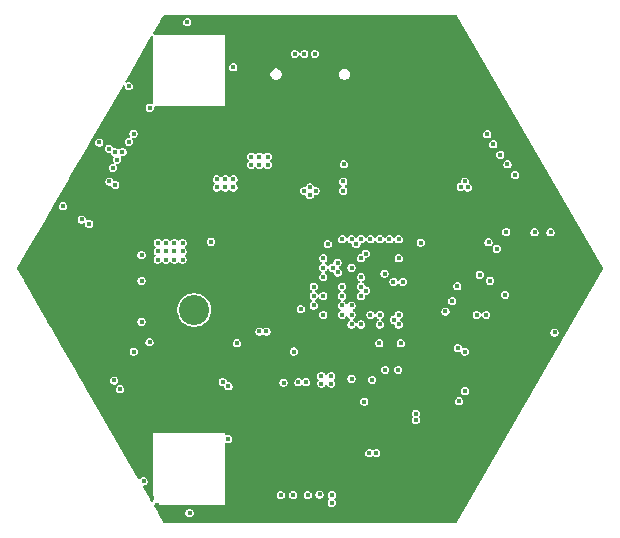
<source format=gbr>
%TF.GenerationSoftware,KiCad,Pcbnew,9.0.3*%
%TF.CreationDate,2025-09-25T19:14:03+02:00*%
%TF.ProjectId,PCB_PAPI,5043425f-5041-4504-992e-6b696361645f,rev?*%
%TF.SameCoordinates,Original*%
%TF.FileFunction,Copper,L5,Inr*%
%TF.FilePolarity,Positive*%
%FSLAX46Y46*%
G04 Gerber Fmt 4.6, Leading zero omitted, Abs format (unit mm)*
G04 Created by KiCad (PCBNEW 9.0.3) date 2025-09-25 19:14:03*
%MOMM*%
%LPD*%
G01*
G04 APERTURE LIST*
%TA.AperFunction,ComponentPad*%
%ADD10C,0.800000*%
%TD*%
%TA.AperFunction,ComponentPad*%
%ADD11C,5.000000*%
%TD*%
%TA.AperFunction,ComponentPad*%
%ADD12C,2.550000*%
%TD*%
%TA.AperFunction,ComponentPad*%
%ADD13C,1.500000*%
%TD*%
%TA.AperFunction,ViaPad*%
%ADD14C,0.400000*%
%TD*%
G04 APERTURE END LIST*
D10*
%TO.N,GND*%
%TO.C,H3*%
X137625000Y-101186533D03*
X138174175Y-99860708D03*
X138174175Y-102512358D03*
X139500000Y-99311533D03*
D11*
X139500000Y-101186533D03*
D10*
X139500000Y-103061533D03*
X140825825Y-99860708D03*
X140825825Y-102512358D03*
X141375000Y-101186533D03*
%TD*%
%TO.N,GND*%
%TO.C,H3*%
X106125000Y-83000000D03*
X106674175Y-81674175D03*
X106674175Y-84325825D03*
X108000000Y-81125000D03*
D11*
X108000000Y-83000000D03*
D10*
X108000000Y-84875000D03*
X109325825Y-81674175D03*
X109325825Y-84325825D03*
X109875000Y-83000000D03*
%TD*%
%TO.N,GND*%
%TO.C,H3*%
X137625000Y-64813467D03*
X138174175Y-63487642D03*
X138174175Y-66139292D03*
X139500000Y-62938467D03*
D11*
X139500000Y-64813467D03*
D10*
X139500000Y-66688467D03*
X140825825Y-63487642D03*
X140825825Y-66139292D03*
X141375000Y-64813467D03*
%TD*%
D12*
%TO.N,/BAT+*%
%TO.C,J3*%
X119173647Y-86476918D03*
%TO.N,GND*%
X121673647Y-90807046D03*
D13*
X114513393Y-98405122D03*
X109013393Y-88878842D03*
%TD*%
D14*
%TO.N,GND*%
X116359000Y-103644729D03*
X115998000Y-103019459D03*
X115637000Y-102394189D03*
X115276000Y-101768918D03*
X113110000Y-98017296D03*
X112749000Y-97392026D03*
X112388000Y-96766756D03*
X111666000Y-95516215D03*
X111305000Y-94890945D03*
X110944000Y-94265674D03*
X110222000Y-93015134D03*
X109861000Y-92389863D03*
X109500000Y-91764593D03*
X109139000Y-91139323D03*
X108778000Y-90514052D03*
X108417000Y-89888782D03*
X108056000Y-89263512D03*
X107695000Y-88638241D03*
X107334000Y-88012971D03*
X106973000Y-87387701D03*
X106612000Y-86762430D03*
X106251000Y-86137160D03*
X105890000Y-85511890D03*
X105529000Y-84886619D03*
X105168000Y-84261349D03*
X104807000Y-83636079D03*
X104446000Y-83010808D03*
X113120000Y-68002704D03*
X112759000Y-68627974D03*
X112037000Y-69878515D03*
X111676000Y-70503785D03*
X107344000Y-78007029D03*
X106983000Y-78632299D03*
X106622000Y-79257570D03*
X106261000Y-79882840D03*
X105900000Y-80508110D03*
X105539000Y-81133381D03*
X105178000Y-81758651D03*
X104817000Y-82383921D03*
X116720000Y-104270000D03*
X117450000Y-61750808D03*
X118172000Y-61750808D03*
X120338000Y-61750808D03*
X121060000Y-61750808D03*
X121782000Y-61750808D03*
X122504000Y-61750808D03*
X123226000Y-61750808D03*
X123948000Y-61750808D03*
X124670000Y-61750808D03*
X125392000Y-61750808D03*
X126114000Y-61750808D03*
X126836000Y-61750808D03*
X127558000Y-61750808D03*
X128280000Y-61750808D03*
X129002000Y-61750808D03*
X129724000Y-61750808D03*
X130446000Y-61750808D03*
X131168000Y-61750808D03*
X131890000Y-61750808D03*
X132612000Y-61750808D03*
X133334000Y-61750808D03*
X134056000Y-61750808D03*
X134778000Y-61750808D03*
X135500000Y-61750808D03*
X136222000Y-61750808D03*
X136944000Y-61750808D03*
X137666000Y-61750808D03*
X138388000Y-61750808D03*
X139110000Y-61750808D03*
X139832000Y-61750808D03*
X140554000Y-61750808D03*
X141276000Y-61750808D03*
X141637000Y-62376079D03*
X141998000Y-63001349D03*
X142359000Y-63626619D03*
X142720000Y-64251890D03*
X143081000Y-64877160D03*
X143442000Y-65502430D03*
X143803000Y-66127701D03*
X144164000Y-66752971D03*
X144525000Y-67378241D03*
X144886000Y-68003512D03*
X145247000Y-68628782D03*
X145608000Y-69254052D03*
X145969000Y-69879323D03*
X146330000Y-70504593D03*
X146691000Y-71129863D03*
X147052000Y-71755134D03*
X147413000Y-72380404D03*
X147774000Y-73005674D03*
X148135000Y-73630945D03*
X148496000Y-74256215D03*
X148857000Y-74881485D03*
X149218000Y-75506756D03*
X149579000Y-76132026D03*
X149940000Y-76757296D03*
X150301000Y-77382567D03*
X150662000Y-78007837D03*
X151023000Y-78633107D03*
X151384000Y-79258378D03*
X151745000Y-79883648D03*
X152106000Y-80508918D03*
X152828000Y-81759459D03*
X153189000Y-82384729D03*
X153550000Y-83010000D03*
X153183000Y-83636079D03*
X152822000Y-84261349D03*
X152100000Y-85511890D03*
X151739000Y-86137160D03*
X151378000Y-86762430D03*
X151017000Y-87387701D03*
X150656000Y-88012971D03*
X149960000Y-89280000D03*
X149573000Y-89888782D03*
X149212000Y-90514052D03*
X148851000Y-91139323D03*
X148490000Y-91764593D03*
X148129000Y-92389863D03*
X147768000Y-93015134D03*
X147407000Y-93640404D03*
X147046000Y-94265674D03*
X146685000Y-94890945D03*
X146324000Y-95516215D03*
X145963000Y-96141485D03*
X145602000Y-96766756D03*
X145241000Y-97392026D03*
X144880000Y-98017296D03*
X144519000Y-98642567D03*
X144158000Y-99267837D03*
X143797000Y-99893107D03*
X143436000Y-100518378D03*
X143075000Y-101143648D03*
X142714000Y-101768918D03*
X142353000Y-102394189D03*
X141992000Y-103019459D03*
X141631000Y-103644729D03*
X141270000Y-104270000D03*
X116730000Y-61750000D03*
X140546000Y-104270000D03*
X139824000Y-104270000D03*
X139102000Y-104270000D03*
X138380000Y-104270000D03*
X137658000Y-104270000D03*
X136936000Y-104270000D03*
X136214000Y-104270000D03*
X135492000Y-104270000D03*
X134770000Y-104270000D03*
X134048000Y-104270000D03*
X133326000Y-104270000D03*
X132604000Y-104270000D03*
X131882000Y-104270000D03*
X131160000Y-104270000D03*
X130438000Y-104270000D03*
X129716000Y-104270000D03*
X128994000Y-104270000D03*
X128272000Y-104270000D03*
X127550000Y-104270000D03*
X126828000Y-104270000D03*
X126106000Y-104270000D03*
X125384000Y-104270000D03*
X124662000Y-104270000D03*
X123940000Y-104270000D03*
X123218000Y-104270000D03*
X122496000Y-104270000D03*
X121774000Y-104270000D03*
X121052000Y-104270000D03*
X118886000Y-104270000D03*
X118164000Y-104270000D03*
X117442000Y-104270000D03*
X112680000Y-72380000D03*
X126170000Y-91747982D03*
X127920000Y-87980000D03*
X114740000Y-71470000D03*
X148410000Y-88510000D03*
X146360000Y-88500000D03*
X140210000Y-71300000D03*
X139410000Y-71300000D03*
X141010000Y-70500000D03*
X140210000Y-70500000D03*
X139410000Y-70500000D03*
X141010000Y-69700000D03*
X140210000Y-69700000D03*
X139410000Y-69700000D03*
X141010000Y-71300000D03*
X143940000Y-78690000D03*
X112230000Y-91610000D03*
X113330000Y-91320000D03*
X135925000Y-69127276D03*
X137625000Y-70100000D03*
X130591205Y-78467982D03*
X121080000Y-81870000D03*
X121100000Y-81200000D03*
X127010000Y-83140000D03*
X121070000Y-79120000D03*
X120860000Y-78330000D03*
X120890000Y-77570000D03*
X130490000Y-81650000D03*
X111490000Y-81420000D03*
%TO.N,/BLUE*%
X114730000Y-87480000D03*
%TO.N,/GREEN*%
X114730000Y-84015000D03*
%TO.N,/RED*%
X114730000Y-81825000D03*
%TO.N,GND*%
X108130000Y-79860000D03*
X110030000Y-85400000D03*
X110630000Y-86120000D03*
X111230000Y-84820000D03*
X111250000Y-84100000D03*
X111490000Y-82260000D03*
%TO.N,/STM32/ADC_VBAT*%
X120600000Y-80700000D03*
X130103705Y-82097982D03*
%TO.N,GND*%
X111720000Y-79110000D03*
X133050000Y-91860000D03*
X117690000Y-103205000D03*
X133410000Y-67005000D03*
X133593705Y-77407982D03*
X123630000Y-92770000D03*
X128690000Y-91740000D03*
X133410000Y-63775000D03*
X123190000Y-63075000D03*
X145400000Y-75875000D03*
X151400000Y-81200000D03*
X133600000Y-91290000D03*
X140003705Y-82597982D03*
X124190000Y-100810000D03*
X150113813Y-87228304D03*
X147300000Y-83700000D03*
X140003705Y-79397982D03*
X140725000Y-89000000D03*
X125200000Y-102000000D03*
X124590000Y-67005000D03*
X132828705Y-63247982D03*
X116965000Y-103205000D03*
X152100000Y-81900000D03*
X120590000Y-96680000D03*
X120540000Y-69470000D03*
X130920000Y-77000000D03*
X124400000Y-102800000D03*
X134103705Y-87697982D03*
X118415000Y-96680000D03*
X137900000Y-92375000D03*
X130903705Y-86897982D03*
X123190000Y-67705000D03*
X117640000Y-62945000D03*
X145775000Y-79050000D03*
X140003705Y-81797982D03*
X123950000Y-75100000D03*
X133700000Y-80900000D03*
X141603705Y-80197982D03*
X140803705Y-80997982D03*
X121265000Y-62945000D03*
X134110000Y-63775000D03*
X130500000Y-70900000D03*
X117640000Y-69470000D03*
X129300000Y-97150000D03*
X148130737Y-76761826D03*
X116915000Y-62945000D03*
X127530000Y-90690000D03*
X128653705Y-75347982D03*
X149800000Y-82000000D03*
X124590000Y-63775000D03*
X143913705Y-86002982D03*
X128250000Y-97150000D03*
X145900000Y-83700000D03*
X143203705Y-80197982D03*
X121990000Y-66570000D03*
X114300000Y-70400000D03*
X133400000Y-102900000D03*
X152100000Y-84000000D03*
X140803705Y-79397982D03*
X138225000Y-82200000D03*
X136053705Y-94247982D03*
X121990000Y-68020000D03*
X148553705Y-78967982D03*
X119090000Y-69470000D03*
X123630000Y-91530000D03*
X133588705Y-78527982D03*
X140003705Y-80197982D03*
X121990000Y-63670000D03*
X115465000Y-67300000D03*
X123890000Y-63775000D03*
X134500000Y-81700000D03*
X131950000Y-73530000D03*
X133410000Y-67705000D03*
X142403705Y-79397982D03*
X126050000Y-75100000D03*
X138900000Y-90300000D03*
X150700000Y-84700000D03*
X134810000Y-63075000D03*
X143203705Y-79397982D03*
X142700000Y-84650000D03*
X133800000Y-79400000D03*
X136853705Y-93447982D03*
X131325000Y-81700000D03*
X129280000Y-92740000D03*
X135703705Y-89400000D03*
X136550000Y-97810000D03*
X119815000Y-69470000D03*
X152100000Y-82600000D03*
X123100000Y-73500000D03*
X136600000Y-90300000D03*
X144763705Y-85920000D03*
X134810000Y-67705000D03*
X137490000Y-80580000D03*
X150700000Y-81200000D03*
X133410000Y-63075000D03*
X128653705Y-74547982D03*
X123053705Y-80450000D03*
X110228769Y-90072037D03*
X113953769Y-96523927D03*
X146600000Y-83700000D03*
X115515000Y-97405000D03*
X115515000Y-98855000D03*
X121040000Y-103210000D03*
X122040000Y-98855000D03*
X109730083Y-76342228D03*
X136853705Y-94247982D03*
X143100000Y-89050000D03*
X152100000Y-84700000D03*
X133883705Y-89297982D03*
X117690000Y-96680000D03*
X115465000Y-64395000D03*
X150000000Y-81200000D03*
X118415000Y-103205000D03*
X124660000Y-91910000D03*
X124400000Y-102000000D03*
X128800000Y-88100000D03*
X145400000Y-95500000D03*
X148600000Y-83700000D03*
X112250000Y-76950000D03*
X123890000Y-67705000D03*
X136053705Y-93447982D03*
X123700000Y-83350000D03*
X144000000Y-94700000D03*
X144000000Y-83300000D03*
X112703702Y-77793589D03*
X119815000Y-62945000D03*
X123890000Y-67005000D03*
X138300000Y-79325000D03*
X147900000Y-91200000D03*
X121990000Y-65120000D03*
X123190000Y-66305000D03*
X110500000Y-76800000D03*
X127300000Y-69600000D03*
X134110000Y-63075000D03*
X124590000Y-66305000D03*
X145600000Y-82300000D03*
X143180737Y-68188174D03*
X124750000Y-90620000D03*
X123950000Y-75700000D03*
X127570000Y-91620000D03*
X122040000Y-98130000D03*
X135510000Y-98080000D03*
X124590000Y-67705000D03*
X115515000Y-96680000D03*
X143203705Y-81797982D03*
X116440000Y-69480000D03*
X132600000Y-102900000D03*
X144107965Y-89880739D03*
X144253641Y-69272037D03*
X133400000Y-102100000D03*
X144693705Y-95088895D03*
X134100000Y-76600000D03*
X130253705Y-75347982D03*
X114222373Y-68913175D03*
X124590000Y-63075000D03*
X134810000Y-67005000D03*
X144900000Y-82300000D03*
X122040000Y-101030000D03*
X123560000Y-95710000D03*
X122050000Y-102230000D03*
X143650000Y-93200000D03*
X126050000Y-75700000D03*
X150000000Y-84700000D03*
X127103705Y-75547982D03*
X134400000Y-90300000D03*
X123053705Y-81850000D03*
X147978641Y-75723927D03*
X113700000Y-77775000D03*
X134250000Y-94100000D03*
X136630000Y-96400000D03*
X149247216Y-83923608D03*
X131300000Y-70900000D03*
X122453705Y-82550000D03*
X146500000Y-90400000D03*
X123600000Y-102800000D03*
X137350000Y-82200000D03*
X148400000Y-81400000D03*
X140803705Y-82597982D03*
X132600000Y-102100000D03*
X149100000Y-82000000D03*
X132503705Y-85297982D03*
X138900000Y-83400000D03*
X132503705Y-84497982D03*
X141923705Y-86682982D03*
X123600000Y-102000000D03*
X115465000Y-65845000D03*
X147700000Y-82300000D03*
X134200000Y-102100000D03*
X143313813Y-99006250D03*
X134110000Y-67005000D03*
X123053705Y-82550000D03*
X119160000Y-103210000D03*
X139175000Y-89000000D03*
X123190000Y-67005000D03*
X121225000Y-89200000D03*
X139616205Y-73272982D03*
X141600000Y-91325000D03*
X109272373Y-77486826D03*
X118365000Y-69470000D03*
X146250000Y-85525000D03*
X134110000Y-66305000D03*
X143400000Y-69700000D03*
X123700000Y-82700000D03*
X148200000Y-86400000D03*
X151400000Y-84700000D03*
X119090000Y-62945000D03*
X108900000Y-75900000D03*
X129900000Y-69600000D03*
X144850000Y-79725000D03*
X141603705Y-80997982D03*
X125200000Y-102800000D03*
X122453705Y-80450000D03*
X132503705Y-83697982D03*
X152100000Y-83300000D03*
X134200000Y-95840000D03*
X134900000Y-92075000D03*
X142403705Y-80997982D03*
X133410000Y-66305000D03*
X146300000Y-82300000D03*
X114420000Y-67180000D03*
X134110000Y-67705000D03*
X134200000Y-102900000D03*
X116240000Y-96680000D03*
X115460000Y-68470000D03*
X121990000Y-68745000D03*
X138900000Y-93500000D03*
X147503705Y-78967982D03*
X143203705Y-82597982D03*
X149800000Y-83900000D03*
X122400000Y-73500000D03*
X139600000Y-85700000D03*
X148025000Y-78400000D03*
X147900000Y-83700000D03*
X147168705Y-90802069D03*
X152100000Y-81200000D03*
X125378705Y-63247982D03*
X138900000Y-84200000D03*
X115465000Y-65120000D03*
X121990000Y-67295000D03*
X138880000Y-95480000D03*
X121990000Y-65845000D03*
X119140000Y-96680000D03*
X135120000Y-95190000D03*
X123890000Y-66305000D03*
X111440000Y-77750000D03*
X122040000Y-100305000D03*
X134810000Y-66305000D03*
X122453705Y-81850000D03*
X113100000Y-78810000D03*
X119375000Y-88475000D03*
X121990000Y-69470000D03*
X121990000Y-62945000D03*
X140750000Y-90275000D03*
X121370000Y-87500000D03*
X127543705Y-87147982D03*
X130253705Y-74547982D03*
X146600000Y-78700000D03*
X147000000Y-82300000D03*
X121265000Y-69470000D03*
X147300000Y-76100000D03*
X119865000Y-96680000D03*
X123190000Y-63775000D03*
X122040000Y-99580000D03*
X137775000Y-82725000D03*
X131740000Y-90800000D03*
X123890000Y-63075000D03*
X135703705Y-87697982D03*
X118365000Y-62945000D03*
X134810000Y-63775000D03*
X142403705Y-82597982D03*
X141603705Y-81797982D03*
X140310000Y-93850000D03*
X113455083Y-69890338D03*
X115515000Y-101030000D03*
X115515000Y-100305000D03*
%TO.N,+3.3V*%
X130103705Y-86897982D03*
X140453705Y-86597982D03*
X133303705Y-83697982D03*
X124700000Y-88300000D03*
X130828905Y-102808905D03*
X141025000Y-85725000D03*
X134903705Y-87697982D03*
X125300000Y-88300000D03*
X128503705Y-76397982D03*
X142100000Y-75600000D03*
X134600000Y-98600000D03*
X145603705Y-79877982D03*
X129453705Y-76397982D03*
X115410000Y-69360000D03*
X134843705Y-89297982D03*
X148000000Y-79900000D03*
X112500000Y-75900000D03*
X144103705Y-80747982D03*
X143353705Y-83497982D03*
X136503705Y-87697982D03*
X136663705Y-89297982D03*
X144223705Y-83997982D03*
X128200000Y-86400000D03*
X143900000Y-86900000D03*
X112000000Y-75600000D03*
X143100000Y-86900000D03*
X133303705Y-84497982D03*
X134000000Y-98600000D03*
X128980000Y-76097984D03*
X138353705Y-80767982D03*
X128980000Y-76760000D03*
X131703705Y-86897982D03*
X141750000Y-76050000D03*
X141453705Y-84477982D03*
X142350000Y-76100000D03*
X133730000Y-84850000D03*
X133303705Y-85297982D03*
X149350000Y-79900000D03*
%TO.N,Net-(C7-Pad1)*%
X132503705Y-82897982D03*
%TO.N,Net-(C10-Pad1)*%
X133303705Y-82097982D03*
%TO.N,VBAT+*%
X116093705Y-82205982D03*
X118193705Y-81505982D03*
X117493705Y-82205982D03*
X116093705Y-81505982D03*
X116793705Y-81505982D03*
X118193705Y-80805982D03*
X117493705Y-81505982D03*
X117493705Y-80805982D03*
X118193705Y-82205982D03*
X116793705Y-80805982D03*
X116093705Y-80805982D03*
X116793705Y-82205982D03*
%TO.N,+5V*%
X121800000Y-76100000D03*
X114054955Y-89999184D03*
X121100000Y-76100000D03*
X121800000Y-75400000D03*
X115400000Y-89200000D03*
X121100000Y-75400000D03*
X122500000Y-76100000D03*
X122500000Y-75400000D03*
%TO.N,4.5V*%
X137950000Y-95800000D03*
X125400000Y-74200000D03*
X124700000Y-73500000D03*
X124000000Y-74200000D03*
X137950000Y-95250000D03*
X141500000Y-89700000D03*
X142100000Y-90000000D03*
X125400000Y-73500000D03*
X124000000Y-73500000D03*
X122075000Y-92940000D03*
X121590000Y-92580000D03*
X124700000Y-74200000D03*
X132500000Y-92300000D03*
%TO.N,/ESP32/CHIP_PU*%
X144800000Y-81300000D03*
%TO.N,Net-(S1-COM_1)*%
X131703705Y-84497982D03*
X127620000Y-90000787D03*
%TO.N,/NRST*%
X132503705Y-87697982D03*
X129400000Y-64800000D03*
X131850000Y-74150000D03*
%TO.N,/GPIO_MOT1*%
X145100000Y-73350000D03*
X136503705Y-82097982D03*
%TO.N,/TX_MOT1*%
X134903705Y-80497982D03*
X144500000Y-72450000D03*
%TO.N,/RX_MOT1*%
X134103705Y-80497982D03*
X144000000Y-71600000D03*
%TO.N,/RX_MOT2*%
X134903705Y-86897982D03*
X129800000Y-102100000D03*
%TO.N,/TX_MOT2*%
X134103705Y-86897982D03*
X128800000Y-102150000D03*
%TO.N,/GPIO_MOT2*%
X136503705Y-86897982D03*
X130850000Y-102150000D03*
%TO.N,/GPIO_MOT3*%
X113100000Y-73100000D03*
X131703705Y-80497982D03*
%TO.N,/TX_MOT3*%
X114050000Y-71550000D03*
X133303705Y-80497982D03*
%TO.N,/RX_MOT3*%
X113650000Y-72250000D03*
X132503705Y-80497982D03*
%TO.N,/ACCEL_MOSI*%
X128650000Y-92600000D03*
X132503705Y-86097982D03*
%TO.N,Net-(IC5-INT2)*%
X129943705Y-92707982D03*
%TO.N,/ACCEL_MISO*%
X131703705Y-86097982D03*
X128000000Y-92600000D03*
%TO.N,Net-(IC5-INT1)*%
X130773705Y-92707982D03*
%TO.N,/SAI_FS*%
X131350000Y-83300000D03*
X136445361Y-91554639D03*
%TO.N,/SAI_SD*%
X134250000Y-92400000D03*
X133700000Y-81700000D03*
%TO.N,/SAI_CLK*%
X131322705Y-82477295D03*
X135350000Y-91550000D03*
%TO.N,/GND_CONTROLLED*%
X149691910Y-88380706D03*
%TO.N,/BTN_A*%
X122800000Y-89300000D03*
%TO.N,/GND_CONTROl_GPIO*%
X145500000Y-85200000D03*
X135303707Y-83397980D03*
%TO.N,/ACCEL_CLK*%
X126750000Y-92626338D03*
X129303705Y-86097982D03*
%TO.N,/ACCEL_INT2*%
X129943705Y-92067982D03*
X132503705Y-86897982D03*
%TO.N,/ACCEL_INT1*%
X130773705Y-92067982D03*
X133303705Y-87697982D03*
%TO.N,/AMPLI_SD_MODE*%
X133573705Y-94237982D03*
X136100000Y-87300000D03*
%TO.N,/SWDIO*%
X127700000Y-64800000D03*
X131800000Y-75600000D03*
%TO.N,/SWCLK*%
X128500000Y-64800000D03*
X131800000Y-76400000D03*
%TO.N,/RX_LIDAR*%
X112900000Y-93200000D03*
X131703705Y-85297982D03*
%TO.N,/SDA_TOF1*%
X145700000Y-74150000D03*
X135703705Y-80497982D03*
%TO.N,/SDA_TOF3*%
X112650000Y-73750000D03*
X132900000Y-80901687D03*
%TO.N,/SCL_TOF1*%
X146350000Y-75050000D03*
X136503705Y-80497982D03*
%TO.N,/SDA_TOF2*%
X126500000Y-102150000D03*
X129303705Y-85297982D03*
%TO.N,/LIDAR_PWM*%
X112400000Y-92450000D03*
X129303705Y-84497982D03*
%TO.N,/SCL_TOF2*%
X127550000Y-102150000D03*
X130103705Y-85297982D03*
%TO.N,/SCL_TOF3*%
X112300000Y-74450000D03*
X130500000Y-80900000D03*
%TO.N,/TX_SUP*%
X142107965Y-93344841D03*
X136850000Y-84100000D03*
%TO.N,/RX_SUP*%
X136050000Y-84100000D03*
X141607965Y-94210866D03*
%TO.N,/ACCESOIRES/RED1*%
X122050000Y-97400000D03*
X110303701Y-79196299D03*
%TO.N,/RED*%
X130903705Y-82897982D03*
%TO.N,/ACCESOIRES/RED1*%
X122490000Y-65930000D03*
X112478784Y-73138784D03*
%TO.N,/ACCESOIRES/GREEN1*%
X114890000Y-100987837D03*
X109660000Y-78810000D03*
X111953840Y-72813840D03*
X118600000Y-62110000D03*
%TO.N,/GREEN*%
X130103705Y-82897982D03*
%TO.N,/ACCESOIRES/BLEU1*%
X108070000Y-77700000D03*
%TO.N,/BLUE*%
X130103705Y-83697982D03*
%TO.N,/ACCESOIRES/BLEU1*%
X111138835Y-72288835D03*
X118790000Y-103670000D03*
X113650000Y-67530000D03*
%TD*%
%TA.AperFunction,Conductor*%
%TO.N,GND*%
G36*
X141414144Y-61519407D02*
G01*
X141441689Y-61549999D01*
X153797634Y-82950499D01*
X153810356Y-83010347D01*
X153797634Y-83049501D01*
X141441689Y-104450001D01*
X141396219Y-104490942D01*
X141355953Y-104499500D01*
X116644047Y-104499500D01*
X116585856Y-104480593D01*
X116558311Y-104450001D01*
X116106156Y-103666868D01*
X116081322Y-103623856D01*
X118439500Y-103623856D01*
X118439500Y-103716144D01*
X118463386Y-103805288D01*
X118509531Y-103885212D01*
X118574788Y-103950469D01*
X118654712Y-103996614D01*
X118743856Y-104020500D01*
X118743858Y-104020500D01*
X118836142Y-104020500D01*
X118836144Y-104020500D01*
X118925288Y-103996614D01*
X119005212Y-103950469D01*
X119070469Y-103885212D01*
X119116614Y-103805288D01*
X119140500Y-103716144D01*
X119140500Y-103623856D01*
X119116614Y-103534712D01*
X119070469Y-103454788D01*
X119005212Y-103389531D01*
X118925288Y-103343386D01*
X118836144Y-103319500D01*
X118743856Y-103319500D01*
X118654712Y-103343386D01*
X118654711Y-103343386D01*
X118654709Y-103343387D01*
X118574790Y-103389529D01*
X118509529Y-103454790D01*
X118463387Y-103534709D01*
X118463386Y-103534711D01*
X118463386Y-103534712D01*
X118439500Y-103623856D01*
X116081322Y-103623856D01*
X115777999Y-103098501D01*
X115765277Y-103038653D01*
X115790163Y-102982757D01*
X115843150Y-102952164D01*
X115863735Y-102950000D01*
X121799999Y-102950000D01*
X121800000Y-102950000D01*
X121800000Y-102762761D01*
X130478405Y-102762761D01*
X130478405Y-102855049D01*
X130502291Y-102944193D01*
X130548436Y-103024117D01*
X130613693Y-103089374D01*
X130693617Y-103135519D01*
X130782761Y-103159405D01*
X130782763Y-103159405D01*
X130875047Y-103159405D01*
X130875049Y-103159405D01*
X130964193Y-103135519D01*
X131044117Y-103089374D01*
X131109374Y-103024117D01*
X131155519Y-102944193D01*
X131179405Y-102855049D01*
X131179405Y-102762761D01*
X131155519Y-102673617D01*
X131109374Y-102593693D01*
X131075682Y-102560001D01*
X131047907Y-102505487D01*
X131057478Y-102445055D01*
X131075681Y-102419999D01*
X131130469Y-102365212D01*
X131176614Y-102285288D01*
X131200500Y-102196144D01*
X131200500Y-102103856D01*
X131176614Y-102014712D01*
X131130469Y-101934788D01*
X131065212Y-101869531D01*
X130985288Y-101823386D01*
X130896144Y-101799500D01*
X130803856Y-101799500D01*
X130714712Y-101823386D01*
X130714711Y-101823386D01*
X130714709Y-101823387D01*
X130634790Y-101869529D01*
X130569529Y-101934790D01*
X130523387Y-102014709D01*
X130523386Y-102014711D01*
X130523386Y-102014712D01*
X130499500Y-102103856D01*
X130499500Y-102196144D01*
X130523386Y-102285288D01*
X130569531Y-102365212D01*
X130603222Y-102398903D01*
X130630998Y-102453418D01*
X130621427Y-102513850D01*
X130603223Y-102538905D01*
X130548436Y-102593693D01*
X130548434Y-102593695D01*
X130502292Y-102673614D01*
X130502291Y-102673616D01*
X130502291Y-102673617D01*
X130478405Y-102762761D01*
X121800000Y-102762761D01*
X121800000Y-102103856D01*
X126149500Y-102103856D01*
X126149500Y-102196144D01*
X126173386Y-102285288D01*
X126219531Y-102365212D01*
X126284788Y-102430469D01*
X126364712Y-102476614D01*
X126453856Y-102500500D01*
X126453858Y-102500500D01*
X126546142Y-102500500D01*
X126546144Y-102500500D01*
X126635288Y-102476614D01*
X126715212Y-102430469D01*
X126780469Y-102365212D01*
X126826614Y-102285288D01*
X126850500Y-102196144D01*
X126850500Y-102103856D01*
X127199500Y-102103856D01*
X127199500Y-102196144D01*
X127223386Y-102285288D01*
X127269531Y-102365212D01*
X127334788Y-102430469D01*
X127414712Y-102476614D01*
X127503856Y-102500500D01*
X127503858Y-102500500D01*
X127596142Y-102500500D01*
X127596144Y-102500500D01*
X127685288Y-102476614D01*
X127765212Y-102430469D01*
X127830469Y-102365212D01*
X127876614Y-102285288D01*
X127900500Y-102196144D01*
X127900500Y-102103856D01*
X128449500Y-102103856D01*
X128449500Y-102196144D01*
X128473386Y-102285288D01*
X128519531Y-102365212D01*
X128584788Y-102430469D01*
X128664712Y-102476614D01*
X128753856Y-102500500D01*
X128753858Y-102500500D01*
X128846142Y-102500500D01*
X128846144Y-102500500D01*
X128935288Y-102476614D01*
X129015212Y-102430469D01*
X129080469Y-102365212D01*
X129126614Y-102285288D01*
X129150500Y-102196144D01*
X129150500Y-102103856D01*
X129137103Y-102053856D01*
X129449500Y-102053856D01*
X129449500Y-102146144D01*
X129473386Y-102235288D01*
X129519531Y-102315212D01*
X129584788Y-102380469D01*
X129664712Y-102426614D01*
X129753856Y-102450500D01*
X129753858Y-102450500D01*
X129846142Y-102450500D01*
X129846144Y-102450500D01*
X129935288Y-102426614D01*
X130015212Y-102380469D01*
X130080469Y-102315212D01*
X130126614Y-102235288D01*
X130150500Y-102146144D01*
X130150500Y-102053856D01*
X130126614Y-101964712D01*
X130080469Y-101884788D01*
X130015212Y-101819531D01*
X129935288Y-101773386D01*
X129846144Y-101749500D01*
X129753856Y-101749500D01*
X129664712Y-101773386D01*
X129664711Y-101773386D01*
X129664709Y-101773387D01*
X129584790Y-101819529D01*
X129519529Y-101884790D01*
X129473387Y-101964709D01*
X129473386Y-101964711D01*
X129473386Y-101964712D01*
X129449500Y-102053856D01*
X129137103Y-102053856D01*
X129126614Y-102014712D01*
X129080469Y-101934788D01*
X129015212Y-101869531D01*
X128935288Y-101823386D01*
X128846144Y-101799500D01*
X128753856Y-101799500D01*
X128664712Y-101823386D01*
X128664711Y-101823386D01*
X128664709Y-101823387D01*
X128584790Y-101869529D01*
X128519529Y-101934790D01*
X128473387Y-102014709D01*
X128473386Y-102014711D01*
X128473386Y-102014712D01*
X128449500Y-102103856D01*
X127900500Y-102103856D01*
X127876614Y-102014712D01*
X127830469Y-101934788D01*
X127765212Y-101869531D01*
X127685288Y-101823386D01*
X127596144Y-101799500D01*
X127503856Y-101799500D01*
X127414712Y-101823386D01*
X127414711Y-101823386D01*
X127414709Y-101823387D01*
X127334790Y-101869529D01*
X127269529Y-101934790D01*
X127223387Y-102014709D01*
X127223386Y-102014711D01*
X127223386Y-102014712D01*
X127199500Y-102103856D01*
X126850500Y-102103856D01*
X126826614Y-102014712D01*
X126780469Y-101934788D01*
X126715212Y-101869531D01*
X126635288Y-101823386D01*
X126546144Y-101799500D01*
X126453856Y-101799500D01*
X126364712Y-101823386D01*
X126364711Y-101823386D01*
X126364709Y-101823387D01*
X126284790Y-101869529D01*
X126219529Y-101934790D01*
X126173387Y-102014709D01*
X126173386Y-102014711D01*
X126173386Y-102014712D01*
X126149500Y-102103856D01*
X121800000Y-102103856D01*
X121800000Y-98553856D01*
X133649500Y-98553856D01*
X133649500Y-98646144D01*
X133673386Y-98735288D01*
X133719531Y-98815212D01*
X133784788Y-98880469D01*
X133864712Y-98926614D01*
X133953856Y-98950500D01*
X133953858Y-98950500D01*
X134046142Y-98950500D01*
X134046144Y-98950500D01*
X134135288Y-98926614D01*
X134215212Y-98880469D01*
X134229998Y-98865682D01*
X134284513Y-98837907D01*
X134344945Y-98847478D01*
X134370000Y-98865681D01*
X134384788Y-98880469D01*
X134464712Y-98926614D01*
X134553856Y-98950500D01*
X134553858Y-98950500D01*
X134646142Y-98950500D01*
X134646144Y-98950500D01*
X134735288Y-98926614D01*
X134815212Y-98880469D01*
X134880469Y-98815212D01*
X134926614Y-98735288D01*
X134950500Y-98646144D01*
X134950500Y-98553856D01*
X134926614Y-98464712D01*
X134880469Y-98384788D01*
X134815212Y-98319531D01*
X134735288Y-98273386D01*
X134646144Y-98249500D01*
X134553856Y-98249500D01*
X134464712Y-98273386D01*
X134464711Y-98273386D01*
X134464709Y-98273387D01*
X134384790Y-98319529D01*
X134384788Y-98319530D01*
X134384788Y-98319531D01*
X134370001Y-98334317D01*
X134315487Y-98362093D01*
X134255055Y-98352522D01*
X134229999Y-98334318D01*
X134215212Y-98319531D01*
X134135288Y-98273386D01*
X134046144Y-98249500D01*
X133953856Y-98249500D01*
X133864712Y-98273386D01*
X133864711Y-98273386D01*
X133864709Y-98273387D01*
X133784790Y-98319529D01*
X133719529Y-98384790D01*
X133673387Y-98464709D01*
X133673386Y-98464711D01*
X133673386Y-98464712D01*
X133649500Y-98553856D01*
X121800000Y-98553856D01*
X121800000Y-97824896D01*
X121818907Y-97766705D01*
X121868407Y-97730741D01*
X121924620Y-97729269D01*
X122003856Y-97750500D01*
X122003858Y-97750500D01*
X122096142Y-97750500D01*
X122096144Y-97750500D01*
X122185288Y-97726614D01*
X122265212Y-97680469D01*
X122330469Y-97615212D01*
X122376614Y-97535288D01*
X122400500Y-97446144D01*
X122400500Y-97353856D01*
X122376614Y-97264712D01*
X122330469Y-97184788D01*
X122265212Y-97119531D01*
X122185288Y-97073386D01*
X122096144Y-97049500D01*
X122003856Y-97049500D01*
X121980225Y-97055831D01*
X121924622Y-97070730D01*
X121863521Y-97067527D01*
X121815971Y-97029021D01*
X121800000Y-96975103D01*
X121800000Y-96900000D01*
X115730000Y-96889999D01*
X115730000Y-102645903D01*
X115711093Y-102704094D01*
X115661593Y-102740058D01*
X115600407Y-102740058D01*
X115550907Y-102704094D01*
X115545264Y-102695404D01*
X115325752Y-102315209D01*
X114847476Y-101486836D01*
X114834755Y-101426990D01*
X114859641Y-101371094D01*
X114912628Y-101340501D01*
X114933213Y-101338337D01*
X114936142Y-101338337D01*
X114936144Y-101338337D01*
X115025288Y-101314451D01*
X115105212Y-101268306D01*
X115170469Y-101203049D01*
X115216614Y-101123125D01*
X115240500Y-101033981D01*
X115240500Y-100941693D01*
X115216614Y-100852549D01*
X115170469Y-100772625D01*
X115105212Y-100707368D01*
X115025288Y-100661223D01*
X114936144Y-100637337D01*
X114843856Y-100637337D01*
X114754712Y-100661223D01*
X114754711Y-100661223D01*
X114754709Y-100661224D01*
X114674790Y-100707366D01*
X114609528Y-100772628D01*
X114609525Y-100772632D01*
X114608053Y-100775182D01*
X114606487Y-100776591D01*
X114605580Y-100777774D01*
X114605360Y-100777605D01*
X114562579Y-100816118D01*
X114501728Y-100822507D01*
X114448743Y-100791909D01*
X114436588Y-100775178D01*
X111219891Y-95203856D01*
X137599500Y-95203856D01*
X137599500Y-95296144D01*
X137623386Y-95385288D01*
X137623387Y-95385290D01*
X137672775Y-95470831D01*
X137671568Y-95471527D01*
X137689587Y-95522407D01*
X137672774Y-95579168D01*
X137672775Y-95579169D01*
X137672772Y-95579172D01*
X137672210Y-95581073D01*
X137669605Y-95584657D01*
X137623387Y-95664709D01*
X137623386Y-95664711D01*
X137623386Y-95664712D01*
X137599500Y-95753856D01*
X137599500Y-95846144D01*
X137623386Y-95935288D01*
X137669531Y-96015212D01*
X137734788Y-96080469D01*
X137814712Y-96126614D01*
X137903856Y-96150500D01*
X137903858Y-96150500D01*
X137996142Y-96150500D01*
X137996144Y-96150500D01*
X138085288Y-96126614D01*
X138165212Y-96080469D01*
X138230469Y-96015212D01*
X138276614Y-95935288D01*
X138300500Y-95846144D01*
X138300500Y-95753856D01*
X138276614Y-95664712D01*
X138230469Y-95584788D01*
X138227225Y-95579169D01*
X138228433Y-95578471D01*
X138210412Y-95527606D01*
X138227781Y-95468938D01*
X138230395Y-95465339D01*
X138230467Y-95465213D01*
X138230469Y-95465212D01*
X138276614Y-95385288D01*
X138300500Y-95296144D01*
X138300500Y-95203856D01*
X138276614Y-95114712D01*
X138230469Y-95034788D01*
X138165212Y-94969531D01*
X138085288Y-94923386D01*
X137996144Y-94899500D01*
X137903856Y-94899500D01*
X137814712Y-94923386D01*
X137814711Y-94923386D01*
X137814709Y-94923387D01*
X137734790Y-94969529D01*
X137669529Y-95034790D01*
X137623387Y-95114709D01*
X137623386Y-95114711D01*
X137623386Y-95114712D01*
X137599500Y-95203856D01*
X111219891Y-95203856D01*
X110635585Y-94191838D01*
X133223205Y-94191838D01*
X133223205Y-94284126D01*
X133239826Y-94346156D01*
X133247092Y-94373272D01*
X133277578Y-94426075D01*
X133293236Y-94453194D01*
X133358493Y-94518451D01*
X133438417Y-94564596D01*
X133527561Y-94588482D01*
X133527563Y-94588482D01*
X133619847Y-94588482D01*
X133619849Y-94588482D01*
X133708993Y-94564596D01*
X133788917Y-94518451D01*
X133854174Y-94453194D01*
X133900319Y-94373270D01*
X133924205Y-94284126D01*
X133924205Y-94191838D01*
X133916939Y-94164722D01*
X141257465Y-94164722D01*
X141257465Y-94257010D01*
X141281351Y-94346154D01*
X141327496Y-94426078D01*
X141392753Y-94491335D01*
X141472677Y-94537480D01*
X141561821Y-94561366D01*
X141561823Y-94561366D01*
X141654107Y-94561366D01*
X141654109Y-94561366D01*
X141743253Y-94537480D01*
X141823177Y-94491335D01*
X141888434Y-94426078D01*
X141934579Y-94346154D01*
X141958465Y-94257010D01*
X141958465Y-94164722D01*
X141934579Y-94075578D01*
X141888434Y-93995654D01*
X141823177Y-93930397D01*
X141790220Y-93911369D01*
X141743255Y-93884253D01*
X141743254Y-93884252D01*
X141743253Y-93884252D01*
X141654109Y-93860366D01*
X141561821Y-93860366D01*
X141472677Y-93884252D01*
X141472676Y-93884252D01*
X141472674Y-93884253D01*
X141392755Y-93930395D01*
X141327494Y-93995656D01*
X141281352Y-94075575D01*
X141281351Y-94075577D01*
X141281351Y-94075578D01*
X141257465Y-94164722D01*
X133916939Y-94164722D01*
X133900319Y-94102694D01*
X133854174Y-94022770D01*
X133788917Y-93957513D01*
X133708993Y-93911368D01*
X133619849Y-93887482D01*
X133527561Y-93887482D01*
X133438417Y-93911368D01*
X133438416Y-93911368D01*
X133438414Y-93911369D01*
X133358495Y-93957511D01*
X133293234Y-94022772D01*
X133247092Y-94102691D01*
X133247091Y-94102693D01*
X133247091Y-94102694D01*
X133223205Y-94191838D01*
X110635585Y-94191838D01*
X110036288Y-93153856D01*
X112549500Y-93153856D01*
X112549500Y-93246144D01*
X112573386Y-93335288D01*
X112619531Y-93415212D01*
X112684788Y-93480469D01*
X112764712Y-93526614D01*
X112853856Y-93550500D01*
X112853858Y-93550500D01*
X112946142Y-93550500D01*
X112946144Y-93550500D01*
X113035288Y-93526614D01*
X113115212Y-93480469D01*
X113180469Y-93415212D01*
X113226614Y-93335288D01*
X113236419Y-93298697D01*
X141757465Y-93298697D01*
X141757465Y-93390985D01*
X141763956Y-93415209D01*
X141781352Y-93480131D01*
X141808189Y-93526614D01*
X141827496Y-93560053D01*
X141892753Y-93625310D01*
X141972677Y-93671455D01*
X142061821Y-93695341D01*
X142061823Y-93695341D01*
X142154107Y-93695341D01*
X142154109Y-93695341D01*
X142243253Y-93671455D01*
X142323177Y-93625310D01*
X142388434Y-93560053D01*
X142434579Y-93480129D01*
X142458465Y-93390985D01*
X142458465Y-93298697D01*
X142434579Y-93209553D01*
X142388434Y-93129629D01*
X142323177Y-93064372D01*
X142312975Y-93058482D01*
X142243255Y-93018228D01*
X142243254Y-93018227D01*
X142243253Y-93018227D01*
X142154109Y-92994341D01*
X142061821Y-92994341D01*
X141972677Y-93018227D01*
X141972676Y-93018227D01*
X141972674Y-93018228D01*
X141892755Y-93064370D01*
X141827494Y-93129631D01*
X141781352Y-93209550D01*
X141781351Y-93209552D01*
X141781351Y-93209553D01*
X141757465Y-93298697D01*
X113236419Y-93298697D01*
X113250500Y-93246144D01*
X113250500Y-93153856D01*
X113226614Y-93064712D01*
X113180469Y-92984788D01*
X113115212Y-92919531D01*
X113070744Y-92893857D01*
X113035290Y-92873387D01*
X113035289Y-92873386D01*
X113035288Y-92873386D01*
X112946144Y-92849500D01*
X112853856Y-92849500D01*
X112764712Y-92873386D01*
X112764711Y-92873386D01*
X112764709Y-92873387D01*
X112684790Y-92919529D01*
X112619529Y-92984790D01*
X112573387Y-93064709D01*
X112573386Y-93064711D01*
X112573386Y-93064712D01*
X112549500Y-93153856D01*
X110036288Y-93153856D01*
X109758357Y-92672480D01*
X109628096Y-92446868D01*
X109603262Y-92403856D01*
X112049500Y-92403856D01*
X112049500Y-92496144D01*
X112073386Y-92585288D01*
X112073387Y-92585290D01*
X112117583Y-92661839D01*
X112119531Y-92665212D01*
X112184788Y-92730469D01*
X112264712Y-92776614D01*
X112353856Y-92800500D01*
X112353858Y-92800500D01*
X112446142Y-92800500D01*
X112446144Y-92800500D01*
X112535288Y-92776614D01*
X112615212Y-92730469D01*
X112680469Y-92665212D01*
X112726614Y-92585288D01*
X112740395Y-92533856D01*
X121239500Y-92533856D01*
X121239500Y-92626144D01*
X121254057Y-92680470D01*
X121263387Y-92715290D01*
X121285809Y-92754126D01*
X121309531Y-92795212D01*
X121374788Y-92860469D01*
X121454712Y-92906614D01*
X121543856Y-92930500D01*
X121543858Y-92930500D01*
X121633625Y-92930500D01*
X121691816Y-92949407D01*
X121727780Y-92998907D01*
X121729247Y-93003860D01*
X121748386Y-93075288D01*
X121748387Y-93075290D01*
X121793748Y-93153857D01*
X121794531Y-93155212D01*
X121859788Y-93220469D01*
X121939712Y-93266614D01*
X122028856Y-93290500D01*
X122028858Y-93290500D01*
X122121142Y-93290500D01*
X122121144Y-93290500D01*
X122210288Y-93266614D01*
X122290212Y-93220469D01*
X122355469Y-93155212D01*
X122401614Y-93075288D01*
X122425500Y-92986144D01*
X122425500Y-92893856D01*
X122401614Y-92804712D01*
X122355469Y-92724788D01*
X122290212Y-92659531D01*
X122290058Y-92659442D01*
X122290057Y-92659441D01*
X122290056Y-92659441D01*
X122210290Y-92613387D01*
X122210289Y-92613386D01*
X122210288Y-92613386D01*
X122121144Y-92589500D01*
X122031375Y-92589500D01*
X122002733Y-92580194D01*
X126399500Y-92580194D01*
X126399500Y-92672482D01*
X126423386Y-92761626D01*
X126423387Y-92761628D01*
X126467874Y-92838681D01*
X126469531Y-92841550D01*
X126534788Y-92906807D01*
X126614712Y-92952952D01*
X126703856Y-92976838D01*
X126703858Y-92976838D01*
X126796142Y-92976838D01*
X126796144Y-92976838D01*
X126885288Y-92952952D01*
X126965212Y-92906807D01*
X127030469Y-92841550D01*
X127076614Y-92761626D01*
X127100500Y-92672482D01*
X127100500Y-92580194D01*
X127093443Y-92553856D01*
X127649500Y-92553856D01*
X127649500Y-92646144D01*
X127671062Y-92726614D01*
X127673387Y-92735290D01*
X127713468Y-92804712D01*
X127719531Y-92815212D01*
X127784788Y-92880469D01*
X127864712Y-92926614D01*
X127953856Y-92950500D01*
X127953858Y-92950500D01*
X128046142Y-92950500D01*
X128046144Y-92950500D01*
X128135288Y-92926614D01*
X128215212Y-92880469D01*
X128254998Y-92840682D01*
X128309513Y-92812907D01*
X128369945Y-92822478D01*
X128395000Y-92840681D01*
X128434788Y-92880469D01*
X128514712Y-92926614D01*
X128603856Y-92950500D01*
X128603858Y-92950500D01*
X128696142Y-92950500D01*
X128696144Y-92950500D01*
X128785288Y-92926614D01*
X128865212Y-92880469D01*
X128930469Y-92815212D01*
X128976614Y-92735288D01*
X129000500Y-92646144D01*
X129000500Y-92553856D01*
X128976614Y-92464712D01*
X128930469Y-92384788D01*
X128865212Y-92319531D01*
X128862522Y-92317978D01*
X128785290Y-92273387D01*
X128785289Y-92273386D01*
X128785288Y-92273386D01*
X128696144Y-92249500D01*
X128603856Y-92249500D01*
X128514712Y-92273386D01*
X128514711Y-92273386D01*
X128514709Y-92273387D01*
X128434790Y-92319529D01*
X128434788Y-92319530D01*
X128434788Y-92319531D01*
X128395001Y-92359317D01*
X128340487Y-92387093D01*
X128280055Y-92377522D01*
X128254999Y-92359318D01*
X128215212Y-92319531D01*
X128212522Y-92317978D01*
X128135290Y-92273387D01*
X128135289Y-92273386D01*
X128135288Y-92273386D01*
X128046144Y-92249500D01*
X127953856Y-92249500D01*
X127864712Y-92273386D01*
X127864711Y-92273386D01*
X127864709Y-92273387D01*
X127784790Y-92319529D01*
X127719529Y-92384790D01*
X127673387Y-92464709D01*
X127673386Y-92464711D01*
X127673386Y-92464712D01*
X127649500Y-92553856D01*
X127093443Y-92553856D01*
X127076614Y-92491050D01*
X127030469Y-92411126D01*
X126965212Y-92345869D01*
X126916904Y-92317978D01*
X126885290Y-92299725D01*
X126885289Y-92299724D01*
X126885288Y-92299724D01*
X126796144Y-92275838D01*
X126703856Y-92275838D01*
X126614712Y-92299724D01*
X126614711Y-92299724D01*
X126614709Y-92299725D01*
X126534790Y-92345867D01*
X126469529Y-92411128D01*
X126423387Y-92491047D01*
X126423386Y-92491049D01*
X126423386Y-92491050D01*
X126399500Y-92580194D01*
X122002733Y-92580194D01*
X121973184Y-92570593D01*
X121937220Y-92521093D01*
X121935748Y-92516123D01*
X121935504Y-92515212D01*
X121916614Y-92444712D01*
X121870469Y-92364788D01*
X121805212Y-92299531D01*
X121776907Y-92283189D01*
X121725290Y-92253387D01*
X121725289Y-92253386D01*
X121725288Y-92253386D01*
X121636144Y-92229500D01*
X121543856Y-92229500D01*
X121454712Y-92253386D01*
X121454711Y-92253386D01*
X121454709Y-92253387D01*
X121374790Y-92299529D01*
X121309529Y-92364790D01*
X121263387Y-92444709D01*
X121263386Y-92444711D01*
X121263386Y-92444712D01*
X121239500Y-92533856D01*
X112740395Y-92533856D01*
X112750500Y-92496144D01*
X112750500Y-92403856D01*
X112726614Y-92314712D01*
X112680469Y-92234788D01*
X112615212Y-92169531D01*
X112606865Y-92164712D01*
X112535290Y-92123387D01*
X112535289Y-92123386D01*
X112535288Y-92123386D01*
X112446144Y-92099500D01*
X112353856Y-92099500D01*
X112264712Y-92123386D01*
X112264711Y-92123386D01*
X112264709Y-92123387D01*
X112184790Y-92169529D01*
X112119529Y-92234790D01*
X112073387Y-92314709D01*
X112073386Y-92314711D01*
X112073386Y-92314712D01*
X112049500Y-92403856D01*
X109603262Y-92403856D01*
X109382698Y-92021838D01*
X129593205Y-92021838D01*
X129593205Y-92114126D01*
X129616336Y-92200451D01*
X129617092Y-92203272D01*
X129663233Y-92283190D01*
X129663236Y-92283194D01*
X129698022Y-92317980D01*
X129725798Y-92372495D01*
X129716227Y-92432927D01*
X129698023Y-92457982D01*
X129664959Y-92491047D01*
X129663234Y-92492772D01*
X129617092Y-92572691D01*
X129617091Y-92572693D01*
X129617091Y-92572694D01*
X129593205Y-92661838D01*
X129593205Y-92754126D01*
X129617091Y-92843270D01*
X129617092Y-92843272D01*
X129627021Y-92860470D01*
X129663236Y-92923194D01*
X129728493Y-92988451D01*
X129808417Y-93034596D01*
X129897561Y-93058482D01*
X129897563Y-93058482D01*
X129989847Y-93058482D01*
X129989849Y-93058482D01*
X130078993Y-93034596D01*
X130158917Y-92988451D01*
X130224174Y-92923194D01*
X130252931Y-92873387D01*
X130272969Y-92838681D01*
X130318439Y-92797740D01*
X130379289Y-92791345D01*
X130432277Y-92821937D01*
X130444441Y-92838681D01*
X130493232Y-92923189D01*
X130493234Y-92923191D01*
X130493236Y-92923194D01*
X130558493Y-92988451D01*
X130638417Y-93034596D01*
X130727561Y-93058482D01*
X130727563Y-93058482D01*
X130819847Y-93058482D01*
X130819849Y-93058482D01*
X130908993Y-93034596D01*
X130988917Y-92988451D01*
X131054174Y-92923194D01*
X131100319Y-92843270D01*
X131124205Y-92754126D01*
X131124205Y-92661838D01*
X131100319Y-92572694D01*
X131054174Y-92492770D01*
X131019387Y-92457983D01*
X130991612Y-92403469D01*
X131001183Y-92343037D01*
X131008655Y-92330690D01*
X131013485Y-92323882D01*
X131054174Y-92283194D01*
X131071113Y-92253856D01*
X132149500Y-92253856D01*
X132149500Y-92346144D01*
X132173386Y-92435288D01*
X132173387Y-92435290D01*
X132208520Y-92496142D01*
X132219531Y-92515212D01*
X132284788Y-92580469D01*
X132364712Y-92626614D01*
X132453856Y-92650500D01*
X132453858Y-92650500D01*
X132546142Y-92650500D01*
X132546144Y-92650500D01*
X132635288Y-92626614D01*
X132715212Y-92580469D01*
X132780469Y-92515212D01*
X132826614Y-92435288D01*
X132848434Y-92353856D01*
X133899500Y-92353856D01*
X133899500Y-92446144D01*
X133923003Y-92533857D01*
X133923387Y-92535290D01*
X133968476Y-92613386D01*
X133969531Y-92615212D01*
X134034788Y-92680469D01*
X134114712Y-92726614D01*
X134203856Y-92750500D01*
X134203858Y-92750500D01*
X134296142Y-92750500D01*
X134296144Y-92750500D01*
X134385288Y-92726614D01*
X134465212Y-92680469D01*
X134530469Y-92615212D01*
X134576614Y-92535288D01*
X134600500Y-92446144D01*
X134600500Y-92353856D01*
X134576614Y-92264712D01*
X134530469Y-92184788D01*
X134465212Y-92119531D01*
X134455850Y-92114126D01*
X134385290Y-92073387D01*
X134385289Y-92073386D01*
X134385288Y-92073386D01*
X134296144Y-92049500D01*
X134203856Y-92049500D01*
X134114712Y-92073386D01*
X134114711Y-92073386D01*
X134114709Y-92073387D01*
X134034790Y-92119529D01*
X133969529Y-92184790D01*
X133923387Y-92264709D01*
X133923386Y-92264711D01*
X133923386Y-92264712D01*
X133899500Y-92353856D01*
X132848434Y-92353856D01*
X132850500Y-92346144D01*
X132850500Y-92253856D01*
X132826614Y-92164712D01*
X132780469Y-92084788D01*
X132715212Y-92019531D01*
X132635288Y-91973386D01*
X132546144Y-91949500D01*
X132453856Y-91949500D01*
X132364712Y-91973386D01*
X132364711Y-91973386D01*
X132364709Y-91973387D01*
X132284790Y-92019529D01*
X132219529Y-92084790D01*
X132173387Y-92164709D01*
X132173386Y-92164711D01*
X132173386Y-92164712D01*
X132149500Y-92253856D01*
X131071113Y-92253856D01*
X131100319Y-92203270D01*
X131124205Y-92114126D01*
X131124205Y-92021838D01*
X131100319Y-91932694D01*
X131054174Y-91852770D01*
X130988917Y-91787513D01*
X130950291Y-91765212D01*
X130908995Y-91741369D01*
X130908994Y-91741368D01*
X130908993Y-91741368D01*
X130819849Y-91717482D01*
X130727561Y-91717482D01*
X130638417Y-91741368D01*
X130638416Y-91741368D01*
X130638414Y-91741369D01*
X130558495Y-91787511D01*
X130493234Y-91852772D01*
X130444441Y-91937283D01*
X130398971Y-91978223D01*
X130338121Y-91984618D01*
X130285133Y-91954025D01*
X130272969Y-91937283D01*
X130224175Y-91852772D01*
X130224174Y-91852770D01*
X130158917Y-91787513D01*
X130120291Y-91765212D01*
X130078995Y-91741369D01*
X130078994Y-91741368D01*
X130078993Y-91741368D01*
X129989849Y-91717482D01*
X129897561Y-91717482D01*
X129808417Y-91741368D01*
X129808416Y-91741368D01*
X129808414Y-91741369D01*
X129728495Y-91787511D01*
X129663234Y-91852772D01*
X129617092Y-91932691D01*
X129617091Y-91932693D01*
X129617091Y-91932694D01*
X129593205Y-92021838D01*
X109382698Y-92021838D01*
X109361208Y-91984618D01*
X109083632Y-91503856D01*
X134999500Y-91503856D01*
X134999500Y-91596144D01*
X135023386Y-91685288D01*
X135023387Y-91685290D01*
X135041973Y-91717482D01*
X135069531Y-91765212D01*
X135134788Y-91830469D01*
X135214712Y-91876614D01*
X135303856Y-91900500D01*
X135303858Y-91900500D01*
X135396142Y-91900500D01*
X135396144Y-91900500D01*
X135485288Y-91876614D01*
X135565212Y-91830469D01*
X135630469Y-91765212D01*
X135676614Y-91685288D01*
X135700500Y-91596144D01*
X135700500Y-91508495D01*
X136094861Y-91508495D01*
X136094861Y-91600783D01*
X136117504Y-91685288D01*
X136118748Y-91689929D01*
X136162213Y-91765212D01*
X136164892Y-91769851D01*
X136230149Y-91835108D01*
X136310073Y-91881253D01*
X136399217Y-91905139D01*
X136399219Y-91905139D01*
X136491503Y-91905139D01*
X136491505Y-91905139D01*
X136580649Y-91881253D01*
X136660573Y-91835108D01*
X136725830Y-91769851D01*
X136771975Y-91689927D01*
X136795861Y-91600783D01*
X136795861Y-91508495D01*
X136771975Y-91419351D01*
X136725830Y-91339427D01*
X136660573Y-91274170D01*
X136652538Y-91269531D01*
X136580651Y-91228026D01*
X136580650Y-91228025D01*
X136580649Y-91228025D01*
X136491505Y-91204139D01*
X136399217Y-91204139D01*
X136310073Y-91228025D01*
X136310072Y-91228025D01*
X136310070Y-91228026D01*
X136230151Y-91274168D01*
X136164890Y-91339429D01*
X136118748Y-91419348D01*
X136118747Y-91419350D01*
X136118747Y-91419351D01*
X136094861Y-91508495D01*
X135700500Y-91508495D01*
X135700500Y-91503856D01*
X135676614Y-91414712D01*
X135630469Y-91334788D01*
X135565212Y-91269531D01*
X135485288Y-91223386D01*
X135396144Y-91199500D01*
X135303856Y-91199500D01*
X135214712Y-91223386D01*
X135214711Y-91223386D01*
X135214709Y-91223387D01*
X135134790Y-91269529D01*
X135069529Y-91334790D01*
X135023387Y-91414709D01*
X135023386Y-91414711D01*
X135023386Y-91414712D01*
X134999500Y-91503856D01*
X109083632Y-91503856D01*
X108188242Y-89953040D01*
X113704455Y-89953040D01*
X113704455Y-90045328D01*
X113728341Y-90134472D01*
X113728342Y-90134474D01*
X113729266Y-90136075D01*
X113774486Y-90214396D01*
X113839743Y-90279653D01*
X113919667Y-90325798D01*
X114008811Y-90349684D01*
X114008813Y-90349684D01*
X114101097Y-90349684D01*
X114101099Y-90349684D01*
X114190243Y-90325798D01*
X114270167Y-90279653D01*
X114335424Y-90214396D01*
X114381569Y-90134472D01*
X114405455Y-90045328D01*
X114405455Y-89954643D01*
X127269500Y-89954643D01*
X127269500Y-90046931D01*
X127293176Y-90135290D01*
X127293387Y-90136077D01*
X127339076Y-90215212D01*
X127339531Y-90215999D01*
X127404788Y-90281256D01*
X127484712Y-90327401D01*
X127573856Y-90351287D01*
X127573858Y-90351287D01*
X127666142Y-90351287D01*
X127666144Y-90351287D01*
X127755288Y-90327401D01*
X127835212Y-90281256D01*
X127900469Y-90215999D01*
X127946614Y-90136075D01*
X127970500Y-90046931D01*
X127970500Y-89954643D01*
X127946614Y-89865499D01*
X127900469Y-89785575D01*
X127835212Y-89720318D01*
X127833845Y-89719529D01*
X127755290Y-89674174D01*
X127755289Y-89674173D01*
X127755288Y-89674173D01*
X127679464Y-89653856D01*
X141149500Y-89653856D01*
X141149500Y-89746144D01*
X141173386Y-89835288D01*
X141173387Y-89835290D01*
X141190828Y-89865499D01*
X141219531Y-89915212D01*
X141284788Y-89980469D01*
X141364712Y-90026614D01*
X141453856Y-90050500D01*
X141453858Y-90050500D01*
X141546143Y-90050500D01*
X141546144Y-90050500D01*
X141635288Y-90026614D01*
X141635290Y-90026612D01*
X141641339Y-90024992D01*
X141702441Y-90028193D01*
X141749991Y-90066698D01*
X141762588Y-90094992D01*
X141773167Y-90134472D01*
X141773387Y-90135290D01*
X141773841Y-90136077D01*
X141819531Y-90215212D01*
X141884788Y-90280469D01*
X141964712Y-90326614D01*
X142053856Y-90350500D01*
X142053858Y-90350500D01*
X142146142Y-90350500D01*
X142146144Y-90350500D01*
X142235288Y-90326614D01*
X142315212Y-90280469D01*
X142380469Y-90215212D01*
X142426614Y-90135288D01*
X142450500Y-90046144D01*
X142450500Y-89953856D01*
X142426614Y-89864712D01*
X142380469Y-89784788D01*
X142315212Y-89719531D01*
X142313795Y-89718713D01*
X142235290Y-89673387D01*
X142235289Y-89673386D01*
X142235288Y-89673386D01*
X142146144Y-89649500D01*
X142053856Y-89649500D01*
X141964712Y-89673386D01*
X141964711Y-89673386D01*
X141958659Y-89675008D01*
X141897557Y-89671805D01*
X141850007Y-89633300D01*
X141837411Y-89605008D01*
X141826614Y-89564712D01*
X141780469Y-89484788D01*
X141715212Y-89419531D01*
X141707731Y-89415212D01*
X141635290Y-89373387D01*
X141635289Y-89373386D01*
X141635288Y-89373386D01*
X141546144Y-89349500D01*
X141453856Y-89349500D01*
X141364712Y-89373386D01*
X141364711Y-89373386D01*
X141364709Y-89373387D01*
X141284790Y-89419529D01*
X141219529Y-89484790D01*
X141173387Y-89564709D01*
X141173387Y-89564710D01*
X141173386Y-89564712D01*
X141149500Y-89653856D01*
X127679464Y-89653856D01*
X127666144Y-89650287D01*
X127573856Y-89650287D01*
X127484712Y-89674173D01*
X127484711Y-89674173D01*
X127484709Y-89674174D01*
X127404790Y-89720316D01*
X127339529Y-89785577D01*
X127293387Y-89865496D01*
X127293386Y-89865498D01*
X127293386Y-89865499D01*
X127269500Y-89954643D01*
X114405455Y-89954643D01*
X114405455Y-89953040D01*
X114381569Y-89863896D01*
X114335424Y-89783972D01*
X114270167Y-89718715D01*
X114193019Y-89674173D01*
X114190245Y-89672571D01*
X114190244Y-89672570D01*
X114190243Y-89672570D01*
X114101099Y-89648684D01*
X114008811Y-89648684D01*
X113919667Y-89672570D01*
X113919666Y-89672570D01*
X113919664Y-89672571D01*
X113839745Y-89718713D01*
X113774484Y-89783974D01*
X113728342Y-89863893D01*
X113728341Y-89863895D01*
X113728341Y-89863896D01*
X113704455Y-89953040D01*
X108188242Y-89953040D01*
X107726819Y-89153856D01*
X115049500Y-89153856D01*
X115049500Y-89246144D01*
X115051567Y-89253857D01*
X115073387Y-89335290D01*
X115078487Y-89344124D01*
X115119531Y-89415212D01*
X115184788Y-89480469D01*
X115264712Y-89526614D01*
X115353856Y-89550500D01*
X115353858Y-89550500D01*
X115446142Y-89550500D01*
X115446144Y-89550500D01*
X115535288Y-89526614D01*
X115615212Y-89480469D01*
X115680469Y-89415212D01*
X115726614Y-89335288D01*
X115748434Y-89253856D01*
X122449500Y-89253856D01*
X122449500Y-89346144D01*
X122472846Y-89433272D01*
X122473387Y-89435290D01*
X122501966Y-89484790D01*
X122519531Y-89515212D01*
X122584788Y-89580469D01*
X122664712Y-89626614D01*
X122753856Y-89650500D01*
X122753858Y-89650500D01*
X122846142Y-89650500D01*
X122846144Y-89650500D01*
X122935288Y-89626614D01*
X123015212Y-89580469D01*
X123080469Y-89515212D01*
X123126614Y-89435288D01*
X123150500Y-89346144D01*
X123150500Y-89253856D01*
X123149959Y-89251838D01*
X134493205Y-89251838D01*
X134493205Y-89344126D01*
X134513410Y-89419531D01*
X134517092Y-89433272D01*
X134546836Y-89484790D01*
X134563236Y-89513194D01*
X134628493Y-89578451D01*
X134708417Y-89624596D01*
X134797561Y-89648482D01*
X134797563Y-89648482D01*
X134889847Y-89648482D01*
X134889849Y-89648482D01*
X134978993Y-89624596D01*
X135058917Y-89578451D01*
X135124174Y-89513194D01*
X135170319Y-89433270D01*
X135194205Y-89344126D01*
X135194205Y-89251838D01*
X136313205Y-89251838D01*
X136313205Y-89344126D01*
X136333410Y-89419531D01*
X136337092Y-89433272D01*
X136366836Y-89484790D01*
X136383236Y-89513194D01*
X136448493Y-89578451D01*
X136528417Y-89624596D01*
X136617561Y-89648482D01*
X136617563Y-89648482D01*
X136709847Y-89648482D01*
X136709849Y-89648482D01*
X136798993Y-89624596D01*
X136878917Y-89578451D01*
X136944174Y-89513194D01*
X136990319Y-89433270D01*
X137014205Y-89344126D01*
X137014205Y-89251838D01*
X136990319Y-89162694D01*
X136944174Y-89082770D01*
X136878917Y-89017513D01*
X136798993Y-88971368D01*
X136709849Y-88947482D01*
X136617561Y-88947482D01*
X136528417Y-88971368D01*
X136528416Y-88971368D01*
X136528414Y-88971369D01*
X136448495Y-89017511D01*
X136383234Y-89082772D01*
X136337092Y-89162691D01*
X136337091Y-89162693D01*
X136337091Y-89162694D01*
X136313205Y-89251838D01*
X135194205Y-89251838D01*
X135170319Y-89162694D01*
X135124174Y-89082770D01*
X135058917Y-89017513D01*
X134978993Y-88971368D01*
X134889849Y-88947482D01*
X134797561Y-88947482D01*
X134708417Y-88971368D01*
X134708416Y-88971368D01*
X134708414Y-88971369D01*
X134628495Y-89017511D01*
X134563234Y-89082772D01*
X134517092Y-89162691D01*
X134517091Y-89162693D01*
X134517091Y-89162694D01*
X134493205Y-89251838D01*
X123149959Y-89251838D01*
X123126614Y-89164712D01*
X123080469Y-89084788D01*
X123015212Y-89019531D01*
X123011713Y-89017511D01*
X122935290Y-88973387D01*
X122935289Y-88973386D01*
X122935288Y-88973386D01*
X122846144Y-88949500D01*
X122753856Y-88949500D01*
X122664712Y-88973386D01*
X122664711Y-88973386D01*
X122664709Y-88973387D01*
X122584790Y-89019529D01*
X122519529Y-89084790D01*
X122473387Y-89164709D01*
X122473386Y-89164711D01*
X122473386Y-89164712D01*
X122449500Y-89253856D01*
X115748434Y-89253856D01*
X115750500Y-89246144D01*
X115750500Y-89153856D01*
X115726614Y-89064712D01*
X115680469Y-88984788D01*
X115615212Y-88919531D01*
X115535288Y-88873386D01*
X115446144Y-88849500D01*
X115353856Y-88849500D01*
X115264712Y-88873386D01*
X115264711Y-88873386D01*
X115264709Y-88873387D01*
X115184790Y-88919529D01*
X115119529Y-88984790D01*
X115073387Y-89064709D01*
X115073386Y-89064711D01*
X115073386Y-89064712D01*
X115049500Y-89153856D01*
X107726819Y-89153856D01*
X107207189Y-88253856D01*
X124349500Y-88253856D01*
X124349500Y-88346144D01*
X124373386Y-88435288D01*
X124419531Y-88515212D01*
X124484788Y-88580469D01*
X124564712Y-88626614D01*
X124653856Y-88650500D01*
X124653858Y-88650500D01*
X124746142Y-88650500D01*
X124746144Y-88650500D01*
X124835288Y-88626614D01*
X124915212Y-88580469D01*
X124929998Y-88565682D01*
X124984513Y-88537907D01*
X125044945Y-88547478D01*
X125070000Y-88565681D01*
X125084788Y-88580469D01*
X125164712Y-88626614D01*
X125253856Y-88650500D01*
X125253858Y-88650500D01*
X125346142Y-88650500D01*
X125346144Y-88650500D01*
X125435288Y-88626614D01*
X125515212Y-88580469D01*
X125580469Y-88515212D01*
X125626614Y-88435288D01*
X125650500Y-88346144D01*
X125650500Y-88334562D01*
X149341410Y-88334562D01*
X149341410Y-88426850D01*
X149365296Y-88515994D01*
X149365297Y-88515996D01*
X149383473Y-88547478D01*
X149411441Y-88595918D01*
X149476698Y-88661175D01*
X149556622Y-88707320D01*
X149645766Y-88731206D01*
X149645768Y-88731206D01*
X149738052Y-88731206D01*
X149738054Y-88731206D01*
X149827198Y-88707320D01*
X149907122Y-88661175D01*
X149972379Y-88595918D01*
X150018524Y-88515994D01*
X150042410Y-88426850D01*
X150042410Y-88334562D01*
X150018524Y-88245418D01*
X149972379Y-88165494D01*
X149907122Y-88100237D01*
X149827198Y-88054092D01*
X149738054Y-88030206D01*
X149645766Y-88030206D01*
X149556622Y-88054092D01*
X149556621Y-88054092D01*
X149556619Y-88054093D01*
X149476700Y-88100235D01*
X149411439Y-88165496D01*
X149365297Y-88245415D01*
X149365296Y-88245417D01*
X149365296Y-88245418D01*
X149341410Y-88334562D01*
X125650500Y-88334562D01*
X125650500Y-88253856D01*
X125626614Y-88164712D01*
X125580469Y-88084788D01*
X125515212Y-88019531D01*
X125444062Y-87978452D01*
X125435290Y-87973387D01*
X125435289Y-87973386D01*
X125435288Y-87973386D01*
X125346144Y-87949500D01*
X125253856Y-87949500D01*
X125164712Y-87973386D01*
X125164711Y-87973386D01*
X125164709Y-87973387D01*
X125084790Y-88019529D01*
X125084788Y-88019530D01*
X125084788Y-88019531D01*
X125070001Y-88034317D01*
X125015487Y-88062093D01*
X124955055Y-88052522D01*
X124929999Y-88034318D01*
X124915212Y-88019531D01*
X124844062Y-87978452D01*
X124835290Y-87973387D01*
X124835289Y-87973386D01*
X124835288Y-87973386D01*
X124746144Y-87949500D01*
X124653856Y-87949500D01*
X124564712Y-87973386D01*
X124564711Y-87973386D01*
X124564709Y-87973387D01*
X124484790Y-88019529D01*
X124419529Y-88084790D01*
X124373387Y-88164709D01*
X124373386Y-88164711D01*
X124373386Y-88164712D01*
X124349500Y-88253856D01*
X107207189Y-88253856D01*
X107118494Y-88100237D01*
X106758581Y-87476868D01*
X106733747Y-87433856D01*
X114379500Y-87433856D01*
X114379500Y-87526144D01*
X114403386Y-87615288D01*
X114403387Y-87615290D01*
X114424488Y-87651838D01*
X114449531Y-87695212D01*
X114514788Y-87760469D01*
X114594712Y-87806614D01*
X114683856Y-87830500D01*
X114683858Y-87830500D01*
X114776142Y-87830500D01*
X114776144Y-87830500D01*
X114865288Y-87806614D01*
X114945212Y-87760469D01*
X115010469Y-87695212D01*
X115056614Y-87615288D01*
X115080500Y-87526144D01*
X115080500Y-87433856D01*
X115056614Y-87344712D01*
X115010469Y-87264788D01*
X114945212Y-87199531D01*
X114912196Y-87180469D01*
X114865290Y-87153387D01*
X114865289Y-87153386D01*
X114865288Y-87153386D01*
X114776144Y-87129500D01*
X114683856Y-87129500D01*
X114594712Y-87153386D01*
X114594711Y-87153386D01*
X114594709Y-87153387D01*
X114514790Y-87199529D01*
X114449529Y-87264790D01*
X114403387Y-87344709D01*
X114403386Y-87344711D01*
X114403386Y-87344712D01*
X114379500Y-87433856D01*
X106733747Y-87433856D01*
X106142803Y-86410340D01*
X106116466Y-86364725D01*
X117748147Y-86364725D01*
X117748147Y-86589110D01*
X117783245Y-86810718D01*
X117852584Y-87024120D01*
X117931219Y-87178451D01*
X117954450Y-87224043D01*
X118086336Y-87405569D01*
X118244996Y-87564229D01*
X118426522Y-87696115D01*
X118626445Y-87797981D01*
X118839842Y-87867318D01*
X118839843Y-87867318D01*
X118839846Y-87867319D01*
X119061455Y-87902418D01*
X119061458Y-87902418D01*
X119285839Y-87902418D01*
X119507447Y-87867319D01*
X119507448Y-87867318D01*
X119507452Y-87867318D01*
X119720849Y-87797981D01*
X119920772Y-87696115D01*
X120102298Y-87564229D01*
X120260958Y-87405569D01*
X120392844Y-87224043D01*
X120494710Y-87024120D01*
X120550688Y-86851838D01*
X129753205Y-86851838D01*
X129753205Y-86944126D01*
X129777091Y-87033270D01*
X129777092Y-87033272D01*
X129806836Y-87084790D01*
X129823236Y-87113194D01*
X129888493Y-87178451D01*
X129968417Y-87224596D01*
X130057561Y-87248482D01*
X130057563Y-87248482D01*
X130149847Y-87248482D01*
X130149849Y-87248482D01*
X130238993Y-87224596D01*
X130318917Y-87178451D01*
X130384174Y-87113194D01*
X130430319Y-87033270D01*
X130454205Y-86944126D01*
X130454205Y-86851838D01*
X130430319Y-86762694D01*
X130384174Y-86682770D01*
X130318917Y-86617513D01*
X130318910Y-86617509D01*
X130238995Y-86571369D01*
X130238994Y-86571368D01*
X130238993Y-86571368D01*
X130149849Y-86547482D01*
X130057561Y-86547482D01*
X129968417Y-86571368D01*
X129968416Y-86571368D01*
X129968414Y-86571369D01*
X129888495Y-86617511D01*
X129823234Y-86682772D01*
X129777092Y-86762691D01*
X129777091Y-86762693D01*
X129777091Y-86762694D01*
X129753205Y-86851838D01*
X120550688Y-86851838D01*
X120564047Y-86810723D01*
X120564048Y-86810718D01*
X120599147Y-86589110D01*
X120599147Y-86364724D01*
X120599146Y-86364719D01*
X120598850Y-86362846D01*
X120597426Y-86353856D01*
X127849500Y-86353856D01*
X127849500Y-86446144D01*
X127873386Y-86535288D01*
X127873387Y-86535290D01*
X127904460Y-86589110D01*
X127919531Y-86615212D01*
X127984788Y-86680469D01*
X128064712Y-86726614D01*
X128153856Y-86750500D01*
X128153858Y-86750500D01*
X128246143Y-86750500D01*
X128246144Y-86750500D01*
X128335288Y-86726614D01*
X128415212Y-86680469D01*
X128480469Y-86615212D01*
X128526614Y-86535288D01*
X128550500Y-86446144D01*
X128550500Y-86353856D01*
X128526614Y-86264712D01*
X128480469Y-86184788D01*
X128415212Y-86119531D01*
X128338949Y-86075500D01*
X128335290Y-86073387D01*
X128335289Y-86073386D01*
X128335288Y-86073386D01*
X128246144Y-86049500D01*
X128153856Y-86049500D01*
X128064712Y-86073386D01*
X128064711Y-86073386D01*
X128064709Y-86073387D01*
X127984790Y-86119529D01*
X127919529Y-86184790D01*
X127873387Y-86264709D01*
X127873386Y-86264711D01*
X127873386Y-86264712D01*
X127849500Y-86353856D01*
X120597426Y-86353856D01*
X120564048Y-86143117D01*
X120564047Y-86143113D01*
X120494710Y-85929716D01*
X120392844Y-85729793D01*
X120260958Y-85548267D01*
X120102298Y-85389607D01*
X119920772Y-85257721D01*
X119920771Y-85257720D01*
X119920769Y-85257719D01*
X119720849Y-85155855D01*
X119507447Y-85086516D01*
X119285839Y-85051418D01*
X119285836Y-85051418D01*
X119061458Y-85051418D01*
X119061455Y-85051418D01*
X118839846Y-85086516D01*
X118626444Y-85155855D01*
X118426524Y-85257719D01*
X118244997Y-85389606D01*
X118086335Y-85548268D01*
X117954448Y-85729795D01*
X117852584Y-85929715D01*
X117783245Y-86143117D01*
X117748147Y-86364725D01*
X106116466Y-86364725D01*
X105012028Y-84451838D01*
X128953205Y-84451838D01*
X128953205Y-84544126D01*
X128971733Y-84613272D01*
X128977092Y-84633272D01*
X128977968Y-84634790D01*
X129023236Y-84713194D01*
X129088493Y-84778451D01*
X129088495Y-84778452D01*
X129147026Y-84812246D01*
X129187966Y-84857716D01*
X129194361Y-84918566D01*
X129163768Y-84971554D01*
X129147026Y-84983718D01*
X129088495Y-85017511D01*
X129023234Y-85082772D01*
X128977092Y-85162691D01*
X128977091Y-85162693D01*
X128977091Y-85162694D01*
X128953205Y-85251838D01*
X128953205Y-85344126D01*
X128977091Y-85433270D01*
X128977092Y-85433272D01*
X129021270Y-85509790D01*
X129023236Y-85513194D01*
X129088493Y-85578451D01*
X129088495Y-85578452D01*
X129147026Y-85612246D01*
X129187966Y-85657716D01*
X129194361Y-85718566D01*
X129163768Y-85771554D01*
X129147026Y-85783718D01*
X129088495Y-85817511D01*
X129023234Y-85882772D01*
X128977092Y-85962691D01*
X128977091Y-85962693D01*
X128977091Y-85962694D01*
X128953205Y-86051838D01*
X128953205Y-86144126D01*
X128964101Y-86184790D01*
X128977092Y-86233272D01*
X128995242Y-86264709D01*
X129023236Y-86313194D01*
X129088493Y-86378451D01*
X129168417Y-86424596D01*
X129257561Y-86448482D01*
X129257563Y-86448482D01*
X129349847Y-86448482D01*
X129349849Y-86448482D01*
X129438993Y-86424596D01*
X129518917Y-86378451D01*
X129584174Y-86313194D01*
X129630319Y-86233270D01*
X129654205Y-86144126D01*
X129654205Y-86051838D01*
X129630319Y-85962694D01*
X129584174Y-85882770D01*
X129518917Y-85817513D01*
X129518914Y-85817511D01*
X129518912Y-85817509D01*
X129460384Y-85783718D01*
X129419443Y-85738249D01*
X129413047Y-85677398D01*
X129443640Y-85624410D01*
X129460384Y-85612246D01*
X129518912Y-85578454D01*
X129518912Y-85578453D01*
X129518917Y-85578451D01*
X129584174Y-85513194D01*
X129586139Y-85509790D01*
X129617969Y-85454661D01*
X129663438Y-85413720D01*
X129724289Y-85407324D01*
X129777277Y-85437917D01*
X129789441Y-85454661D01*
X129823232Y-85513189D01*
X129823234Y-85513191D01*
X129823236Y-85513194D01*
X129888493Y-85578451D01*
X129968417Y-85624596D01*
X130057561Y-85648482D01*
X130057563Y-85648482D01*
X130149847Y-85648482D01*
X130149849Y-85648482D01*
X130238993Y-85624596D01*
X130318917Y-85578451D01*
X130384174Y-85513194D01*
X130430319Y-85433270D01*
X130454205Y-85344126D01*
X130454205Y-85251838D01*
X130430319Y-85162694D01*
X130384174Y-85082770D01*
X130318917Y-85017513D01*
X130318910Y-85017509D01*
X130238995Y-84971369D01*
X130238994Y-84971368D01*
X130238993Y-84971368D01*
X130149849Y-84947482D01*
X130057561Y-84947482D01*
X129968417Y-84971368D01*
X129968416Y-84971368D01*
X129968414Y-84971369D01*
X129888495Y-85017511D01*
X129823234Y-85082772D01*
X129789441Y-85141303D01*
X129743971Y-85182243D01*
X129683121Y-85188638D01*
X129630133Y-85158045D01*
X129617969Y-85141303D01*
X129584175Y-85082772D01*
X129584174Y-85082770D01*
X129518917Y-85017513D01*
X129518914Y-85017511D01*
X129518912Y-85017509D01*
X129460384Y-84983718D01*
X129419443Y-84938249D01*
X129413047Y-84877398D01*
X129443640Y-84824410D01*
X129460384Y-84812246D01*
X129518912Y-84778454D01*
X129518912Y-84778453D01*
X129518917Y-84778451D01*
X129584174Y-84713194D01*
X129630319Y-84633270D01*
X129654205Y-84544126D01*
X129654205Y-84451838D01*
X131353205Y-84451838D01*
X131353205Y-84544126D01*
X131371733Y-84613272D01*
X131377092Y-84633272D01*
X131377968Y-84634790D01*
X131423236Y-84713194D01*
X131488493Y-84778451D01*
X131488495Y-84778452D01*
X131547026Y-84812246D01*
X131587966Y-84857716D01*
X131594361Y-84918566D01*
X131563768Y-84971554D01*
X131547026Y-84983718D01*
X131488495Y-85017511D01*
X131423234Y-85082772D01*
X131377092Y-85162691D01*
X131377091Y-85162693D01*
X131377091Y-85162694D01*
X131353205Y-85251838D01*
X131353205Y-85344126D01*
X131377091Y-85433270D01*
X131377092Y-85433272D01*
X131421270Y-85509790D01*
X131423236Y-85513194D01*
X131488493Y-85578451D01*
X131488495Y-85578452D01*
X131547026Y-85612246D01*
X131587966Y-85657716D01*
X131594361Y-85718566D01*
X131563768Y-85771554D01*
X131547026Y-85783718D01*
X131488495Y-85817511D01*
X131423234Y-85882772D01*
X131377092Y-85962691D01*
X131377091Y-85962693D01*
X131377091Y-85962694D01*
X131353205Y-86051838D01*
X131353205Y-86144126D01*
X131364101Y-86184790D01*
X131377092Y-86233272D01*
X131395242Y-86264709D01*
X131423236Y-86313194D01*
X131488493Y-86378451D01*
X131488495Y-86378452D01*
X131547026Y-86412246D01*
X131587966Y-86457716D01*
X131594361Y-86518566D01*
X131563768Y-86571554D01*
X131547026Y-86583718D01*
X131488495Y-86617511D01*
X131423234Y-86682772D01*
X131377092Y-86762691D01*
X131377091Y-86762693D01*
X131377091Y-86762694D01*
X131353205Y-86851838D01*
X131353205Y-86944126D01*
X131377091Y-87033270D01*
X131377092Y-87033272D01*
X131406836Y-87084790D01*
X131423236Y-87113194D01*
X131488493Y-87178451D01*
X131568417Y-87224596D01*
X131657561Y-87248482D01*
X131657563Y-87248482D01*
X131749847Y-87248482D01*
X131749849Y-87248482D01*
X131838993Y-87224596D01*
X131918917Y-87178451D01*
X131984174Y-87113194D01*
X131984177Y-87113189D01*
X132017969Y-87054661D01*
X132063438Y-87013720D01*
X132124289Y-87007324D01*
X132177277Y-87037917D01*
X132189441Y-87054661D01*
X132223232Y-87113189D01*
X132223234Y-87113191D01*
X132223236Y-87113194D01*
X132288493Y-87178451D01*
X132288495Y-87178452D01*
X132347026Y-87212246D01*
X132387966Y-87257716D01*
X132394361Y-87318566D01*
X132363768Y-87371554D01*
X132347026Y-87383718D01*
X132288495Y-87417511D01*
X132223234Y-87482772D01*
X132177092Y-87562691D01*
X132177091Y-87562693D01*
X132177091Y-87562694D01*
X132153205Y-87651838D01*
X132153205Y-87744126D01*
X132169949Y-87806614D01*
X132177092Y-87833272D01*
X132196749Y-87867319D01*
X132223236Y-87913194D01*
X132288493Y-87978451D01*
X132368417Y-88024596D01*
X132457561Y-88048482D01*
X132457563Y-88048482D01*
X132549847Y-88048482D01*
X132549849Y-88048482D01*
X132638993Y-88024596D01*
X132718917Y-87978451D01*
X132784174Y-87913194D01*
X132790396Y-87902418D01*
X132817969Y-87854661D01*
X132863438Y-87813720D01*
X132924289Y-87807324D01*
X132977277Y-87837917D01*
X132989441Y-87854661D01*
X133023232Y-87913189D01*
X133023234Y-87913191D01*
X133023236Y-87913194D01*
X133088493Y-87978451D01*
X133168417Y-88024596D01*
X133257561Y-88048482D01*
X133257563Y-88048482D01*
X133349847Y-88048482D01*
X133349849Y-88048482D01*
X133438993Y-88024596D01*
X133518917Y-87978451D01*
X133584174Y-87913194D01*
X133630319Y-87833270D01*
X133654205Y-87744126D01*
X133654205Y-87651838D01*
X133630319Y-87562694D01*
X133584174Y-87482770D01*
X133518917Y-87417513D01*
X133518910Y-87417509D01*
X133438995Y-87371369D01*
X133438994Y-87371368D01*
X133438993Y-87371368D01*
X133349849Y-87347482D01*
X133257561Y-87347482D01*
X133168417Y-87371368D01*
X133168416Y-87371368D01*
X133168414Y-87371369D01*
X133088495Y-87417511D01*
X133023234Y-87482772D01*
X132989441Y-87541303D01*
X132943971Y-87582243D01*
X132883121Y-87588638D01*
X132830133Y-87558045D01*
X132817969Y-87541303D01*
X132784175Y-87482772D01*
X132784174Y-87482770D01*
X132718917Y-87417513D01*
X132718914Y-87417511D01*
X132718912Y-87417509D01*
X132660384Y-87383718D01*
X132619443Y-87338249D01*
X132613047Y-87277398D01*
X132643640Y-87224410D01*
X132660384Y-87212246D01*
X132718912Y-87178454D01*
X132718912Y-87178453D01*
X132718917Y-87178451D01*
X132784174Y-87113194D01*
X132830319Y-87033270D01*
X132854205Y-86944126D01*
X132854205Y-86851838D01*
X133753205Y-86851838D01*
X133753205Y-86944126D01*
X133777091Y-87033270D01*
X133777092Y-87033272D01*
X133806836Y-87084790D01*
X133823236Y-87113194D01*
X133888493Y-87178451D01*
X133968417Y-87224596D01*
X134057561Y-87248482D01*
X134057563Y-87248482D01*
X134149847Y-87248482D01*
X134149849Y-87248482D01*
X134238993Y-87224596D01*
X134318917Y-87178451D01*
X134384174Y-87113194D01*
X134384177Y-87113189D01*
X134417969Y-87054661D01*
X134463438Y-87013720D01*
X134524289Y-87007324D01*
X134577277Y-87037917D01*
X134589441Y-87054661D01*
X134623232Y-87113189D01*
X134623234Y-87113191D01*
X134623236Y-87113194D01*
X134688493Y-87178451D01*
X134688495Y-87178452D01*
X134747026Y-87212246D01*
X134787966Y-87257716D01*
X134794361Y-87318566D01*
X134763768Y-87371554D01*
X134747026Y-87383718D01*
X134688495Y-87417511D01*
X134623234Y-87482772D01*
X134577092Y-87562691D01*
X134577091Y-87562693D01*
X134577091Y-87562694D01*
X134553205Y-87651838D01*
X134553205Y-87744126D01*
X134569949Y-87806614D01*
X134577092Y-87833272D01*
X134596749Y-87867319D01*
X134623236Y-87913194D01*
X134688493Y-87978451D01*
X134768417Y-88024596D01*
X134857561Y-88048482D01*
X134857563Y-88048482D01*
X134949847Y-88048482D01*
X134949849Y-88048482D01*
X135038993Y-88024596D01*
X135118917Y-87978451D01*
X135184174Y-87913194D01*
X135230319Y-87833270D01*
X135254205Y-87744126D01*
X135254205Y-87651838D01*
X135230319Y-87562694D01*
X135184174Y-87482770D01*
X135118917Y-87417513D01*
X135118914Y-87417511D01*
X135118912Y-87417509D01*
X135060384Y-87383718D01*
X135054622Y-87377319D01*
X135046621Y-87374132D01*
X135034556Y-87355034D01*
X135019443Y-87338249D01*
X135018542Y-87329684D01*
X135013943Y-87322403D01*
X135015408Y-87299862D01*
X135013047Y-87277398D01*
X135017353Y-87269939D01*
X135017912Y-87261346D01*
X135024391Y-87253856D01*
X135749500Y-87253856D01*
X135749500Y-87346144D01*
X135773003Y-87433857D01*
X135773387Y-87435290D01*
X135797392Y-87476868D01*
X135819531Y-87515212D01*
X135884788Y-87580469D01*
X135964712Y-87626614D01*
X136053856Y-87650500D01*
X136053858Y-87650500D01*
X136054205Y-87650500D01*
X136054442Y-87650577D01*
X136060290Y-87651347D01*
X136060147Y-87652430D01*
X136112396Y-87669407D01*
X136148360Y-87718907D01*
X136151355Y-87737823D01*
X136152358Y-87737692D01*
X136153204Y-87744123D01*
X136153205Y-87744126D01*
X136167635Y-87797981D01*
X136177092Y-87833272D01*
X136196749Y-87867319D01*
X136223236Y-87913194D01*
X136288493Y-87978451D01*
X136368417Y-88024596D01*
X136457561Y-88048482D01*
X136457563Y-88048482D01*
X136549847Y-88048482D01*
X136549849Y-88048482D01*
X136638993Y-88024596D01*
X136718917Y-87978451D01*
X136784174Y-87913194D01*
X136830319Y-87833270D01*
X136854205Y-87744126D01*
X136854205Y-87651838D01*
X136830319Y-87562694D01*
X136784174Y-87482770D01*
X136718917Y-87417513D01*
X136718914Y-87417511D01*
X136718912Y-87417509D01*
X136660384Y-87383718D01*
X136619443Y-87338249D01*
X136613047Y-87277398D01*
X136643640Y-87224410D01*
X136660384Y-87212246D01*
X136718912Y-87178454D01*
X136718912Y-87178453D01*
X136718917Y-87178451D01*
X136784174Y-87113194D01*
X136830319Y-87033270D01*
X136854205Y-86944126D01*
X136854205Y-86851838D01*
X136830319Y-86762694D01*
X136784174Y-86682770D01*
X136718917Y-86617513D01*
X136718910Y-86617509D01*
X136638995Y-86571369D01*
X136638994Y-86571368D01*
X136638993Y-86571368D01*
X136566106Y-86551838D01*
X140103205Y-86551838D01*
X140103205Y-86644126D01*
X140114101Y-86684790D01*
X140127092Y-86733272D01*
X140145242Y-86764709D01*
X140173236Y-86813194D01*
X140238493Y-86878451D01*
X140318417Y-86924596D01*
X140407561Y-86948482D01*
X140407563Y-86948482D01*
X140499847Y-86948482D01*
X140499849Y-86948482D01*
X140588993Y-86924596D01*
X140668917Y-86878451D01*
X140693512Y-86853856D01*
X142749500Y-86853856D01*
X142749500Y-86946144D01*
X142772846Y-87033272D01*
X142773387Y-87035290D01*
X142801966Y-87084790D01*
X142819531Y-87115212D01*
X142884788Y-87180469D01*
X142964712Y-87226614D01*
X143053856Y-87250500D01*
X143053858Y-87250500D01*
X143146142Y-87250500D01*
X143146144Y-87250500D01*
X143235288Y-87226614D01*
X143315212Y-87180469D01*
X143380469Y-87115212D01*
X143381637Y-87113189D01*
X143414264Y-87056679D01*
X143459733Y-87015738D01*
X143520584Y-87009342D01*
X143573572Y-87039935D01*
X143585736Y-87056679D01*
X143619527Y-87115207D01*
X143619529Y-87115209D01*
X143619531Y-87115212D01*
X143684788Y-87180469D01*
X143764712Y-87226614D01*
X143853856Y-87250500D01*
X143853858Y-87250500D01*
X143946142Y-87250500D01*
X143946144Y-87250500D01*
X144035288Y-87226614D01*
X144115212Y-87180469D01*
X144180469Y-87115212D01*
X144226614Y-87035288D01*
X144250500Y-86946144D01*
X144250500Y-86853856D01*
X144226614Y-86764712D01*
X144180469Y-86684788D01*
X144115212Y-86619531D01*
X144111713Y-86617511D01*
X144035290Y-86573387D01*
X144035289Y-86573386D01*
X144035288Y-86573386D01*
X143946144Y-86549500D01*
X143853856Y-86549500D01*
X143764712Y-86573386D01*
X143764711Y-86573386D01*
X143764709Y-86573387D01*
X143684790Y-86619529D01*
X143619529Y-86684790D01*
X143585736Y-86743321D01*
X143540266Y-86784261D01*
X143479416Y-86790656D01*
X143426428Y-86760063D01*
X143414264Y-86743321D01*
X143380470Y-86684790D01*
X143380469Y-86684788D01*
X143315212Y-86619531D01*
X143311713Y-86617511D01*
X143235290Y-86573387D01*
X143235289Y-86573386D01*
X143235288Y-86573386D01*
X143146144Y-86549500D01*
X143053856Y-86549500D01*
X142964712Y-86573386D01*
X142964711Y-86573386D01*
X142964709Y-86573387D01*
X142884790Y-86619529D01*
X142819529Y-86684790D01*
X142773387Y-86764709D01*
X142773386Y-86764711D01*
X142773386Y-86764712D01*
X142749500Y-86853856D01*
X140693512Y-86853856D01*
X140734174Y-86813194D01*
X140780319Y-86733270D01*
X140804205Y-86644126D01*
X140804205Y-86551838D01*
X140780319Y-86462694D01*
X140734174Y-86382770D01*
X140668917Y-86317513D01*
X140661436Y-86313194D01*
X140588995Y-86271369D01*
X140588994Y-86271368D01*
X140588993Y-86271368D01*
X140499849Y-86247482D01*
X140407561Y-86247482D01*
X140318417Y-86271368D01*
X140318416Y-86271368D01*
X140318414Y-86271369D01*
X140238495Y-86317511D01*
X140173234Y-86382772D01*
X140127092Y-86462691D01*
X140127091Y-86462693D01*
X140127091Y-86462694D01*
X140103205Y-86551838D01*
X136566106Y-86551838D01*
X136549849Y-86547482D01*
X136457561Y-86547482D01*
X136368417Y-86571368D01*
X136368416Y-86571368D01*
X136368414Y-86571369D01*
X136288495Y-86617511D01*
X136223234Y-86682772D01*
X136177092Y-86762691D01*
X136153204Y-86851840D01*
X136152358Y-86858272D01*
X136150748Y-86858060D01*
X136134298Y-86908691D01*
X136084798Y-86944655D01*
X136060274Y-86948538D01*
X136060290Y-86948653D01*
X136055920Y-86949228D01*
X136054205Y-86949500D01*
X136053856Y-86949500D01*
X135964712Y-86973386D01*
X135964711Y-86973386D01*
X135964709Y-86973387D01*
X135884790Y-87019529D01*
X135819529Y-87084790D01*
X135773387Y-87164709D01*
X135773386Y-87164711D01*
X135773386Y-87164712D01*
X135749500Y-87253856D01*
X135024391Y-87253856D01*
X135031151Y-87246040D01*
X135043640Y-87224410D01*
X135057011Y-87214283D01*
X135058664Y-87213238D01*
X135118917Y-87178451D01*
X135184174Y-87113194D01*
X135230319Y-87033270D01*
X135254205Y-86944126D01*
X135254205Y-86851838D01*
X135230319Y-86762694D01*
X135184174Y-86682770D01*
X135118917Y-86617513D01*
X135118910Y-86617509D01*
X135038995Y-86571369D01*
X135038994Y-86571368D01*
X135038993Y-86571368D01*
X134949849Y-86547482D01*
X134857561Y-86547482D01*
X134768417Y-86571368D01*
X134768416Y-86571368D01*
X134768414Y-86571369D01*
X134688495Y-86617511D01*
X134623234Y-86682772D01*
X134589441Y-86741303D01*
X134543971Y-86782243D01*
X134483121Y-86788638D01*
X134430133Y-86758045D01*
X134417969Y-86741303D01*
X134384175Y-86682772D01*
X134384174Y-86682770D01*
X134318917Y-86617513D01*
X134318910Y-86617509D01*
X134238995Y-86571369D01*
X134238994Y-86571368D01*
X134238993Y-86571368D01*
X134149849Y-86547482D01*
X134057561Y-86547482D01*
X133968417Y-86571368D01*
X133968416Y-86571368D01*
X133968414Y-86571369D01*
X133888495Y-86617511D01*
X133823234Y-86682772D01*
X133777092Y-86762691D01*
X133777091Y-86762693D01*
X133777091Y-86762694D01*
X133753205Y-86851838D01*
X132854205Y-86851838D01*
X132830319Y-86762694D01*
X132784174Y-86682770D01*
X132718917Y-86617513D01*
X132718914Y-86617511D01*
X132718912Y-86617509D01*
X132660384Y-86583718D01*
X132619443Y-86538249D01*
X132613047Y-86477398D01*
X132643640Y-86424410D01*
X132660384Y-86412246D01*
X132718912Y-86378454D01*
X132718912Y-86378453D01*
X132718917Y-86378451D01*
X132784174Y-86313194D01*
X132830319Y-86233270D01*
X132854205Y-86144126D01*
X132854205Y-86051838D01*
X132830319Y-85962694D01*
X132784174Y-85882770D01*
X132718917Y-85817513D01*
X132718910Y-85817509D01*
X132638995Y-85771369D01*
X132638994Y-85771368D01*
X132638993Y-85771368D01*
X132549849Y-85747482D01*
X132457561Y-85747482D01*
X132368417Y-85771368D01*
X132368416Y-85771368D01*
X132368414Y-85771369D01*
X132288495Y-85817511D01*
X132223234Y-85882772D01*
X132189441Y-85941303D01*
X132143971Y-85982243D01*
X132083121Y-85988638D01*
X132030133Y-85958045D01*
X132017969Y-85941303D01*
X131984175Y-85882772D01*
X131984174Y-85882770D01*
X131918917Y-85817513D01*
X131918914Y-85817511D01*
X131918912Y-85817509D01*
X131860384Y-85783718D01*
X131819443Y-85738249D01*
X131813200Y-85678856D01*
X140674500Y-85678856D01*
X140674500Y-85771144D01*
X140698386Y-85860288D01*
X140744531Y-85940212D01*
X140809788Y-86005469D01*
X140889712Y-86051614D01*
X140978856Y-86075500D01*
X140978858Y-86075500D01*
X141071142Y-86075500D01*
X141071144Y-86075500D01*
X141160288Y-86051614D01*
X141240212Y-86005469D01*
X141305469Y-85940212D01*
X141351614Y-85860288D01*
X141375500Y-85771144D01*
X141375500Y-85678856D01*
X141351614Y-85589712D01*
X141305469Y-85509788D01*
X141240212Y-85444531D01*
X141228756Y-85437917D01*
X141160290Y-85398387D01*
X141160289Y-85398386D01*
X141160288Y-85398386D01*
X141071144Y-85374500D01*
X140978856Y-85374500D01*
X140889712Y-85398386D01*
X140889711Y-85398386D01*
X140889709Y-85398387D01*
X140809790Y-85444529D01*
X140744529Y-85509790D01*
X140698387Y-85589709D01*
X140698386Y-85589711D01*
X140698386Y-85589712D01*
X140674500Y-85678856D01*
X131813200Y-85678856D01*
X131813047Y-85677398D01*
X131843640Y-85624410D01*
X131860384Y-85612246D01*
X131918912Y-85578454D01*
X131918912Y-85578453D01*
X131918917Y-85578451D01*
X131984174Y-85513194D01*
X132030319Y-85433270D01*
X132054205Y-85344126D01*
X132054205Y-85251838D01*
X132030319Y-85162694D01*
X131984174Y-85082770D01*
X131918917Y-85017513D01*
X131918914Y-85017511D01*
X131918912Y-85017509D01*
X131860384Y-84983718D01*
X131819443Y-84938249D01*
X131813047Y-84877398D01*
X131843640Y-84824410D01*
X131860384Y-84812246D01*
X131918912Y-84778454D01*
X131918912Y-84778453D01*
X131918917Y-84778451D01*
X131984174Y-84713194D01*
X132030319Y-84633270D01*
X132054205Y-84544126D01*
X132054205Y-84451838D01*
X132030319Y-84362694D01*
X131984174Y-84282770D01*
X131918917Y-84217513D01*
X131918910Y-84217509D01*
X131838995Y-84171369D01*
X131838994Y-84171368D01*
X131838993Y-84171368D01*
X131749849Y-84147482D01*
X131657561Y-84147482D01*
X131568417Y-84171368D01*
X131568416Y-84171368D01*
X131568414Y-84171369D01*
X131488495Y-84217511D01*
X131423234Y-84282772D01*
X131377092Y-84362691D01*
X131377091Y-84362693D01*
X131377091Y-84362694D01*
X131353205Y-84451838D01*
X129654205Y-84451838D01*
X129630319Y-84362694D01*
X129584174Y-84282770D01*
X129518917Y-84217513D01*
X129518910Y-84217509D01*
X129438995Y-84171369D01*
X129438994Y-84171368D01*
X129438993Y-84171368D01*
X129349849Y-84147482D01*
X129257561Y-84147482D01*
X129168417Y-84171368D01*
X129168416Y-84171368D01*
X129168414Y-84171369D01*
X129088495Y-84217511D01*
X129023234Y-84282772D01*
X128977092Y-84362691D01*
X128977091Y-84362693D01*
X128977091Y-84362694D01*
X128953205Y-84451838D01*
X105012028Y-84451838D01*
X104758004Y-84011868D01*
X104733170Y-83968856D01*
X114379500Y-83968856D01*
X114379500Y-84061144D01*
X114403386Y-84150288D01*
X114403387Y-84150290D01*
X114439703Y-84213191D01*
X114449531Y-84230212D01*
X114514788Y-84295469D01*
X114594712Y-84341614D01*
X114683856Y-84365500D01*
X114683858Y-84365500D01*
X114776142Y-84365500D01*
X114776144Y-84365500D01*
X114865288Y-84341614D01*
X114945212Y-84295469D01*
X115010469Y-84230212D01*
X115056614Y-84150288D01*
X115080500Y-84061144D01*
X115080500Y-83968856D01*
X115056614Y-83879712D01*
X115010469Y-83799788D01*
X114945212Y-83734531D01*
X114927997Y-83724592D01*
X114865290Y-83688387D01*
X114865289Y-83688386D01*
X114865288Y-83688386D01*
X114776144Y-83664500D01*
X114683856Y-83664500D01*
X114594712Y-83688386D01*
X114594711Y-83688386D01*
X114594709Y-83688387D01*
X114514790Y-83734529D01*
X114449529Y-83799790D01*
X114403387Y-83879709D01*
X114403386Y-83879711D01*
X114403386Y-83879712D01*
X114379500Y-83968856D01*
X104733170Y-83968856D01*
X104202364Y-83049500D01*
X104189642Y-82989652D01*
X104202364Y-82950499D01*
X104878832Y-81778856D01*
X114379500Y-81778856D01*
X114379500Y-81871144D01*
X114403386Y-81960288D01*
X114449531Y-82040212D01*
X114514788Y-82105469D01*
X114594712Y-82151614D01*
X114683856Y-82175500D01*
X114683858Y-82175500D01*
X114776142Y-82175500D01*
X114776144Y-82175500D01*
X114865288Y-82151614D01*
X114945212Y-82105469D01*
X115010469Y-82040212D01*
X115056614Y-81960288D01*
X115080500Y-81871144D01*
X115080500Y-81778856D01*
X115056614Y-81689712D01*
X115010469Y-81609788D01*
X114945212Y-81544531D01*
X114865288Y-81498386D01*
X114776144Y-81474500D01*
X114683856Y-81474500D01*
X114594712Y-81498386D01*
X114594711Y-81498386D01*
X114594709Y-81498387D01*
X114514790Y-81544529D01*
X114449529Y-81609790D01*
X114403387Y-81689709D01*
X114403386Y-81689711D01*
X114403386Y-81689712D01*
X114379500Y-81778856D01*
X104878832Y-81778856D01*
X105467180Y-80759838D01*
X115743205Y-80759838D01*
X115743205Y-80852126D01*
X115760108Y-80915209D01*
X115767092Y-80941272D01*
X115812274Y-81019529D01*
X115813236Y-81021194D01*
X115878022Y-81085980D01*
X115905798Y-81140495D01*
X115896227Y-81200927D01*
X115878023Y-81225982D01*
X115813236Y-81290770D01*
X115813234Y-81290772D01*
X115767092Y-81370691D01*
X115767091Y-81370693D01*
X115767091Y-81370694D01*
X115743205Y-81459838D01*
X115743205Y-81552126D01*
X115763164Y-81626614D01*
X115767092Y-81641272D01*
X115795059Y-81689712D01*
X115813236Y-81721194D01*
X115878022Y-81785980D01*
X115905798Y-81840495D01*
X115896227Y-81900927D01*
X115878023Y-81925982D01*
X115843718Y-81960288D01*
X115813234Y-81990772D01*
X115767092Y-82070691D01*
X115767091Y-82070693D01*
X115767091Y-82070694D01*
X115743205Y-82159838D01*
X115743205Y-82252126D01*
X115767091Y-82341270D01*
X115767092Y-82341272D01*
X115788559Y-82378454D01*
X115813236Y-82421194D01*
X115878493Y-82486451D01*
X115958417Y-82532596D01*
X116047561Y-82556482D01*
X116047563Y-82556482D01*
X116139847Y-82556482D01*
X116139849Y-82556482D01*
X116228993Y-82532596D01*
X116308917Y-82486451D01*
X116373703Y-82421664D01*
X116428218Y-82393889D01*
X116488650Y-82403460D01*
X116513705Y-82421663D01*
X116578493Y-82486451D01*
X116658417Y-82532596D01*
X116747561Y-82556482D01*
X116747563Y-82556482D01*
X116839847Y-82556482D01*
X116839849Y-82556482D01*
X116928993Y-82532596D01*
X117008917Y-82486451D01*
X117073703Y-82421664D01*
X117128218Y-82393889D01*
X117188650Y-82403460D01*
X117213705Y-82421663D01*
X117278493Y-82486451D01*
X117358417Y-82532596D01*
X117447561Y-82556482D01*
X117447563Y-82556482D01*
X117539847Y-82556482D01*
X117539849Y-82556482D01*
X117628993Y-82532596D01*
X117708917Y-82486451D01*
X117773703Y-82421664D01*
X117828218Y-82393889D01*
X117888650Y-82403460D01*
X117913705Y-82421663D01*
X117978493Y-82486451D01*
X118058417Y-82532596D01*
X118147561Y-82556482D01*
X118147563Y-82556482D01*
X118239847Y-82556482D01*
X118239849Y-82556482D01*
X118328993Y-82532596D01*
X118408917Y-82486451D01*
X118474174Y-82421194D01*
X118520319Y-82341270D01*
X118544205Y-82252126D01*
X118544205Y-82159838D01*
X118520319Y-82070694D01*
X118509432Y-82051838D01*
X129753205Y-82051838D01*
X129753205Y-82144126D01*
X129767326Y-82196826D01*
X129777092Y-82233272D01*
X129793727Y-82262085D01*
X129823236Y-82313194D01*
X129888493Y-82378451D01*
X129888495Y-82378452D01*
X129947026Y-82412246D01*
X129987966Y-82457716D01*
X129994361Y-82518566D01*
X129963768Y-82571554D01*
X129947026Y-82583718D01*
X129888495Y-82617511D01*
X129823234Y-82682772D01*
X129777092Y-82762691D01*
X129777091Y-82762693D01*
X129777091Y-82762694D01*
X129753205Y-82851838D01*
X129753205Y-82944126D01*
X129777091Y-83033270D01*
X129777092Y-83033272D01*
X129806836Y-83084790D01*
X129823236Y-83113194D01*
X129888493Y-83178451D01*
X129888495Y-83178452D01*
X129947026Y-83212246D01*
X129987966Y-83257716D01*
X129994361Y-83318566D01*
X129963768Y-83371554D01*
X129947026Y-83383718D01*
X129888495Y-83417511D01*
X129823234Y-83482772D01*
X129777092Y-83562691D01*
X129777091Y-83562693D01*
X129777091Y-83562694D01*
X129753205Y-83651838D01*
X129753205Y-83744126D01*
X129774767Y-83824596D01*
X129777092Y-83833272D01*
X129806836Y-83884790D01*
X129823236Y-83913194D01*
X129888493Y-83978451D01*
X129968417Y-84024596D01*
X130057561Y-84048482D01*
X130057563Y-84048482D01*
X130149847Y-84048482D01*
X130149849Y-84048482D01*
X130238993Y-84024596D01*
X130318917Y-83978451D01*
X130384174Y-83913194D01*
X130430319Y-83833270D01*
X130454205Y-83744126D01*
X130454205Y-83651838D01*
X132953205Y-83651838D01*
X132953205Y-83744126D01*
X132974767Y-83824596D01*
X132977092Y-83833272D01*
X133006836Y-83884790D01*
X133023236Y-83913194D01*
X133088493Y-83978451D01*
X133088495Y-83978452D01*
X133147026Y-84012246D01*
X133187966Y-84057716D01*
X133194361Y-84118566D01*
X133163768Y-84171554D01*
X133147026Y-84183718D01*
X133088495Y-84217511D01*
X133023234Y-84282772D01*
X132977092Y-84362691D01*
X132977091Y-84362693D01*
X132977091Y-84362694D01*
X132953205Y-84451838D01*
X132953205Y-84544126D01*
X132971733Y-84613272D01*
X132977092Y-84633272D01*
X132977968Y-84634790D01*
X133023236Y-84713194D01*
X133088493Y-84778451D01*
X133088495Y-84778452D01*
X133147026Y-84812246D01*
X133187966Y-84857716D01*
X133194361Y-84918566D01*
X133163768Y-84971554D01*
X133147026Y-84983718D01*
X133088495Y-85017511D01*
X133023234Y-85082772D01*
X132977092Y-85162691D01*
X132977091Y-85162693D01*
X132977091Y-85162694D01*
X132953205Y-85251838D01*
X132953205Y-85344126D01*
X132977091Y-85433270D01*
X132977092Y-85433272D01*
X133021270Y-85509790D01*
X133023236Y-85513194D01*
X133088493Y-85578451D01*
X133168417Y-85624596D01*
X133257561Y-85648482D01*
X133257563Y-85648482D01*
X133349847Y-85648482D01*
X133349849Y-85648482D01*
X133438993Y-85624596D01*
X133518917Y-85578451D01*
X133584174Y-85513194D01*
X133630319Y-85433270D01*
X133654205Y-85344126D01*
X133654205Y-85299500D01*
X133673112Y-85241309D01*
X133722612Y-85205345D01*
X133753205Y-85200500D01*
X133776142Y-85200500D01*
X133776144Y-85200500D01*
X133865288Y-85176614D01*
X133904705Y-85153856D01*
X145149500Y-85153856D01*
X145149500Y-85246144D01*
X145163797Y-85299500D01*
X145173387Y-85335290D01*
X145218669Y-85413720D01*
X145219531Y-85415212D01*
X145284788Y-85480469D01*
X145364712Y-85526614D01*
X145453856Y-85550500D01*
X145453858Y-85550500D01*
X145546142Y-85550500D01*
X145546144Y-85550500D01*
X145635288Y-85526614D01*
X145715212Y-85480469D01*
X145780469Y-85415212D01*
X145826614Y-85335288D01*
X145850500Y-85246144D01*
X145850500Y-85153856D01*
X145826614Y-85064712D01*
X145780469Y-84984788D01*
X145715212Y-84919531D01*
X145674705Y-84896144D01*
X145635290Y-84873387D01*
X145635289Y-84873386D01*
X145635288Y-84873386D01*
X145546144Y-84849500D01*
X145453856Y-84849500D01*
X145364712Y-84873386D01*
X145364711Y-84873386D01*
X145364709Y-84873387D01*
X145284790Y-84919529D01*
X145219529Y-84984790D01*
X145173387Y-85064709D01*
X145173386Y-85064711D01*
X145173386Y-85064712D01*
X145149500Y-85153856D01*
X133904705Y-85153856D01*
X133945212Y-85130469D01*
X134010469Y-85065212D01*
X134056614Y-84985288D01*
X134080500Y-84896144D01*
X134080500Y-84803856D01*
X134056614Y-84714712D01*
X134010469Y-84634788D01*
X133945212Y-84569531D01*
X133866566Y-84524124D01*
X133865290Y-84523387D01*
X133865289Y-84523386D01*
X133865288Y-84523386D01*
X133776144Y-84499500D01*
X133742941Y-84499500D01*
X133684750Y-84480593D01*
X133648786Y-84431093D01*
X133647321Y-84426147D01*
X133630319Y-84362694D01*
X133584174Y-84282770D01*
X133518917Y-84217513D01*
X133518914Y-84217511D01*
X133518912Y-84217509D01*
X133460384Y-84183718D01*
X133454622Y-84177319D01*
X133446621Y-84174132D01*
X133434556Y-84155034D01*
X133419443Y-84138249D01*
X133418542Y-84129684D01*
X133413943Y-84122403D01*
X133415408Y-84099862D01*
X133413047Y-84077398D01*
X133417353Y-84069939D01*
X133417912Y-84061346D01*
X133424391Y-84053856D01*
X135699500Y-84053856D01*
X135699500Y-84146144D01*
X135722026Y-84230212D01*
X135723387Y-84235290D01*
X135758132Y-84295470D01*
X135769531Y-84315212D01*
X135834788Y-84380469D01*
X135914712Y-84426614D01*
X136003856Y-84450500D01*
X136003858Y-84450500D01*
X136096142Y-84450500D01*
X136096144Y-84450500D01*
X136185288Y-84426614D01*
X136265212Y-84380469D01*
X136330469Y-84315212D01*
X136351693Y-84278452D01*
X136364264Y-84256679D01*
X136409733Y-84215738D01*
X136470584Y-84209342D01*
X136523572Y-84239935D01*
X136535736Y-84256679D01*
X136569527Y-84315207D01*
X136569529Y-84315209D01*
X136569531Y-84315212D01*
X136634788Y-84380469D01*
X136714712Y-84426614D01*
X136803856Y-84450500D01*
X136803858Y-84450500D01*
X136896142Y-84450500D01*
X136896144Y-84450500D01*
X136965792Y-84431838D01*
X141103205Y-84431838D01*
X141103205Y-84524126D01*
X141127091Y-84613270D01*
X141127092Y-84613272D01*
X141139514Y-84634788D01*
X141173236Y-84693194D01*
X141238493Y-84758451D01*
X141318417Y-84804596D01*
X141407561Y-84828482D01*
X141407563Y-84828482D01*
X141499847Y-84828482D01*
X141499849Y-84828482D01*
X141588993Y-84804596D01*
X141668917Y-84758451D01*
X141734174Y-84693194D01*
X141780319Y-84613270D01*
X141804205Y-84524126D01*
X141804205Y-84431838D01*
X141780319Y-84342694D01*
X141734174Y-84262770D01*
X141668917Y-84197513D01*
X141623633Y-84171368D01*
X141588995Y-84151369D01*
X141588994Y-84151368D01*
X141588993Y-84151368D01*
X141499849Y-84127482D01*
X141407561Y-84127482D01*
X141318417Y-84151368D01*
X141318416Y-84151368D01*
X141318414Y-84151369D01*
X141238495Y-84197511D01*
X141173234Y-84262772D01*
X141127092Y-84342691D01*
X141127091Y-84342693D01*
X141127091Y-84342694D01*
X141103205Y-84431838D01*
X136965792Y-84431838D01*
X136985288Y-84426614D01*
X137065212Y-84380469D01*
X137130469Y-84315212D01*
X137176614Y-84235288D01*
X137200500Y-84146144D01*
X137200500Y-84053856D01*
X137176614Y-83964712D01*
X137169181Y-83951838D01*
X143873205Y-83951838D01*
X143873205Y-84044126D01*
X143897091Y-84133270D01*
X143897092Y-84133272D01*
X143926217Y-84183718D01*
X143943236Y-84213194D01*
X144008493Y-84278451D01*
X144088417Y-84324596D01*
X144177561Y-84348482D01*
X144177563Y-84348482D01*
X144269847Y-84348482D01*
X144269849Y-84348482D01*
X144358993Y-84324596D01*
X144438917Y-84278451D01*
X144504174Y-84213194D01*
X144550319Y-84133270D01*
X144574205Y-84044126D01*
X144574205Y-83951838D01*
X144550319Y-83862694D01*
X144504174Y-83782770D01*
X144438917Y-83717513D01*
X144431436Y-83713194D01*
X144358995Y-83671369D01*
X144358994Y-83671368D01*
X144358993Y-83671368D01*
X144269849Y-83647482D01*
X144177561Y-83647482D01*
X144088417Y-83671368D01*
X144088416Y-83671368D01*
X144088414Y-83671369D01*
X144008495Y-83717511D01*
X143943234Y-83782772D01*
X143897092Y-83862691D01*
X143897091Y-83862693D01*
X143897091Y-83862694D01*
X143873205Y-83951838D01*
X137169181Y-83951838D01*
X137130469Y-83884788D01*
X137065212Y-83819531D01*
X137031020Y-83799790D01*
X136985290Y-83773387D01*
X136985289Y-83773386D01*
X136985288Y-83773386D01*
X136896144Y-83749500D01*
X136803856Y-83749500D01*
X136714712Y-83773386D01*
X136714711Y-83773386D01*
X136714709Y-83773387D01*
X136634790Y-83819529D01*
X136569529Y-83884790D01*
X136535736Y-83943321D01*
X136490266Y-83984261D01*
X136429416Y-83990656D01*
X136376428Y-83960063D01*
X136364264Y-83943321D01*
X136330470Y-83884790D01*
X136330469Y-83884788D01*
X136265212Y-83819531D01*
X136231020Y-83799790D01*
X136185290Y-83773387D01*
X136185289Y-83773386D01*
X136185288Y-83773386D01*
X136096144Y-83749500D01*
X136003856Y-83749500D01*
X135914712Y-83773386D01*
X135914711Y-83773386D01*
X135914709Y-83773387D01*
X135834790Y-83819529D01*
X135769529Y-83884790D01*
X135723387Y-83964709D01*
X135723386Y-83964711D01*
X135723386Y-83964712D01*
X135699500Y-84053856D01*
X133424391Y-84053856D01*
X133431151Y-84046040D01*
X133443640Y-84024410D01*
X133457011Y-84014283D01*
X133458664Y-84013238D01*
X133518917Y-83978451D01*
X133584174Y-83913194D01*
X133630319Y-83833270D01*
X133654205Y-83744126D01*
X133654205Y-83651838D01*
X133630319Y-83562694D01*
X133584174Y-83482770D01*
X133518917Y-83417513D01*
X133518910Y-83417509D01*
X133438995Y-83371369D01*
X133438994Y-83371368D01*
X133438993Y-83371368D01*
X133366098Y-83351836D01*
X134953207Y-83351836D01*
X134953207Y-83444124D01*
X134972255Y-83515212D01*
X134977094Y-83533270D01*
X135004345Y-83580470D01*
X135023238Y-83613192D01*
X135088495Y-83678449D01*
X135168419Y-83724594D01*
X135257563Y-83748480D01*
X135257565Y-83748480D01*
X135349849Y-83748480D01*
X135349851Y-83748480D01*
X135438995Y-83724594D01*
X135518919Y-83678449D01*
X135584176Y-83613192D01*
X135630321Y-83533268D01*
X135652140Y-83451838D01*
X143003205Y-83451838D01*
X143003205Y-83544126D01*
X143025307Y-83626612D01*
X143027092Y-83633272D01*
X143053175Y-83678449D01*
X143073236Y-83713194D01*
X143138493Y-83778451D01*
X143218417Y-83824596D01*
X143307561Y-83848482D01*
X143307563Y-83848482D01*
X143399847Y-83848482D01*
X143399849Y-83848482D01*
X143488993Y-83824596D01*
X143568917Y-83778451D01*
X143634174Y-83713194D01*
X143680319Y-83633270D01*
X143704205Y-83544126D01*
X143704205Y-83451838D01*
X143680319Y-83362694D01*
X143634174Y-83282770D01*
X143568917Y-83217513D01*
X143559794Y-83212246D01*
X143488995Y-83171369D01*
X143488994Y-83171368D01*
X143488993Y-83171368D01*
X143399849Y-83147482D01*
X143307561Y-83147482D01*
X143218417Y-83171368D01*
X143218416Y-83171368D01*
X143218414Y-83171369D01*
X143138495Y-83217511D01*
X143073234Y-83282772D01*
X143027092Y-83362691D01*
X143027091Y-83362693D01*
X143027091Y-83362694D01*
X143003205Y-83451838D01*
X135652140Y-83451838D01*
X135654207Y-83444124D01*
X135654207Y-83351836D01*
X135630321Y-83262692D01*
X135584176Y-83182768D01*
X135518919Y-83117511D01*
X135511433Y-83113189D01*
X135438997Y-83071367D01*
X135438996Y-83071366D01*
X135438995Y-83071366D01*
X135349851Y-83047480D01*
X135257563Y-83047480D01*
X135168419Y-83071366D01*
X135168418Y-83071366D01*
X135168416Y-83071367D01*
X135088497Y-83117509D01*
X135023236Y-83182770D01*
X134977094Y-83262689D01*
X134977093Y-83262691D01*
X134977093Y-83262692D01*
X134953207Y-83351836D01*
X133366098Y-83351836D01*
X133349849Y-83347482D01*
X133257561Y-83347482D01*
X133168417Y-83371368D01*
X133168416Y-83371368D01*
X133168414Y-83371369D01*
X133088495Y-83417511D01*
X133023234Y-83482772D01*
X132977092Y-83562691D01*
X132977091Y-83562693D01*
X132977091Y-83562694D01*
X132953205Y-83651838D01*
X130454205Y-83651838D01*
X130430319Y-83562694D01*
X130384174Y-83482770D01*
X130318917Y-83417513D01*
X130318914Y-83417511D01*
X130318912Y-83417509D01*
X130260384Y-83383718D01*
X130219443Y-83338249D01*
X130213047Y-83277398D01*
X130243640Y-83224410D01*
X130260384Y-83212246D01*
X130318912Y-83178454D01*
X130318912Y-83178453D01*
X130318917Y-83178451D01*
X130384174Y-83113194D01*
X130384177Y-83113189D01*
X130417969Y-83054661D01*
X130463438Y-83013720D01*
X130524289Y-83007324D01*
X130577277Y-83037917D01*
X130589441Y-83054661D01*
X130623232Y-83113189D01*
X130623234Y-83113191D01*
X130623236Y-83113194D01*
X130688493Y-83178451D01*
X130768417Y-83224596D01*
X130857561Y-83248482D01*
X130857563Y-83248482D01*
X130900500Y-83248482D01*
X130958691Y-83267389D01*
X130994655Y-83316889D01*
X130998276Y-83339759D01*
X130998653Y-83339710D01*
X130999499Y-83346141D01*
X131006259Y-83371368D01*
X131018623Y-83417513D01*
X131023387Y-83435290D01*
X131028487Y-83444124D01*
X131069531Y-83515212D01*
X131134788Y-83580469D01*
X131214712Y-83626614D01*
X131303856Y-83650500D01*
X131303858Y-83650500D01*
X131396142Y-83650500D01*
X131396144Y-83650500D01*
X131485288Y-83626614D01*
X131565212Y-83580469D01*
X131630469Y-83515212D01*
X131676614Y-83435288D01*
X131700500Y-83346144D01*
X131700500Y-83253856D01*
X131676614Y-83164712D01*
X131630469Y-83084788D01*
X131565212Y-83019531D01*
X131555148Y-83013720D01*
X131485285Y-82973384D01*
X131483947Y-82972830D01*
X131483157Y-82972155D01*
X131479668Y-82970141D01*
X131480041Y-82969494D01*
X131471065Y-82961828D01*
X131455588Y-82954937D01*
X131448381Y-82942454D01*
X131437421Y-82933094D01*
X131433465Y-82916620D01*
X131424995Y-82901949D01*
X131426501Y-82887614D01*
X131423137Y-82873600D01*
X131429619Y-82857947D01*
X131430262Y-82851838D01*
X132153205Y-82851838D01*
X132153205Y-82944126D01*
X132177091Y-83033270D01*
X132177092Y-83033272D01*
X132206836Y-83084790D01*
X132223236Y-83113194D01*
X132288493Y-83178451D01*
X132368417Y-83224596D01*
X132457561Y-83248482D01*
X132457563Y-83248482D01*
X132549847Y-83248482D01*
X132549849Y-83248482D01*
X132638993Y-83224596D01*
X132718917Y-83178451D01*
X132784174Y-83113194D01*
X132830319Y-83033270D01*
X132854205Y-82944126D01*
X132854205Y-82851838D01*
X132830319Y-82762694D01*
X132784174Y-82682770D01*
X132718917Y-82617513D01*
X132718910Y-82617509D01*
X132638995Y-82571369D01*
X132638994Y-82571368D01*
X132638993Y-82571368D01*
X132549849Y-82547482D01*
X132457561Y-82547482D01*
X132368417Y-82571368D01*
X132368416Y-82571368D01*
X132368414Y-82571369D01*
X132288495Y-82617511D01*
X132223234Y-82682772D01*
X132177092Y-82762691D01*
X132177091Y-82762693D01*
X132177091Y-82762694D01*
X132153205Y-82851838D01*
X131430262Y-82851838D01*
X131431391Y-82841099D01*
X131441035Y-82830387D01*
X131446551Y-82817071D01*
X131472327Y-82795632D01*
X131537917Y-82757764D01*
X131603174Y-82692507D01*
X131649319Y-82612583D01*
X131673205Y-82523439D01*
X131673205Y-82431151D01*
X131649319Y-82342007D01*
X131603174Y-82262083D01*
X131537917Y-82196826D01*
X131470619Y-82157971D01*
X131457995Y-82150682D01*
X131457994Y-82150681D01*
X131457993Y-82150681D01*
X131368849Y-82126795D01*
X131276561Y-82126795D01*
X131187417Y-82150681D01*
X131187416Y-82150681D01*
X131187414Y-82150682D01*
X131107495Y-82196824D01*
X131042234Y-82262085D01*
X130996092Y-82342004D01*
X130996091Y-82342006D01*
X130996091Y-82342007D01*
X130973962Y-82424596D01*
X130972205Y-82431152D01*
X130972205Y-82448482D01*
X130953298Y-82506673D01*
X130903798Y-82542637D01*
X130873205Y-82547482D01*
X130857561Y-82547482D01*
X130768417Y-82571368D01*
X130768416Y-82571368D01*
X130768414Y-82571369D01*
X130688495Y-82617511D01*
X130623234Y-82682772D01*
X130589441Y-82741303D01*
X130543971Y-82782243D01*
X130483121Y-82788638D01*
X130430133Y-82758045D01*
X130417969Y-82741303D01*
X130384175Y-82682772D01*
X130384174Y-82682770D01*
X130318917Y-82617513D01*
X130318914Y-82617511D01*
X130318912Y-82617509D01*
X130260384Y-82583718D01*
X130219443Y-82538249D01*
X130213047Y-82477398D01*
X130243640Y-82424410D01*
X130260384Y-82412246D01*
X130318912Y-82378454D01*
X130318912Y-82378453D01*
X130318917Y-82378451D01*
X130384174Y-82313194D01*
X130430319Y-82233270D01*
X130454205Y-82144126D01*
X130454205Y-82051838D01*
X132953205Y-82051838D01*
X132953205Y-82144126D01*
X132967326Y-82196826D01*
X132977092Y-82233272D01*
X132993727Y-82262085D01*
X133023236Y-82313194D01*
X133088493Y-82378451D01*
X133168417Y-82424596D01*
X133257561Y-82448482D01*
X133257563Y-82448482D01*
X133349847Y-82448482D01*
X133349849Y-82448482D01*
X133438993Y-82424596D01*
X133518917Y-82378451D01*
X133584174Y-82313194D01*
X133630319Y-82233270D01*
X133654205Y-82144126D01*
X133654205Y-82144123D01*
X133655052Y-82137692D01*
X133657895Y-82138066D01*
X133673112Y-82091233D01*
X133722612Y-82055269D01*
X133737777Y-82051838D01*
X136153205Y-82051838D01*
X136153205Y-82144126D01*
X136167326Y-82196826D01*
X136177092Y-82233272D01*
X136193727Y-82262085D01*
X136223236Y-82313194D01*
X136288493Y-82378451D01*
X136368417Y-82424596D01*
X136457561Y-82448482D01*
X136457563Y-82448482D01*
X136549847Y-82448482D01*
X136549849Y-82448482D01*
X136638993Y-82424596D01*
X136718917Y-82378451D01*
X136784174Y-82313194D01*
X136830319Y-82233270D01*
X136854205Y-82144126D01*
X136854205Y-82051838D01*
X136830319Y-81962694D01*
X136784174Y-81882770D01*
X136718917Y-81817513D01*
X136707700Y-81811037D01*
X136638995Y-81771369D01*
X136638994Y-81771368D01*
X136638993Y-81771368D01*
X136549849Y-81747482D01*
X136457561Y-81747482D01*
X136368417Y-81771368D01*
X136368416Y-81771368D01*
X136368414Y-81771369D01*
X136288495Y-81817511D01*
X136223234Y-81882772D01*
X136177092Y-81962691D01*
X136177091Y-81962693D01*
X136177091Y-81962694D01*
X136153205Y-82051838D01*
X133737777Y-82051838D01*
X133740287Y-82051270D01*
X133746131Y-82050500D01*
X133746144Y-82050500D01*
X133835288Y-82026614D01*
X133915212Y-81980469D01*
X133980469Y-81915212D01*
X134026614Y-81835288D01*
X134050500Y-81746144D01*
X134050500Y-81653856D01*
X134026614Y-81564712D01*
X133980469Y-81484788D01*
X133915212Y-81419531D01*
X133835288Y-81373386D01*
X133746144Y-81349500D01*
X133653856Y-81349500D01*
X133564712Y-81373386D01*
X133564711Y-81373386D01*
X133564709Y-81373387D01*
X133484790Y-81419529D01*
X133419529Y-81484790D01*
X133373387Y-81564709D01*
X133349499Y-81653858D01*
X133348653Y-81660290D01*
X133345809Y-81659915D01*
X133330593Y-81706748D01*
X133281093Y-81742712D01*
X133263426Y-81746710D01*
X133257562Y-81747482D01*
X133257561Y-81747482D01*
X133168417Y-81771368D01*
X133168416Y-81771368D01*
X133168414Y-81771369D01*
X133088495Y-81817511D01*
X133023234Y-81882772D01*
X132977092Y-81962691D01*
X132977091Y-81962693D01*
X132977091Y-81962694D01*
X132953205Y-82051838D01*
X130454205Y-82051838D01*
X130430319Y-81962694D01*
X130384174Y-81882770D01*
X130318917Y-81817513D01*
X130307700Y-81811037D01*
X130238995Y-81771369D01*
X130238994Y-81771368D01*
X130238993Y-81771368D01*
X130149849Y-81747482D01*
X130057561Y-81747482D01*
X129968417Y-81771368D01*
X129968416Y-81771368D01*
X129968414Y-81771369D01*
X129888495Y-81817511D01*
X129823234Y-81882772D01*
X129777092Y-81962691D01*
X129777091Y-81962693D01*
X129777091Y-81962694D01*
X129753205Y-82051838D01*
X118509432Y-82051838D01*
X118474174Y-81990770D01*
X118409387Y-81925983D01*
X118381612Y-81871469D01*
X118391183Y-81811037D01*
X118409386Y-81785981D01*
X118474174Y-81721194D01*
X118520319Y-81641270D01*
X118544205Y-81552126D01*
X118544205Y-81459838D01*
X118520319Y-81370694D01*
X118474174Y-81290770D01*
X118437260Y-81253856D01*
X144449500Y-81253856D01*
X144449500Y-81346144D01*
X144469164Y-81419531D01*
X144473387Y-81435290D01*
X144501966Y-81484790D01*
X144519531Y-81515212D01*
X144584788Y-81580469D01*
X144664712Y-81626614D01*
X144753856Y-81650500D01*
X144753858Y-81650500D01*
X144846142Y-81650500D01*
X144846144Y-81650500D01*
X144935288Y-81626614D01*
X145015212Y-81580469D01*
X145080469Y-81515212D01*
X145126614Y-81435288D01*
X145150500Y-81346144D01*
X145150500Y-81253856D01*
X145126614Y-81164712D01*
X145080469Y-81084788D01*
X145015212Y-81019531D01*
X144952270Y-80983191D01*
X144935290Y-80973387D01*
X144935289Y-80973386D01*
X144935288Y-80973386D01*
X144846144Y-80949500D01*
X144753856Y-80949500D01*
X144664712Y-80973386D01*
X144664711Y-80973386D01*
X144664709Y-80973387D01*
X144584789Y-81019529D01*
X144584786Y-81019532D01*
X144569025Y-81035292D01*
X144569017Y-81035301D01*
X144519531Y-81084788D01*
X144490970Y-81134255D01*
X144490963Y-81134265D01*
X144473387Y-81164708D01*
X144473386Y-81164712D01*
X144449500Y-81253856D01*
X118437260Y-81253856D01*
X118409387Y-81225983D01*
X118381612Y-81171469D01*
X118391183Y-81111037D01*
X118409386Y-81085981D01*
X118474174Y-81021194D01*
X118520319Y-80941270D01*
X118544205Y-80852126D01*
X118544205Y-80759838D01*
X118520319Y-80670694D01*
X118510597Y-80653856D01*
X120249500Y-80653856D01*
X120249500Y-80746144D01*
X120273386Y-80835288D01*
X120273387Y-80835290D01*
X120318665Y-80913713D01*
X120319531Y-80915212D01*
X120384788Y-80980469D01*
X120464712Y-81026614D01*
X120553856Y-81050500D01*
X120553858Y-81050500D01*
X120646142Y-81050500D01*
X120646144Y-81050500D01*
X120735288Y-81026614D01*
X120815212Y-80980469D01*
X120880469Y-80915212D01*
X120915894Y-80853856D01*
X130149500Y-80853856D01*
X130149500Y-80946144D01*
X130173386Y-81035288D01*
X130173387Y-81035290D01*
X130217120Y-81111037D01*
X130219531Y-81115212D01*
X130284788Y-81180469D01*
X130364712Y-81226614D01*
X130453856Y-81250500D01*
X130453858Y-81250500D01*
X130546142Y-81250500D01*
X130546144Y-81250500D01*
X130635288Y-81226614D01*
X130715212Y-81180469D01*
X130780469Y-81115212D01*
X130826614Y-81035288D01*
X130850500Y-80946144D01*
X130850500Y-80853856D01*
X130826614Y-80764712D01*
X130780469Y-80684788D01*
X130715212Y-80619531D01*
X130712690Y-80618075D01*
X130635290Y-80573387D01*
X130635289Y-80573386D01*
X130635288Y-80573386D01*
X130546144Y-80549500D01*
X130453856Y-80549500D01*
X130364712Y-80573386D01*
X130364711Y-80573386D01*
X130364709Y-80573387D01*
X130284790Y-80619529D01*
X130219529Y-80684790D01*
X130173387Y-80764709D01*
X130173386Y-80764711D01*
X130173386Y-80764712D01*
X130149500Y-80853856D01*
X120915894Y-80853856D01*
X120926614Y-80835288D01*
X120929479Y-80824596D01*
X120930244Y-80821742D01*
X120941843Y-80778451D01*
X120950500Y-80746144D01*
X120950500Y-80653856D01*
X120926614Y-80564712D01*
X120926612Y-80564709D01*
X120926612Y-80564707D01*
X120886279Y-80494849D01*
X120880472Y-80484792D01*
X120880470Y-80484790D01*
X120880469Y-80484788D01*
X120847519Y-80451838D01*
X131353205Y-80451838D01*
X131353205Y-80544126D01*
X131373410Y-80619531D01*
X131377092Y-80633272D01*
X131406836Y-80684790D01*
X131423236Y-80713194D01*
X131488493Y-80778451D01*
X131568417Y-80824596D01*
X131657561Y-80848482D01*
X131657563Y-80848482D01*
X131749847Y-80848482D01*
X131749849Y-80848482D01*
X131838993Y-80824596D01*
X131918917Y-80778451D01*
X131984174Y-80713194D01*
X131990731Y-80701838D01*
X132017969Y-80654661D01*
X132063438Y-80613720D01*
X132124289Y-80607324D01*
X132177277Y-80637917D01*
X132189441Y-80654661D01*
X132223232Y-80713189D01*
X132223234Y-80713191D01*
X132223236Y-80713194D01*
X132288493Y-80778451D01*
X132368417Y-80824596D01*
X132457561Y-80848482D01*
X132457573Y-80848482D01*
X132463418Y-80849252D01*
X132518644Y-80875591D01*
X132547841Y-80929361D01*
X132549500Y-80947406D01*
X132549500Y-80947831D01*
X132573386Y-81036975D01*
X132573387Y-81036977D01*
X132616146Y-81111037D01*
X132619531Y-81116899D01*
X132684788Y-81182156D01*
X132764712Y-81228301D01*
X132853856Y-81252187D01*
X132853858Y-81252187D01*
X132946142Y-81252187D01*
X132946144Y-81252187D01*
X133035288Y-81228301D01*
X133115212Y-81182156D01*
X133180469Y-81116899D01*
X133226614Y-81036975D01*
X133250500Y-80947831D01*
X133250500Y-80947482D01*
X133250577Y-80947244D01*
X133251347Y-80941397D01*
X133252430Y-80941539D01*
X133269407Y-80889291D01*
X133318907Y-80853327D01*
X133343430Y-80849443D01*
X133343415Y-80849329D01*
X133347784Y-80848753D01*
X133349500Y-80848482D01*
X133349847Y-80848482D01*
X133349849Y-80848482D01*
X133438993Y-80824596D01*
X133518917Y-80778451D01*
X133584174Y-80713194D01*
X133590731Y-80701838D01*
X133617969Y-80654661D01*
X133663438Y-80613720D01*
X133724289Y-80607324D01*
X133777277Y-80637917D01*
X133789441Y-80654661D01*
X133823232Y-80713189D01*
X133823234Y-80713191D01*
X133823236Y-80713194D01*
X133888493Y-80778451D01*
X133968417Y-80824596D01*
X134057561Y-80848482D01*
X134057563Y-80848482D01*
X134149847Y-80848482D01*
X134149849Y-80848482D01*
X134238993Y-80824596D01*
X134318917Y-80778451D01*
X134384174Y-80713194D01*
X134390731Y-80701838D01*
X134417969Y-80654661D01*
X134463438Y-80613720D01*
X134524289Y-80607324D01*
X134577277Y-80637917D01*
X134589441Y-80654661D01*
X134623232Y-80713189D01*
X134623234Y-80713191D01*
X134623236Y-80713194D01*
X134688493Y-80778451D01*
X134768417Y-80824596D01*
X134857561Y-80848482D01*
X134857563Y-80848482D01*
X134949847Y-80848482D01*
X134949849Y-80848482D01*
X135038993Y-80824596D01*
X135118917Y-80778451D01*
X135184174Y-80713194D01*
X135190731Y-80701838D01*
X135217969Y-80654661D01*
X135263438Y-80613720D01*
X135324289Y-80607324D01*
X135377277Y-80637917D01*
X135389441Y-80654661D01*
X135423232Y-80713189D01*
X135423234Y-80713191D01*
X135423236Y-80713194D01*
X135488493Y-80778451D01*
X135568417Y-80824596D01*
X135657561Y-80848482D01*
X135657563Y-80848482D01*
X135749847Y-80848482D01*
X135749849Y-80848482D01*
X135838993Y-80824596D01*
X135918917Y-80778451D01*
X135984174Y-80713194D01*
X135990731Y-80701838D01*
X136017969Y-80654661D01*
X136063438Y-80613720D01*
X136124289Y-80607324D01*
X136177277Y-80637917D01*
X136189441Y-80654661D01*
X136223232Y-80713189D01*
X136223234Y-80713191D01*
X136223236Y-80713194D01*
X136288493Y-80778451D01*
X136368417Y-80824596D01*
X136457561Y-80848482D01*
X136457563Y-80848482D01*
X136549847Y-80848482D01*
X136549849Y-80848482D01*
X136638993Y-80824596D01*
X136718917Y-80778451D01*
X136775530Y-80721838D01*
X138003205Y-80721838D01*
X138003205Y-80814126D01*
X138027091Y-80903270D01*
X138027092Y-80903272D01*
X138071662Y-80980469D01*
X138073236Y-80983194D01*
X138138493Y-81048451D01*
X138218417Y-81094596D01*
X138307561Y-81118482D01*
X138307563Y-81118482D01*
X138399847Y-81118482D01*
X138399849Y-81118482D01*
X138488993Y-81094596D01*
X138568917Y-81048451D01*
X138634174Y-80983194D01*
X138680319Y-80903270D01*
X138704205Y-80814126D01*
X138704205Y-80721838D01*
X138698846Y-80701838D01*
X143753205Y-80701838D01*
X143753205Y-80794126D01*
X143777091Y-80883270D01*
X143777092Y-80883272D01*
X143815329Y-80949500D01*
X143823236Y-80963194D01*
X143888493Y-81028451D01*
X143968417Y-81074596D01*
X144057561Y-81098482D01*
X144057563Y-81098482D01*
X144149847Y-81098482D01*
X144149849Y-81098482D01*
X144238993Y-81074596D01*
X144318917Y-81028451D01*
X144384174Y-80963194D01*
X144430319Y-80883270D01*
X144454205Y-80794126D01*
X144454205Y-80701838D01*
X144430319Y-80612694D01*
X144384174Y-80532770D01*
X144318917Y-80467513D01*
X144291769Y-80451839D01*
X144238995Y-80421369D01*
X144238994Y-80421368D01*
X144238993Y-80421368D01*
X144149849Y-80397482D01*
X144057561Y-80397482D01*
X143968417Y-80421368D01*
X143968416Y-80421368D01*
X143968414Y-80421369D01*
X143888495Y-80467511D01*
X143823234Y-80532772D01*
X143777092Y-80612691D01*
X143777091Y-80612693D01*
X143777091Y-80612694D01*
X143753205Y-80701838D01*
X138698846Y-80701838D01*
X138680319Y-80632694D01*
X138634174Y-80552770D01*
X138568917Y-80487513D01*
X138564204Y-80484792D01*
X138488995Y-80441369D01*
X138488994Y-80441368D01*
X138488993Y-80441368D01*
X138399849Y-80417482D01*
X138307561Y-80417482D01*
X138218417Y-80441368D01*
X138218416Y-80441368D01*
X138218414Y-80441369D01*
X138138495Y-80487511D01*
X138073234Y-80552772D01*
X138027092Y-80632691D01*
X138027091Y-80632693D01*
X138027091Y-80632694D01*
X138003205Y-80721838D01*
X136775530Y-80721838D01*
X136784174Y-80713194D01*
X136830319Y-80633270D01*
X136854205Y-80544126D01*
X136854205Y-80451838D01*
X136830319Y-80362694D01*
X136784174Y-80282770D01*
X136718917Y-80217513D01*
X136638993Y-80171368D01*
X136549849Y-80147482D01*
X136457561Y-80147482D01*
X136368417Y-80171368D01*
X136368416Y-80171368D01*
X136368414Y-80171369D01*
X136288495Y-80217511D01*
X136223234Y-80282772D01*
X136189441Y-80341303D01*
X136143971Y-80382243D01*
X136083121Y-80388638D01*
X136030133Y-80358045D01*
X136017969Y-80341303D01*
X135984175Y-80282772D01*
X135984174Y-80282770D01*
X135918917Y-80217513D01*
X135838993Y-80171368D01*
X135749849Y-80147482D01*
X135657561Y-80147482D01*
X135568417Y-80171368D01*
X135568416Y-80171368D01*
X135568414Y-80171369D01*
X135488495Y-80217511D01*
X135423234Y-80282772D01*
X135389441Y-80341303D01*
X135343971Y-80382243D01*
X135283121Y-80388638D01*
X135230133Y-80358045D01*
X135217969Y-80341303D01*
X135184175Y-80282772D01*
X135184174Y-80282770D01*
X135118917Y-80217513D01*
X135038993Y-80171368D01*
X134949849Y-80147482D01*
X134857561Y-80147482D01*
X134768417Y-80171368D01*
X134768416Y-80171368D01*
X134768414Y-80171369D01*
X134688495Y-80217511D01*
X134623234Y-80282772D01*
X134589441Y-80341303D01*
X134543971Y-80382243D01*
X134483121Y-80388638D01*
X134430133Y-80358045D01*
X134417969Y-80341303D01*
X134384175Y-80282772D01*
X134384174Y-80282770D01*
X134318917Y-80217513D01*
X134238993Y-80171368D01*
X134149849Y-80147482D01*
X134057561Y-80147482D01*
X133968417Y-80171368D01*
X133968416Y-80171368D01*
X133968414Y-80171369D01*
X133888495Y-80217511D01*
X133823234Y-80282772D01*
X133789441Y-80341303D01*
X133743971Y-80382243D01*
X133683121Y-80388638D01*
X133630133Y-80358045D01*
X133617969Y-80341303D01*
X133584175Y-80282772D01*
X133584174Y-80282770D01*
X133518917Y-80217513D01*
X133438993Y-80171368D01*
X133349849Y-80147482D01*
X133257561Y-80147482D01*
X133168417Y-80171368D01*
X133168416Y-80171368D01*
X133168414Y-80171369D01*
X133088495Y-80217511D01*
X133023234Y-80282772D01*
X132989441Y-80341303D01*
X132943971Y-80382243D01*
X132883121Y-80388638D01*
X132830133Y-80358045D01*
X132817969Y-80341303D01*
X132784175Y-80282772D01*
X132784174Y-80282770D01*
X132718917Y-80217513D01*
X132638993Y-80171368D01*
X132549849Y-80147482D01*
X132457561Y-80147482D01*
X132368417Y-80171368D01*
X132368416Y-80171368D01*
X132368414Y-80171369D01*
X132288495Y-80217511D01*
X132223234Y-80282772D01*
X132189441Y-80341303D01*
X132143971Y-80382243D01*
X132083121Y-80388638D01*
X132030133Y-80358045D01*
X132017969Y-80341303D01*
X131984175Y-80282772D01*
X131984174Y-80282770D01*
X131918917Y-80217513D01*
X131838993Y-80171368D01*
X131749849Y-80147482D01*
X131657561Y-80147482D01*
X131568417Y-80171368D01*
X131568416Y-80171368D01*
X131568414Y-80171369D01*
X131488495Y-80217511D01*
X131423234Y-80282772D01*
X131377092Y-80362691D01*
X131377091Y-80362693D01*
X131377091Y-80362694D01*
X131353205Y-80451838D01*
X120847519Y-80451838D01*
X120815212Y-80419531D01*
X120811663Y-80417482D01*
X120735290Y-80373387D01*
X120735289Y-80373386D01*
X120735288Y-80373386D01*
X120646144Y-80349500D01*
X120553856Y-80349500D01*
X120464712Y-80373386D01*
X120464711Y-80373386D01*
X120464709Y-80373387D01*
X120384790Y-80419529D01*
X120319529Y-80484790D01*
X120273387Y-80564709D01*
X120273386Y-80564711D01*
X120273386Y-80564712D01*
X120249500Y-80653856D01*
X118510597Y-80653856D01*
X118474174Y-80590770D01*
X118408917Y-80525513D01*
X118355806Y-80494849D01*
X118328995Y-80479369D01*
X118328994Y-80479368D01*
X118328993Y-80479368D01*
X118239849Y-80455482D01*
X118147561Y-80455482D01*
X118058417Y-80479368D01*
X118058416Y-80479368D01*
X118058414Y-80479369D01*
X117978495Y-80525511D01*
X117978493Y-80525512D01*
X117978493Y-80525513D01*
X117913706Y-80590299D01*
X117859192Y-80618075D01*
X117798760Y-80608504D01*
X117773704Y-80590300D01*
X117708917Y-80525513D01*
X117655806Y-80494849D01*
X117628995Y-80479369D01*
X117628994Y-80479368D01*
X117628993Y-80479368D01*
X117539849Y-80455482D01*
X117447561Y-80455482D01*
X117358417Y-80479368D01*
X117358416Y-80479368D01*
X117358414Y-80479369D01*
X117278495Y-80525511D01*
X117278493Y-80525512D01*
X117278493Y-80525513D01*
X117213706Y-80590299D01*
X117159192Y-80618075D01*
X117098760Y-80608504D01*
X117073704Y-80590300D01*
X117008917Y-80525513D01*
X116955806Y-80494849D01*
X116928995Y-80479369D01*
X116928994Y-80479368D01*
X116928993Y-80479368D01*
X116839849Y-80455482D01*
X116747561Y-80455482D01*
X116658417Y-80479368D01*
X116658416Y-80479368D01*
X116658414Y-80479369D01*
X116578495Y-80525511D01*
X116578493Y-80525512D01*
X116578493Y-80525513D01*
X116513706Y-80590299D01*
X116459192Y-80618075D01*
X116398760Y-80608504D01*
X116373704Y-80590300D01*
X116308917Y-80525513D01*
X116255806Y-80494849D01*
X116228995Y-80479369D01*
X116228994Y-80479368D01*
X116228993Y-80479368D01*
X116139849Y-80455482D01*
X116047561Y-80455482D01*
X115958417Y-80479368D01*
X115958416Y-80479368D01*
X115958414Y-80479369D01*
X115878495Y-80525511D01*
X115813234Y-80590772D01*
X115767092Y-80670691D01*
X115767092Y-80670692D01*
X115767091Y-80670694D01*
X115743205Y-80759838D01*
X105467180Y-80759838D01*
X106002977Y-79831838D01*
X145253205Y-79831838D01*
X145253205Y-79924126D01*
X145277091Y-80013270D01*
X145323236Y-80093194D01*
X145388493Y-80158451D01*
X145468417Y-80204596D01*
X145557561Y-80228482D01*
X145557563Y-80228482D01*
X145649847Y-80228482D01*
X145649849Y-80228482D01*
X145738993Y-80204596D01*
X145818917Y-80158451D01*
X145884174Y-80093194D01*
X145930319Y-80013270D01*
X145954205Y-79924126D01*
X145954205Y-79853856D01*
X147649500Y-79853856D01*
X147649500Y-79946144D01*
X147667487Y-80013272D01*
X147673387Y-80035290D01*
X147706818Y-80093194D01*
X147719531Y-80115212D01*
X147784788Y-80180469D01*
X147864712Y-80226614D01*
X147953856Y-80250500D01*
X147953858Y-80250500D01*
X148046142Y-80250500D01*
X148046144Y-80250500D01*
X148135288Y-80226614D01*
X148215212Y-80180469D01*
X148280469Y-80115212D01*
X148326614Y-80035288D01*
X148350500Y-79946144D01*
X148350500Y-79853856D01*
X148999500Y-79853856D01*
X148999500Y-79946144D01*
X149017487Y-80013272D01*
X149023387Y-80035290D01*
X149056818Y-80093194D01*
X149069531Y-80115212D01*
X149134788Y-80180469D01*
X149214712Y-80226614D01*
X149303856Y-80250500D01*
X149303858Y-80250500D01*
X149396142Y-80250500D01*
X149396144Y-80250500D01*
X149485288Y-80226614D01*
X149565212Y-80180469D01*
X149630469Y-80115212D01*
X149676614Y-80035288D01*
X149700500Y-79946144D01*
X149700500Y-79853856D01*
X149676614Y-79764712D01*
X149630469Y-79684788D01*
X149565212Y-79619531D01*
X149527076Y-79597513D01*
X149485290Y-79573387D01*
X149485289Y-79573386D01*
X149485288Y-79573386D01*
X149396144Y-79549500D01*
X149303856Y-79549500D01*
X149214712Y-79573386D01*
X149214711Y-79573386D01*
X149214709Y-79573387D01*
X149134790Y-79619529D01*
X149069529Y-79684790D01*
X149023387Y-79764709D01*
X149023386Y-79764711D01*
X149023386Y-79764712D01*
X148999500Y-79853856D01*
X148350500Y-79853856D01*
X148326614Y-79764712D01*
X148280469Y-79684788D01*
X148215212Y-79619531D01*
X148177076Y-79597513D01*
X148135290Y-79573387D01*
X148135289Y-79573386D01*
X148135288Y-79573386D01*
X148046144Y-79549500D01*
X147953856Y-79549500D01*
X147864712Y-79573386D01*
X147864711Y-79573386D01*
X147864709Y-79573387D01*
X147784790Y-79619529D01*
X147719529Y-79684790D01*
X147673387Y-79764709D01*
X147673386Y-79764711D01*
X147673386Y-79764712D01*
X147649500Y-79853856D01*
X145954205Y-79853856D01*
X145954205Y-79831838D01*
X145930319Y-79742694D01*
X145884174Y-79662770D01*
X145818917Y-79597513D01*
X145777130Y-79573387D01*
X145738995Y-79551369D01*
X145738994Y-79551368D01*
X145738993Y-79551368D01*
X145649849Y-79527482D01*
X145557561Y-79527482D01*
X145468417Y-79551368D01*
X145468416Y-79551368D01*
X145468414Y-79551369D01*
X145388495Y-79597511D01*
X145323234Y-79662772D01*
X145277092Y-79742691D01*
X145277091Y-79742693D01*
X145277091Y-79742694D01*
X145253205Y-79831838D01*
X106002977Y-79831838D01*
X106619594Y-78763856D01*
X109309500Y-78763856D01*
X109309500Y-78856144D01*
X109333386Y-78945288D01*
X109379531Y-79025212D01*
X109444788Y-79090469D01*
X109524712Y-79136614D01*
X109613856Y-79160500D01*
X109613858Y-79160500D01*
X109706142Y-79160500D01*
X109706144Y-79160500D01*
X109795288Y-79136614D01*
X109804700Y-79131180D01*
X109864548Y-79118458D01*
X109920444Y-79143344D01*
X109951037Y-79196331D01*
X109953201Y-79216916D01*
X109953201Y-79242443D01*
X109977087Y-79331587D01*
X110023232Y-79411511D01*
X110088489Y-79476768D01*
X110168413Y-79522913D01*
X110257557Y-79546799D01*
X110257559Y-79546799D01*
X110349843Y-79546799D01*
X110349845Y-79546799D01*
X110438989Y-79522913D01*
X110518913Y-79476768D01*
X110584170Y-79411511D01*
X110630315Y-79331587D01*
X110654201Y-79242443D01*
X110654201Y-79150155D01*
X110630315Y-79061011D01*
X110584170Y-78981087D01*
X110518913Y-78915830D01*
X110438989Y-78869685D01*
X110349845Y-78845799D01*
X110257557Y-78845799D01*
X110218949Y-78856144D01*
X110168408Y-78869686D01*
X110158997Y-78875120D01*
X110099148Y-78887839D01*
X110043253Y-78862951D01*
X110012663Y-78809962D01*
X110010500Y-78789382D01*
X110010500Y-78763857D01*
X110010500Y-78763856D01*
X109986614Y-78674712D01*
X109940469Y-78594788D01*
X109875212Y-78529531D01*
X109795288Y-78483386D01*
X109706144Y-78459500D01*
X109613856Y-78459500D01*
X109524712Y-78483386D01*
X109524711Y-78483386D01*
X109524709Y-78483387D01*
X109444790Y-78529529D01*
X109379529Y-78594790D01*
X109333387Y-78674709D01*
X109333386Y-78674711D01*
X109333386Y-78674712D01*
X109309500Y-78763856D01*
X106619594Y-78763856D01*
X107260472Y-77653856D01*
X107719500Y-77653856D01*
X107719500Y-77746144D01*
X107743386Y-77835288D01*
X107789531Y-77915212D01*
X107854788Y-77980469D01*
X107934712Y-78026614D01*
X108023856Y-78050500D01*
X108023858Y-78050500D01*
X108116142Y-78050500D01*
X108116144Y-78050500D01*
X108205288Y-78026614D01*
X108285212Y-77980469D01*
X108350469Y-77915212D01*
X108396614Y-77835288D01*
X108420500Y-77746144D01*
X108420500Y-77653856D01*
X108396614Y-77564712D01*
X108350469Y-77484788D01*
X108285212Y-77419531D01*
X108205288Y-77373386D01*
X108116144Y-77349500D01*
X108023856Y-77349500D01*
X107934712Y-77373386D01*
X107934711Y-77373386D01*
X107934709Y-77373387D01*
X107854790Y-77419529D01*
X107789529Y-77484790D01*
X107743387Y-77564709D01*
X107743386Y-77564711D01*
X107743386Y-77564712D01*
X107719500Y-77653856D01*
X107260472Y-77653856D01*
X108472943Y-75553856D01*
X111649500Y-75553856D01*
X111649500Y-75646144D01*
X111673386Y-75735288D01*
X111673387Y-75735290D01*
X111707829Y-75794945D01*
X111719531Y-75815212D01*
X111784788Y-75880469D01*
X111864712Y-75926614D01*
X111953856Y-75950500D01*
X111953858Y-75950500D01*
X112046139Y-75950500D01*
X112046144Y-75950500D01*
X112048031Y-75949994D01*
X112049429Y-75950067D01*
X112052576Y-75949653D01*
X112052652Y-75950235D01*
X112109129Y-75953189D01*
X112156683Y-75991689D01*
X112169287Y-76019992D01*
X112173386Y-76035289D01*
X112208522Y-76096144D01*
X112219531Y-76115212D01*
X112284788Y-76180469D01*
X112364712Y-76226614D01*
X112453856Y-76250500D01*
X112453858Y-76250500D01*
X112546142Y-76250500D01*
X112546144Y-76250500D01*
X112635288Y-76226614D01*
X112715212Y-76180469D01*
X112780469Y-76115212D01*
X112826614Y-76035288D01*
X112850500Y-75946144D01*
X112850500Y-75853856D01*
X112826614Y-75764712D01*
X112780469Y-75684788D01*
X112715212Y-75619531D01*
X112707731Y-75615212D01*
X112635290Y-75573387D01*
X112635289Y-75573386D01*
X112635288Y-75573386D01*
X112546144Y-75549500D01*
X112453856Y-75549500D01*
X112453851Y-75549500D01*
X112451958Y-75550008D01*
X112450556Y-75549934D01*
X112447424Y-75550347D01*
X112447347Y-75549766D01*
X112390857Y-75546804D01*
X112343308Y-75508298D01*
X112337674Y-75498424D01*
X112333273Y-75489564D01*
X112326614Y-75464712D01*
X112280469Y-75384788D01*
X112249537Y-75353856D01*
X120749500Y-75353856D01*
X120749500Y-75446144D01*
X120773386Y-75535288D01*
X120773387Y-75535290D01*
X120817274Y-75611304D01*
X120819531Y-75615212D01*
X120884317Y-75679998D01*
X120912093Y-75734513D01*
X120902522Y-75794945D01*
X120884318Y-75820000D01*
X120850463Y-75853856D01*
X120819529Y-75884790D01*
X120773387Y-75964709D01*
X120773386Y-75964711D01*
X120773386Y-75964712D01*
X120749500Y-76053856D01*
X120749500Y-76146144D01*
X120771062Y-76226614D01*
X120773387Y-76235290D01*
X120808351Y-76295849D01*
X120819531Y-76315212D01*
X120884788Y-76380469D01*
X120964712Y-76426614D01*
X121053856Y-76450500D01*
X121053858Y-76450500D01*
X121146142Y-76450500D01*
X121146144Y-76450500D01*
X121235288Y-76426614D01*
X121315212Y-76380469D01*
X121379998Y-76315682D01*
X121434513Y-76287907D01*
X121494945Y-76297478D01*
X121520000Y-76315681D01*
X121584788Y-76380469D01*
X121664712Y-76426614D01*
X121753856Y-76450500D01*
X121753858Y-76450500D01*
X121846142Y-76450500D01*
X121846144Y-76450500D01*
X121935288Y-76426614D01*
X122015212Y-76380469D01*
X122079998Y-76315682D01*
X122134513Y-76287907D01*
X122194945Y-76297478D01*
X122220000Y-76315681D01*
X122284788Y-76380469D01*
X122364712Y-76426614D01*
X122453856Y-76450500D01*
X122453858Y-76450500D01*
X122546142Y-76450500D01*
X122546144Y-76450500D01*
X122635288Y-76426614D01*
X122715212Y-76380469D01*
X122743843Y-76351838D01*
X128153205Y-76351838D01*
X128153205Y-76444126D01*
X128177091Y-76533270D01*
X128223236Y-76613194D01*
X128288493Y-76678451D01*
X128368417Y-76724596D01*
X128457561Y-76748482D01*
X128457563Y-76748482D01*
X128538084Y-76748482D01*
X128596275Y-76767389D01*
X128632239Y-76816889D01*
X128633709Y-76821852D01*
X128653386Y-76895288D01*
X128699531Y-76975212D01*
X128764788Y-77040469D01*
X128844712Y-77086614D01*
X128933856Y-77110500D01*
X128933858Y-77110500D01*
X129026142Y-77110500D01*
X129026144Y-77110500D01*
X129115288Y-77086614D01*
X129195212Y-77040469D01*
X129260469Y-76975212D01*
X129306614Y-76895288D01*
X129326289Y-76821858D01*
X129359614Y-76770544D01*
X129416735Y-76748618D01*
X129421916Y-76748482D01*
X129499847Y-76748482D01*
X129499849Y-76748482D01*
X129588993Y-76724596D01*
X129668917Y-76678451D01*
X129734174Y-76613194D01*
X129780319Y-76533270D01*
X129804205Y-76444126D01*
X129804205Y-76351838D01*
X129780319Y-76262694D01*
X129734174Y-76182770D01*
X129668917Y-76117513D01*
X129664926Y-76115209D01*
X129588995Y-76071369D01*
X129588994Y-76071368D01*
X129588993Y-76071368D01*
X129499849Y-76047482D01*
X129407561Y-76047482D01*
X129405298Y-76047482D01*
X129347107Y-76028575D01*
X129311143Y-75979075D01*
X129309672Y-75974107D01*
X129306614Y-75962695D01*
X129260470Y-75882774D01*
X129260469Y-75882772D01*
X129195212Y-75817515D01*
X129191223Y-75815212D01*
X129115290Y-75771371D01*
X129115289Y-75771370D01*
X129115288Y-75771370D01*
X129026144Y-75747484D01*
X128933856Y-75747484D01*
X128844712Y-75771370D01*
X128844711Y-75771370D01*
X128844709Y-75771371D01*
X128764790Y-75817513D01*
X128699529Y-75882774D01*
X128653385Y-75962695D01*
X128650328Y-75974107D01*
X128617003Y-76025421D01*
X128559881Y-76047346D01*
X128554702Y-76047482D01*
X128549849Y-76047482D01*
X128457561Y-76047482D01*
X128368417Y-76071368D01*
X128368416Y-76071368D01*
X128368414Y-76071369D01*
X128288495Y-76117511D01*
X128223234Y-76182772D01*
X128177092Y-76262691D01*
X128177091Y-76262693D01*
X128177091Y-76262694D01*
X128153205Y-76351838D01*
X122743843Y-76351838D01*
X122780469Y-76315212D01*
X122790708Y-76297478D01*
X122791649Y-76295849D01*
X122791649Y-76295848D01*
X122809337Y-76265212D01*
X122826614Y-76235288D01*
X122850500Y-76146144D01*
X122850500Y-76053856D01*
X122826614Y-75964712D01*
X122780469Y-75884788D01*
X122715682Y-75820001D01*
X122687907Y-75765487D01*
X122697478Y-75705055D01*
X122715681Y-75679999D01*
X122780469Y-75615212D01*
X122815894Y-75553856D01*
X131449500Y-75553856D01*
X131449500Y-75646144D01*
X131473386Y-75735288D01*
X131473387Y-75735290D01*
X131507829Y-75794945D01*
X131519531Y-75815212D01*
X131584788Y-75880469D01*
X131592269Y-75884788D01*
X131643321Y-75914264D01*
X131684261Y-75959734D01*
X131690656Y-76020584D01*
X131660063Y-76073572D01*
X131643321Y-76085736D01*
X131584790Y-76119529D01*
X131519529Y-76184790D01*
X131473387Y-76264709D01*
X131473386Y-76264711D01*
X131473386Y-76264712D01*
X131449500Y-76353856D01*
X131449500Y-76446144D01*
X131473386Y-76535288D01*
X131519531Y-76615212D01*
X131584788Y-76680469D01*
X131664712Y-76726614D01*
X131753856Y-76750500D01*
X131753858Y-76750500D01*
X131846142Y-76750500D01*
X131846144Y-76750500D01*
X131935288Y-76726614D01*
X132015212Y-76680469D01*
X132080469Y-76615212D01*
X132126614Y-76535288D01*
X132150500Y-76446144D01*
X132150500Y-76353856D01*
X132126614Y-76264712D01*
X132080469Y-76184788D01*
X132015212Y-76119531D01*
X132015209Y-76119529D01*
X132015207Y-76119527D01*
X131956679Y-76085736D01*
X131949601Y-76077876D01*
X131939938Y-76073574D01*
X131929587Y-76055647D01*
X131915738Y-76040267D01*
X131914632Y-76029748D01*
X131909343Y-76020588D01*
X131911100Y-76003856D01*
X141399500Y-76003856D01*
X141399500Y-76096144D01*
X141422712Y-76182772D01*
X141423387Y-76185290D01*
X141469240Y-76264709D01*
X141469531Y-76265212D01*
X141534788Y-76330469D01*
X141614712Y-76376614D01*
X141703856Y-76400500D01*
X141703858Y-76400500D01*
X141796142Y-76400500D01*
X141796144Y-76400500D01*
X141885288Y-76376614D01*
X141965212Y-76330469D01*
X141965211Y-76330469D01*
X141970831Y-76327225D01*
X141971676Y-76328688D01*
X142021643Y-76310982D01*
X142080313Y-76328345D01*
X142094261Y-76339943D01*
X142134786Y-76380468D01*
X142134789Y-76380470D01*
X142169482Y-76400500D01*
X142214712Y-76426614D01*
X142303856Y-76450500D01*
X142303858Y-76450500D01*
X142396142Y-76450500D01*
X142396144Y-76450500D01*
X142485288Y-76426614D01*
X142565212Y-76380469D01*
X142630469Y-76315212D01*
X142676614Y-76235288D01*
X142700500Y-76146144D01*
X142700500Y-76053856D01*
X142676614Y-75964712D01*
X142630469Y-75884788D01*
X142565212Y-75819531D01*
X142565209Y-75819529D01*
X142491421Y-75776926D01*
X142450480Y-75731456D01*
X142444086Y-75670605D01*
X142445289Y-75665589D01*
X142450500Y-75646144D01*
X142450500Y-75553856D01*
X142426614Y-75464712D01*
X142380469Y-75384788D01*
X142315212Y-75319531D01*
X142235288Y-75273386D01*
X142146144Y-75249500D01*
X142053856Y-75249500D01*
X141964712Y-75273386D01*
X141964711Y-75273386D01*
X141964709Y-75273387D01*
X141884790Y-75319529D01*
X141819529Y-75384790D01*
X141773387Y-75464709D01*
X141773386Y-75464711D01*
X141773386Y-75464712D01*
X141754476Y-75535288D01*
X141749500Y-75553857D01*
X141749500Y-75611304D01*
X141730593Y-75669495D01*
X141681093Y-75705459D01*
X141676124Y-75706930D01*
X141614712Y-75723385D01*
X141534790Y-75769529D01*
X141469529Y-75834790D01*
X141423387Y-75914709D01*
X141423386Y-75914711D01*
X141423386Y-75914712D01*
X141399500Y-76003856D01*
X131911100Y-76003856D01*
X131911505Y-76000001D01*
X131909342Y-75979416D01*
X131914630Y-75970255D01*
X131915736Y-75959737D01*
X131929584Y-75944355D01*
X131939935Y-75926428D01*
X131956675Y-75914266D01*
X131956802Y-75914192D01*
X132015212Y-75880469D01*
X132080469Y-75815212D01*
X132126614Y-75735288D01*
X132150500Y-75646144D01*
X132150500Y-75553856D01*
X132126614Y-75464712D01*
X132080469Y-75384788D01*
X132015212Y-75319531D01*
X131935288Y-75273386D01*
X131846144Y-75249500D01*
X131753856Y-75249500D01*
X131664712Y-75273386D01*
X131664711Y-75273386D01*
X131664709Y-75273387D01*
X131584790Y-75319529D01*
X131519529Y-75384790D01*
X131473387Y-75464709D01*
X131473386Y-75464711D01*
X131473386Y-75464712D01*
X131449500Y-75553856D01*
X122815894Y-75553856D01*
X122826614Y-75535288D01*
X122850500Y-75446144D01*
X122850500Y-75353856D01*
X122826614Y-75264712D01*
X122780469Y-75184788D01*
X122715212Y-75119531D01*
X122715209Y-75119529D01*
X122715207Y-75119527D01*
X122652119Y-75083103D01*
X122652118Y-75083103D01*
X122635290Y-75073387D01*
X122635289Y-75073386D01*
X122635288Y-75073386D01*
X122546144Y-75049500D01*
X122453856Y-75049500D01*
X122364712Y-75073386D01*
X122364711Y-75073386D01*
X122364709Y-75073387D01*
X122284790Y-75119529D01*
X122284788Y-75119530D01*
X122284788Y-75119531D01*
X122220001Y-75184317D01*
X122165487Y-75212093D01*
X122105055Y-75202522D01*
X122079999Y-75184318D01*
X122015212Y-75119531D01*
X122015205Y-75119527D01*
X121935290Y-75073387D01*
X121935289Y-75073386D01*
X121935288Y-75073386D01*
X121846144Y-75049500D01*
X121753856Y-75049500D01*
X121664712Y-75073386D01*
X121664711Y-75073386D01*
X121664709Y-75073387D01*
X121584790Y-75119529D01*
X121584788Y-75119530D01*
X121584788Y-75119531D01*
X121520001Y-75184317D01*
X121465487Y-75212093D01*
X121405055Y-75202522D01*
X121379999Y-75184318D01*
X121315212Y-75119531D01*
X121315205Y-75119527D01*
X121235290Y-75073387D01*
X121235289Y-75073386D01*
X121235288Y-75073386D01*
X121146144Y-75049500D01*
X121053856Y-75049500D01*
X120964712Y-75073386D01*
X120964711Y-75073386D01*
X120964709Y-75073387D01*
X120884790Y-75119529D01*
X120819529Y-75184790D01*
X120773387Y-75264709D01*
X120773386Y-75264711D01*
X120773386Y-75264712D01*
X120749500Y-75353856D01*
X112249537Y-75353856D01*
X112215212Y-75319531D01*
X112135288Y-75273386D01*
X112046144Y-75249500D01*
X111953856Y-75249500D01*
X111864712Y-75273386D01*
X111864711Y-75273386D01*
X111864709Y-75273387D01*
X111784790Y-75319529D01*
X111719529Y-75384790D01*
X111673387Y-75464709D01*
X111673386Y-75464711D01*
X111673386Y-75464712D01*
X111649500Y-75553856D01*
X108472943Y-75553856D01*
X108790495Y-75003856D01*
X145999500Y-75003856D01*
X145999500Y-75096144D01*
X146005766Y-75119529D01*
X146023387Y-75185290D01*
X146069240Y-75264709D01*
X146069531Y-75265212D01*
X146134788Y-75330469D01*
X146214712Y-75376614D01*
X146303856Y-75400500D01*
X146303858Y-75400500D01*
X146396142Y-75400500D01*
X146396144Y-75400500D01*
X146485288Y-75376614D01*
X146565212Y-75330469D01*
X146630469Y-75265212D01*
X146676614Y-75185288D01*
X146700500Y-75096144D01*
X146700500Y-75003856D01*
X146676614Y-74914712D01*
X146630469Y-74834788D01*
X146565212Y-74769531D01*
X146485288Y-74723386D01*
X146396144Y-74699500D01*
X146303856Y-74699500D01*
X146214712Y-74723386D01*
X146214711Y-74723386D01*
X146214709Y-74723387D01*
X146134790Y-74769529D01*
X146069529Y-74834790D01*
X146023387Y-74914709D01*
X146023386Y-74914711D01*
X146023386Y-74914712D01*
X145999500Y-75003856D01*
X108790495Y-75003856D01*
X110081580Y-72767696D01*
X111603340Y-72767696D01*
X111603340Y-72859984D01*
X111627226Y-72949128D01*
X111627227Y-72949130D01*
X111670099Y-73023386D01*
X111673371Y-73029052D01*
X111738628Y-73094309D01*
X111818552Y-73140454D01*
X111907696Y-73164340D01*
X111907698Y-73164340D01*
X111999983Y-73164340D01*
X111999984Y-73164340D01*
X112018916Y-73159267D01*
X112080015Y-73162468D01*
X112127566Y-73200972D01*
X112140164Y-73229266D01*
X112152170Y-73274072D01*
X112152171Y-73274074D01*
X112194199Y-73346868D01*
X112198315Y-73353996D01*
X112263572Y-73419253D01*
X112263574Y-73419254D01*
X112307332Y-73444519D01*
X112348273Y-73489989D01*
X112354667Y-73550840D01*
X112343568Y-73579754D01*
X112323387Y-73614708D01*
X112323386Y-73614712D01*
X112299500Y-73703856D01*
X112299500Y-73796144D01*
X112319164Y-73869531D01*
X112323387Y-73885290D01*
X112361325Y-73950999D01*
X112374047Y-74010847D01*
X112349161Y-74066743D01*
X112296173Y-74097336D01*
X112275589Y-74099500D01*
X112253856Y-74099500D01*
X112164712Y-74123386D01*
X112164711Y-74123386D01*
X112164709Y-74123387D01*
X112084790Y-74169529D01*
X112019529Y-74234790D01*
X111973387Y-74314709D01*
X111973386Y-74314711D01*
X111973386Y-74314712D01*
X111949500Y-74403856D01*
X111949500Y-74496144D01*
X111973386Y-74585288D01*
X112019531Y-74665212D01*
X112084788Y-74730469D01*
X112164712Y-74776614D01*
X112253856Y-74800500D01*
X112253858Y-74800500D01*
X112346142Y-74800500D01*
X112346144Y-74800500D01*
X112435288Y-74776614D01*
X112515212Y-74730469D01*
X112580469Y-74665212D01*
X112626614Y-74585288D01*
X112650500Y-74496144D01*
X112650500Y-74403856D01*
X112626614Y-74314712D01*
X112588674Y-74249000D01*
X112575953Y-74189153D01*
X112600839Y-74133257D01*
X112653827Y-74102664D01*
X112674411Y-74100500D01*
X112696142Y-74100500D01*
X112696144Y-74100500D01*
X112785288Y-74076614D01*
X112865212Y-74030469D01*
X112930469Y-73965212D01*
X112976614Y-73885288D01*
X113000500Y-73796144D01*
X113000500Y-73703856D01*
X112976614Y-73614712D01*
X112967542Y-73599000D01*
X112954821Y-73539154D01*
X112979706Y-73483257D01*
X113030629Y-73453856D01*
X123649500Y-73453856D01*
X123649500Y-73546144D01*
X123673386Y-73635288D01*
X123719531Y-73715212D01*
X123784317Y-73779998D01*
X123812093Y-73834513D01*
X123802522Y-73894945D01*
X123784318Y-73920000D01*
X123739110Y-73965209D01*
X123719529Y-73984790D01*
X123673387Y-74064709D01*
X123673386Y-74064711D01*
X123673386Y-74064712D01*
X123649500Y-74153856D01*
X123649500Y-74246144D01*
X123673386Y-74335288D01*
X123719531Y-74415212D01*
X123784788Y-74480469D01*
X123864712Y-74526614D01*
X123953856Y-74550500D01*
X123953858Y-74550500D01*
X124046142Y-74550500D01*
X124046144Y-74550500D01*
X124135288Y-74526614D01*
X124215212Y-74480469D01*
X124279998Y-74415682D01*
X124334513Y-74387907D01*
X124394945Y-74397478D01*
X124420000Y-74415681D01*
X124484788Y-74480469D01*
X124564712Y-74526614D01*
X124653856Y-74550500D01*
X124653858Y-74550500D01*
X124746142Y-74550500D01*
X124746144Y-74550500D01*
X124835288Y-74526614D01*
X124915212Y-74480469D01*
X124979998Y-74415682D01*
X125034513Y-74387907D01*
X125094945Y-74397478D01*
X125120000Y-74415681D01*
X125184788Y-74480469D01*
X125264712Y-74526614D01*
X125353856Y-74550500D01*
X125353858Y-74550500D01*
X125446142Y-74550500D01*
X125446144Y-74550500D01*
X125535288Y-74526614D01*
X125615212Y-74480469D01*
X125680469Y-74415212D01*
X125726614Y-74335288D01*
X125750500Y-74246144D01*
X125750500Y-74153856D01*
X125737103Y-74103856D01*
X131499500Y-74103856D01*
X131499500Y-74196144D01*
X131513663Y-74249001D01*
X131523387Y-74285290D01*
X131540372Y-74314709D01*
X131569531Y-74365212D01*
X131634788Y-74430469D01*
X131714712Y-74476614D01*
X131803856Y-74500500D01*
X131803858Y-74500500D01*
X131896142Y-74500500D01*
X131896144Y-74500500D01*
X131985288Y-74476614D01*
X132065212Y-74430469D01*
X132130469Y-74365212D01*
X132176614Y-74285288D01*
X132200500Y-74196144D01*
X132200500Y-74103856D01*
X145349500Y-74103856D01*
X145349500Y-74196144D01*
X145363663Y-74249001D01*
X145373387Y-74285290D01*
X145390372Y-74314709D01*
X145419531Y-74365212D01*
X145484788Y-74430469D01*
X145564712Y-74476614D01*
X145653856Y-74500500D01*
X145653858Y-74500500D01*
X145746142Y-74500500D01*
X145746144Y-74500500D01*
X145835288Y-74476614D01*
X145915212Y-74430469D01*
X145980469Y-74365212D01*
X146026614Y-74285288D01*
X146050500Y-74196144D01*
X146050500Y-74103856D01*
X146026614Y-74014712D01*
X145980469Y-73934788D01*
X145915212Y-73869531D01*
X145835288Y-73823386D01*
X145746144Y-73799500D01*
X145653856Y-73799500D01*
X145564712Y-73823386D01*
X145564711Y-73823386D01*
X145564709Y-73823387D01*
X145484790Y-73869529D01*
X145419529Y-73934790D01*
X145373387Y-74014709D01*
X145373386Y-74014711D01*
X145373386Y-74014712D01*
X145349500Y-74103856D01*
X132200500Y-74103856D01*
X132176614Y-74014712D01*
X132130469Y-73934788D01*
X132065212Y-73869531D01*
X131985288Y-73823386D01*
X131896144Y-73799500D01*
X131803856Y-73799500D01*
X131714712Y-73823386D01*
X131714711Y-73823386D01*
X131714709Y-73823387D01*
X131634790Y-73869529D01*
X131569529Y-73934790D01*
X131523387Y-74014709D01*
X131523386Y-74014711D01*
X131523386Y-74014712D01*
X131499500Y-74103856D01*
X125737103Y-74103856D01*
X125726614Y-74064712D01*
X125680469Y-73984788D01*
X125615682Y-73920001D01*
X125587907Y-73865487D01*
X125597478Y-73805055D01*
X125615681Y-73779999D01*
X125680469Y-73715212D01*
X125726614Y-73635288D01*
X125750500Y-73546144D01*
X125750500Y-73453856D01*
X125726614Y-73364712D01*
X125726612Y-73364709D01*
X125726612Y-73364707D01*
X125716313Y-73346869D01*
X125716312Y-73346868D01*
X125691478Y-73303856D01*
X144749500Y-73303856D01*
X144749500Y-73396144D01*
X144768057Y-73465398D01*
X144773387Y-73485290D01*
X144808520Y-73546142D01*
X144819531Y-73565212D01*
X144884788Y-73630469D01*
X144964712Y-73676614D01*
X145053856Y-73700500D01*
X145053858Y-73700500D01*
X145146142Y-73700500D01*
X145146144Y-73700500D01*
X145235288Y-73676614D01*
X145315212Y-73630469D01*
X145380469Y-73565212D01*
X145426614Y-73485288D01*
X145450500Y-73396144D01*
X145450500Y-73303856D01*
X145426614Y-73214712D01*
X145380469Y-73134788D01*
X145315212Y-73069531D01*
X145288064Y-73053857D01*
X145235290Y-73023387D01*
X145235289Y-73023386D01*
X145235288Y-73023386D01*
X145146144Y-72999500D01*
X145053856Y-72999500D01*
X144964712Y-73023386D01*
X144964711Y-73023386D01*
X144964709Y-73023387D01*
X144884790Y-73069529D01*
X144819529Y-73134790D01*
X144773387Y-73214709D01*
X144773386Y-73214711D01*
X144773386Y-73214712D01*
X144749500Y-73303856D01*
X125691478Y-73303856D01*
X125680470Y-73284790D01*
X125680469Y-73284788D01*
X125615212Y-73219531D01*
X125606865Y-73214712D01*
X125535290Y-73173387D01*
X125535289Y-73173386D01*
X125535288Y-73173386D01*
X125446144Y-73149500D01*
X125353856Y-73149500D01*
X125264712Y-73173386D01*
X125264711Y-73173386D01*
X125264709Y-73173387D01*
X125184790Y-73219529D01*
X125184788Y-73219530D01*
X125184788Y-73219531D01*
X125120001Y-73284317D01*
X125065487Y-73312093D01*
X125005055Y-73302522D01*
X124979999Y-73284318D01*
X124915212Y-73219531D01*
X124906865Y-73214712D01*
X124835290Y-73173387D01*
X124835289Y-73173386D01*
X124835288Y-73173386D01*
X124746144Y-73149500D01*
X124653856Y-73149500D01*
X124564712Y-73173386D01*
X124564711Y-73173386D01*
X124564709Y-73173387D01*
X124484790Y-73219529D01*
X124484788Y-73219530D01*
X124484788Y-73219531D01*
X124420001Y-73284317D01*
X124365487Y-73312093D01*
X124305055Y-73302522D01*
X124279999Y-73284318D01*
X124215212Y-73219531D01*
X124206865Y-73214712D01*
X124135290Y-73173387D01*
X124135289Y-73173386D01*
X124135288Y-73173386D01*
X124046144Y-73149500D01*
X123953856Y-73149500D01*
X123864712Y-73173386D01*
X123864711Y-73173386D01*
X123864709Y-73173387D01*
X123784790Y-73219529D01*
X123719529Y-73284790D01*
X123673387Y-73364709D01*
X123673386Y-73364711D01*
X123673386Y-73364712D01*
X123649500Y-73453856D01*
X113030629Y-73453856D01*
X113032694Y-73452664D01*
X113053279Y-73450500D01*
X113146142Y-73450500D01*
X113146144Y-73450500D01*
X113235288Y-73426614D01*
X113315212Y-73380469D01*
X113380469Y-73315212D01*
X113426614Y-73235288D01*
X113450500Y-73146144D01*
X113450500Y-73053856D01*
X113426614Y-72964712D01*
X113380469Y-72884788D01*
X113315212Y-72819531D01*
X113302464Y-72812171D01*
X113235290Y-72773387D01*
X113235289Y-72773386D01*
X113235288Y-72773386D01*
X113146144Y-72749500D01*
X113053856Y-72749500D01*
X112964712Y-72773386D01*
X112964711Y-72773386D01*
X112964709Y-72773387D01*
X112884789Y-72819529D01*
X112884786Y-72819532D01*
X112840001Y-72864316D01*
X112785484Y-72892092D01*
X112725052Y-72882520D01*
X112699998Y-72864317D01*
X112693996Y-72858315D01*
X112626821Y-72819531D01*
X112614074Y-72812171D01*
X112614073Y-72812170D01*
X112614072Y-72812170D01*
X112524928Y-72788284D01*
X112432640Y-72788284D01*
X112432637Y-72788284D01*
X112413705Y-72793357D01*
X112352604Y-72790154D01*
X112305054Y-72751647D01*
X112292459Y-72723358D01*
X112280454Y-72678552D01*
X112234309Y-72598628D01*
X112169052Y-72533371D01*
X112164027Y-72530470D01*
X112089130Y-72487227D01*
X112089129Y-72487226D01*
X112089128Y-72487226D01*
X111999984Y-72463340D01*
X111907696Y-72463340D01*
X111818552Y-72487226D01*
X111818551Y-72487226D01*
X111818549Y-72487227D01*
X111738630Y-72533369D01*
X111673369Y-72598630D01*
X111627227Y-72678549D01*
X111627227Y-72678550D01*
X111627226Y-72678552D01*
X111603340Y-72767696D01*
X110081580Y-72767696D01*
X110384701Y-72242691D01*
X110788335Y-72242691D01*
X110788335Y-72334979D01*
X110812221Y-72424123D01*
X110858366Y-72504047D01*
X110923623Y-72569304D01*
X111003547Y-72615449D01*
X111092691Y-72639335D01*
X111092693Y-72639335D01*
X111184977Y-72639335D01*
X111184979Y-72639335D01*
X111274123Y-72615449D01*
X111354047Y-72569304D01*
X111419304Y-72504047D01*
X111465449Y-72424123D01*
X111489335Y-72334979D01*
X111489335Y-72242691D01*
X111478929Y-72203856D01*
X113299500Y-72203856D01*
X113299500Y-72296144D01*
X113323386Y-72385288D01*
X113369531Y-72465212D01*
X113434788Y-72530469D01*
X113514712Y-72576614D01*
X113603856Y-72600500D01*
X113603858Y-72600500D01*
X113696142Y-72600500D01*
X113696144Y-72600500D01*
X113785288Y-72576614D01*
X113865212Y-72530469D01*
X113930469Y-72465212D01*
X113965894Y-72403856D01*
X144149500Y-72403856D01*
X144149500Y-72496144D01*
X144171062Y-72576614D01*
X144173387Y-72585290D01*
X144204590Y-72639335D01*
X144219531Y-72665212D01*
X144284788Y-72730469D01*
X144364712Y-72776614D01*
X144453856Y-72800500D01*
X144453858Y-72800500D01*
X144546142Y-72800500D01*
X144546144Y-72800500D01*
X144635288Y-72776614D01*
X144715212Y-72730469D01*
X144780469Y-72665212D01*
X144826614Y-72585288D01*
X144850500Y-72496144D01*
X144850500Y-72403856D01*
X144826614Y-72314712D01*
X144780469Y-72234788D01*
X144715212Y-72169531D01*
X144687527Y-72153547D01*
X144635290Y-72123387D01*
X144635289Y-72123386D01*
X144635288Y-72123386D01*
X144546144Y-72099500D01*
X144453856Y-72099500D01*
X144364712Y-72123386D01*
X144364711Y-72123386D01*
X144364709Y-72123387D01*
X144284790Y-72169529D01*
X144219529Y-72234790D01*
X144173387Y-72314709D01*
X144173386Y-72314711D01*
X144173386Y-72314712D01*
X144149500Y-72403856D01*
X113965894Y-72403856D01*
X113976614Y-72385288D01*
X114000500Y-72296144D01*
X114000500Y-72203856D01*
X113976614Y-72114712D01*
X113938674Y-72049000D01*
X113925953Y-71989153D01*
X113950839Y-71933257D01*
X114003827Y-71902664D01*
X114024411Y-71900500D01*
X114096142Y-71900500D01*
X114096144Y-71900500D01*
X114185288Y-71876614D01*
X114265212Y-71830469D01*
X114330469Y-71765212D01*
X114376614Y-71685288D01*
X114400500Y-71596144D01*
X114400500Y-71553856D01*
X143649500Y-71553856D01*
X143649500Y-71646144D01*
X143673386Y-71735288D01*
X143719531Y-71815212D01*
X143784788Y-71880469D01*
X143864712Y-71926614D01*
X143953856Y-71950500D01*
X143953858Y-71950500D01*
X144046142Y-71950500D01*
X144046144Y-71950500D01*
X144135288Y-71926614D01*
X144215212Y-71880469D01*
X144280469Y-71815212D01*
X144326614Y-71735288D01*
X144350500Y-71646144D01*
X144350500Y-71553856D01*
X144326614Y-71464712D01*
X144280469Y-71384788D01*
X144215212Y-71319531D01*
X144135288Y-71273386D01*
X144046144Y-71249500D01*
X143953856Y-71249500D01*
X143864712Y-71273386D01*
X143864711Y-71273386D01*
X143864709Y-71273387D01*
X143784790Y-71319529D01*
X143719529Y-71384790D01*
X143673387Y-71464709D01*
X143673386Y-71464711D01*
X143673386Y-71464712D01*
X143649500Y-71553856D01*
X114400500Y-71553856D01*
X114400500Y-71503856D01*
X114376614Y-71414712D01*
X114330469Y-71334788D01*
X114265212Y-71269531D01*
X114185288Y-71223386D01*
X114096144Y-71199500D01*
X114003856Y-71199500D01*
X113914712Y-71223386D01*
X113914711Y-71223386D01*
X113914709Y-71223387D01*
X113834790Y-71269529D01*
X113769529Y-71334790D01*
X113723387Y-71414709D01*
X113723386Y-71414711D01*
X113723386Y-71414712D01*
X113699500Y-71503856D01*
X113699500Y-71596144D01*
X113723386Y-71685288D01*
X113723387Y-71685290D01*
X113761325Y-71750999D01*
X113774047Y-71810847D01*
X113749161Y-71866743D01*
X113696173Y-71897336D01*
X113675589Y-71899500D01*
X113603856Y-71899500D01*
X113514712Y-71923386D01*
X113514711Y-71923386D01*
X113514709Y-71923387D01*
X113434790Y-71969529D01*
X113369529Y-72034790D01*
X113323387Y-72114709D01*
X113323386Y-72114711D01*
X113323386Y-72114712D01*
X113299500Y-72203856D01*
X111478929Y-72203856D01*
X111465449Y-72153547D01*
X111419304Y-72073623D01*
X111354047Y-72008366D01*
X111274123Y-71962221D01*
X111184979Y-71938335D01*
X111092691Y-71938335D01*
X111003547Y-71962221D01*
X111003546Y-71962221D01*
X111003544Y-71962222D01*
X110923625Y-72008364D01*
X110858364Y-72073625D01*
X110812222Y-72153544D01*
X110812221Y-72153546D01*
X110812221Y-72153547D01*
X110788335Y-72242691D01*
X110384701Y-72242691D01*
X113114764Y-67514221D01*
X113160234Y-67473281D01*
X113221084Y-67466887D01*
X113274072Y-67497480D01*
X113298958Y-67553376D01*
X113299500Y-67563723D01*
X113299500Y-67576144D01*
X113323386Y-67665288D01*
X113369531Y-67745212D01*
X113434788Y-67810469D01*
X113514712Y-67856614D01*
X113603856Y-67880500D01*
X113603858Y-67880500D01*
X113696142Y-67880500D01*
X113696144Y-67880500D01*
X113785288Y-67856614D01*
X113865212Y-67810469D01*
X113930469Y-67745212D01*
X113976614Y-67665288D01*
X114000500Y-67576144D01*
X114000500Y-67483856D01*
X113976614Y-67394712D01*
X113930469Y-67314788D01*
X113865212Y-67249531D01*
X113818066Y-67222311D01*
X113785290Y-67203387D01*
X113785289Y-67203386D01*
X113785288Y-67203386D01*
X113696144Y-67179500D01*
X113603856Y-67179500D01*
X113525240Y-67200564D01*
X113514708Y-67203387D01*
X113503965Y-67209590D01*
X113444116Y-67222311D01*
X113388221Y-67197423D01*
X113357629Y-67144435D01*
X113364026Y-67083585D01*
X113368724Y-67074362D01*
X115535264Y-63321915D01*
X115580734Y-63280975D01*
X115641584Y-63274581D01*
X115694572Y-63305174D01*
X115719458Y-63361070D01*
X115720000Y-63371417D01*
X115720000Y-68962782D01*
X115701093Y-69020973D01*
X115651593Y-69056937D01*
X115590407Y-69056937D01*
X115571501Y-69048519D01*
X115545291Y-69033387D01*
X115545288Y-69033386D01*
X115456144Y-69009500D01*
X115363856Y-69009500D01*
X115274712Y-69033386D01*
X115274711Y-69033386D01*
X115274709Y-69033387D01*
X115194790Y-69079529D01*
X115129529Y-69144790D01*
X115083387Y-69224709D01*
X115083386Y-69224711D01*
X115083386Y-69224712D01*
X115059500Y-69313856D01*
X115059500Y-69406144D01*
X115083386Y-69495288D01*
X115129531Y-69575212D01*
X115194788Y-69640469D01*
X115274712Y-69686614D01*
X115363856Y-69710500D01*
X115363858Y-69710500D01*
X115456142Y-69710500D01*
X115456144Y-69710500D01*
X115545288Y-69686614D01*
X115625212Y-69640469D01*
X115690469Y-69575212D01*
X115736614Y-69495288D01*
X115760500Y-69406144D01*
X115760500Y-69329000D01*
X115779407Y-69270809D01*
X115828907Y-69234845D01*
X115859500Y-69230000D01*
X121769999Y-69230000D01*
X121770000Y-69230000D01*
X121773536Y-67083585D01*
X121774593Y-66442399D01*
X125634500Y-66442399D01*
X125634500Y-66567601D01*
X125666905Y-66688536D01*
X125729505Y-66796964D01*
X125818036Y-66885495D01*
X125926464Y-66948095D01*
X126047399Y-66980500D01*
X126047401Y-66980500D01*
X126172599Y-66980500D01*
X126172601Y-66980500D01*
X126293536Y-66948095D01*
X126401964Y-66885495D01*
X126490495Y-66796964D01*
X126553095Y-66688536D01*
X126585500Y-66567601D01*
X126585500Y-66442399D01*
X131414500Y-66442399D01*
X131414500Y-66567601D01*
X131446905Y-66688536D01*
X131509505Y-66796964D01*
X131598036Y-66885495D01*
X131706464Y-66948095D01*
X131827399Y-66980500D01*
X131827401Y-66980500D01*
X131952599Y-66980500D01*
X131952601Y-66980500D01*
X132073536Y-66948095D01*
X132181964Y-66885495D01*
X132270495Y-66796964D01*
X132333095Y-66688536D01*
X132365500Y-66567601D01*
X132365500Y-66442399D01*
X132333095Y-66321464D01*
X132270495Y-66213036D01*
X132181964Y-66124505D01*
X132073536Y-66061905D01*
X131952601Y-66029500D01*
X131827399Y-66029500D01*
X131746775Y-66051103D01*
X131706463Y-66061905D01*
X131598036Y-66124505D01*
X131509505Y-66213036D01*
X131446905Y-66321463D01*
X131446905Y-66321464D01*
X131414500Y-66442399D01*
X126585500Y-66442399D01*
X126553095Y-66321464D01*
X126490495Y-66213036D01*
X126401964Y-66124505D01*
X126293536Y-66061905D01*
X126172601Y-66029500D01*
X126047399Y-66029500D01*
X125966775Y-66051103D01*
X125926463Y-66061905D01*
X125818036Y-66124505D01*
X125729505Y-66213036D01*
X125666905Y-66321463D01*
X125666905Y-66321464D01*
X125634500Y-66442399D01*
X121774593Y-66442399D01*
X121774604Y-66435747D01*
X121775513Y-65883856D01*
X122139500Y-65883856D01*
X122139500Y-65976144D01*
X122153797Y-66029500D01*
X122163387Y-66065290D01*
X122197575Y-66124505D01*
X122209531Y-66145212D01*
X122274788Y-66210469D01*
X122354712Y-66256614D01*
X122443856Y-66280500D01*
X122443858Y-66280500D01*
X122536142Y-66280500D01*
X122536144Y-66280500D01*
X122625288Y-66256614D01*
X122705212Y-66210469D01*
X122770469Y-66145212D01*
X122816614Y-66065288D01*
X122840500Y-65976144D01*
X122840500Y-65883856D01*
X122816614Y-65794712D01*
X122770469Y-65714788D01*
X122705212Y-65649531D01*
X122625288Y-65603386D01*
X122536144Y-65579500D01*
X122443856Y-65579500D01*
X122354712Y-65603386D01*
X122354711Y-65603386D01*
X122354709Y-65603387D01*
X122274790Y-65649529D01*
X122209529Y-65714790D01*
X122163387Y-65794709D01*
X122163386Y-65794711D01*
X122163386Y-65794712D01*
X122139500Y-65883856D01*
X121775513Y-65883856D01*
X121775524Y-65877204D01*
X121777375Y-64753856D01*
X127349500Y-64753856D01*
X127349500Y-64846144D01*
X127373386Y-64935288D01*
X127419531Y-65015212D01*
X127484788Y-65080469D01*
X127564712Y-65126614D01*
X127653856Y-65150500D01*
X127653858Y-65150500D01*
X127746142Y-65150500D01*
X127746144Y-65150500D01*
X127835288Y-65126614D01*
X127915212Y-65080469D01*
X127980469Y-65015212D01*
X128014264Y-64956679D01*
X128059733Y-64915738D01*
X128120584Y-64909342D01*
X128173572Y-64939935D01*
X128185736Y-64956679D01*
X128219527Y-65015207D01*
X128219529Y-65015209D01*
X128219531Y-65015212D01*
X128284788Y-65080469D01*
X128364712Y-65126614D01*
X128453856Y-65150500D01*
X128453858Y-65150500D01*
X128546142Y-65150500D01*
X128546144Y-65150500D01*
X128635288Y-65126614D01*
X128715212Y-65080469D01*
X128780469Y-65015212D01*
X128826614Y-64935288D01*
X128850500Y-64846144D01*
X128850500Y-64753856D01*
X129049500Y-64753856D01*
X129049500Y-64846144D01*
X129073386Y-64935288D01*
X129119531Y-65015212D01*
X129184788Y-65080469D01*
X129264712Y-65126614D01*
X129353856Y-65150500D01*
X129353858Y-65150500D01*
X129446142Y-65150500D01*
X129446144Y-65150500D01*
X129535288Y-65126614D01*
X129615212Y-65080469D01*
X129680469Y-65015212D01*
X129726614Y-64935288D01*
X129750500Y-64846144D01*
X129750500Y-64753856D01*
X129726614Y-64664712D01*
X129680469Y-64584788D01*
X129615212Y-64519531D01*
X129535288Y-64473386D01*
X129446144Y-64449500D01*
X129353856Y-64449500D01*
X129264712Y-64473386D01*
X129264711Y-64473386D01*
X129264709Y-64473387D01*
X129184790Y-64519529D01*
X129119529Y-64584790D01*
X129073387Y-64664709D01*
X129073386Y-64664711D01*
X129073386Y-64664712D01*
X129049500Y-64753856D01*
X128850500Y-64753856D01*
X128826614Y-64664712D01*
X128780469Y-64584788D01*
X128715212Y-64519531D01*
X128635288Y-64473386D01*
X128546144Y-64449500D01*
X128453856Y-64449500D01*
X128364712Y-64473386D01*
X128364711Y-64473386D01*
X128364709Y-64473387D01*
X128284790Y-64519529D01*
X128219529Y-64584790D01*
X128185736Y-64643321D01*
X128140266Y-64684261D01*
X128079416Y-64690656D01*
X128026428Y-64660063D01*
X128014264Y-64643321D01*
X127980470Y-64584790D01*
X127980469Y-64584788D01*
X127915212Y-64519531D01*
X127835288Y-64473386D01*
X127746144Y-64449500D01*
X127653856Y-64449500D01*
X127564712Y-64473386D01*
X127564711Y-64473386D01*
X127564709Y-64473387D01*
X127484790Y-64519529D01*
X127419529Y-64584790D01*
X127373387Y-64664709D01*
X127373386Y-64664711D01*
X127373386Y-64664712D01*
X127349500Y-64753856D01*
X121777375Y-64753856D01*
X121777386Y-64747204D01*
X121780000Y-63160000D01*
X115800225Y-63160000D01*
X115742034Y-63141093D01*
X115706070Y-63091593D01*
X115706070Y-63030407D01*
X115714489Y-63011499D01*
X116261627Y-62063856D01*
X118249500Y-62063856D01*
X118249500Y-62156144D01*
X118273386Y-62245288D01*
X118319531Y-62325212D01*
X118384788Y-62390469D01*
X118464712Y-62436614D01*
X118553856Y-62460500D01*
X118553858Y-62460500D01*
X118646142Y-62460500D01*
X118646144Y-62460500D01*
X118735288Y-62436614D01*
X118815212Y-62390469D01*
X118880469Y-62325212D01*
X118926614Y-62245288D01*
X118950500Y-62156144D01*
X118950500Y-62063856D01*
X118926614Y-61974712D01*
X118880469Y-61894788D01*
X118815212Y-61829531D01*
X118735288Y-61783386D01*
X118646144Y-61759500D01*
X118553856Y-61759500D01*
X118464712Y-61783386D01*
X118464711Y-61783386D01*
X118464709Y-61783387D01*
X118384790Y-61829529D01*
X118319529Y-61894790D01*
X118273387Y-61974709D01*
X118273386Y-61974711D01*
X118273386Y-61974712D01*
X118249500Y-62063856D01*
X116261627Y-62063856D01*
X116293954Y-62007866D01*
X116558311Y-61549999D01*
X116603781Y-61509059D01*
X116644047Y-61500500D01*
X141355953Y-61500500D01*
X141414144Y-61519407D01*
G37*
%TD.AperFunction*%
%TD*%
M02*

</source>
